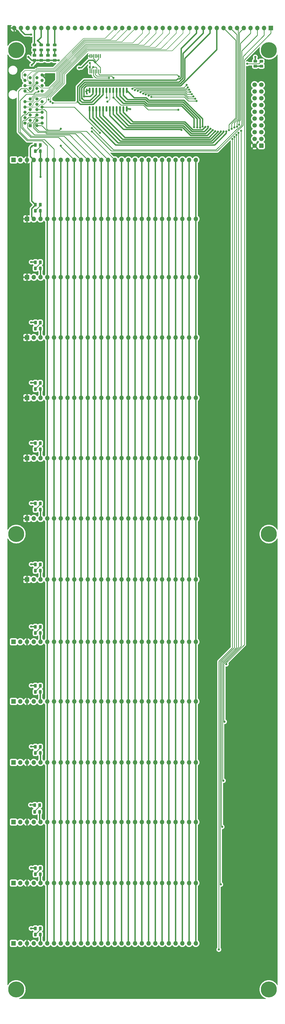
<source format=gbr>
%TF.GenerationSoftware,KiCad,Pcbnew,(6.0.0-0)*%
%TF.CreationDate,2022-06-01T15:30:01-04:00*%
%TF.ProjectId,cpu-input-output-control,6370752d-696e-4707-9574-2d6f75747075,rev?*%
%TF.SameCoordinates,Original*%
%TF.FileFunction,Copper,L1,Top*%
%TF.FilePolarity,Positive*%
%FSLAX46Y46*%
G04 Gerber Fmt 4.6, Leading zero omitted, Abs format (unit mm)*
G04 Created by KiCad (PCBNEW (6.0.0-0)) date 2022-06-01 15:30:01*
%MOMM*%
%LPD*%
G01*
G04 APERTURE LIST*
G04 Aperture macros list*
%AMRoundRect*
0 Rectangle with rounded corners*
0 $1 Rounding radius*
0 $2 $3 $4 $5 $6 $7 $8 $9 X,Y pos of 4 corners*
0 Add a 4 corners polygon primitive as box body*
4,1,4,$2,$3,$4,$5,$6,$7,$8,$9,$2,$3,0*
0 Add four circle primitives for the rounded corners*
1,1,$1+$1,$2,$3*
1,1,$1+$1,$4,$5*
1,1,$1+$1,$6,$7*
1,1,$1+$1,$8,$9*
0 Add four rect primitives between the rounded corners*
20,1,$1+$1,$2,$3,$4,$5,0*
20,1,$1+$1,$4,$5,$6,$7,0*
20,1,$1+$1,$6,$7,$8,$9,0*
20,1,$1+$1,$8,$9,$2,$3,0*%
G04 Aperture macros list end*
%TA.AperFunction,SMDPad,CuDef*%
%ADD10RoundRect,0.250000X0.450000X-0.262500X0.450000X0.262500X-0.450000X0.262500X-0.450000X-0.262500X0*%
%TD*%
%TA.AperFunction,SMDPad,CuDef*%
%ADD11RoundRect,0.250000X0.262500X0.450000X-0.262500X0.450000X-0.262500X-0.450000X0.262500X-0.450000X0*%
%TD*%
%TA.AperFunction,SMDPad,CuDef*%
%ADD12RoundRect,0.243750X0.456250X-0.243750X0.456250X0.243750X-0.456250X0.243750X-0.456250X-0.243750X0*%
%TD*%
%TA.AperFunction,ComponentPad*%
%ADD13R,1.700000X1.700000*%
%TD*%
%TA.AperFunction,ComponentPad*%
%ADD14O,1.700000X1.700000*%
%TD*%
%TA.AperFunction,ComponentPad*%
%ADD15C,0.800000*%
%TD*%
%TA.AperFunction,ComponentPad*%
%ADD16C,6.000000*%
%TD*%
%TA.AperFunction,SMDPad,CuDef*%
%ADD17RoundRect,0.243750X-0.243750X-0.456250X0.243750X-0.456250X0.243750X0.456250X-0.243750X0.456250X0*%
%TD*%
%TA.AperFunction,SMDPad,CuDef*%
%ADD18RoundRect,0.250000X-0.450000X0.262500X-0.450000X-0.262500X0.450000X-0.262500X0.450000X0.262500X0*%
%TD*%
%TA.AperFunction,ComponentPad*%
%ADD19C,1.208000*%
%TD*%
%TA.AperFunction,ComponentPad*%
%ADD20R,1.208000X1.208000*%
%TD*%
%TA.AperFunction,ComponentPad*%
%ADD21RoundRect,0.250000X0.600000X0.600000X-0.600000X0.600000X-0.600000X-0.600000X0.600000X-0.600000X0*%
%TD*%
%TA.AperFunction,ComponentPad*%
%ADD22C,1.700000*%
%TD*%
%TA.AperFunction,SMDPad,CuDef*%
%ADD23RoundRect,0.100000X0.100000X-0.637500X0.100000X0.637500X-0.100000X0.637500X-0.100000X-0.637500X0*%
%TD*%
%TA.AperFunction,SMDPad,CuDef*%
%ADD24RoundRect,0.150000X0.150000X-0.837500X0.150000X0.837500X-0.150000X0.837500X-0.150000X-0.837500X0*%
%TD*%
%TA.AperFunction,ViaPad*%
%ADD25C,0.800000*%
%TD*%
%TA.AperFunction,Conductor*%
%ADD26C,0.500000*%
%TD*%
%TA.AperFunction,Conductor*%
%ADD27C,0.200000*%
%TD*%
%TA.AperFunction,Conductor*%
%ADD28C,0.250000*%
%TD*%
G04 APERTURE END LIST*
D10*
%TO.P,R19,1*%
%TO.N,Net-(D19-Pad1)*%
X141986000Y-104798500D03*
%TO.P,R19,2*%
%TO.N,GND*%
X141986000Y-102973500D03*
%TD*%
D11*
%TO.P,R18,1*%
%TO.N,Net-(D18-Pad1)*%
X61110500Y-156718000D03*
%TO.P,R18,2*%
%TO.N,GND*%
X59285500Y-156718000D03*
%TD*%
%TO.P,R17,1*%
%TO.N,Net-(D17-Pad1)*%
X61110500Y-178308000D03*
%TO.P,R17,2*%
%TO.N,GND*%
X59285500Y-178308000D03*
%TD*%
%TO.P,R16,1*%
%TO.N,Net-(D16-Pad1)*%
X61125500Y-200914000D03*
%TO.P,R16,2*%
%TO.N,GND*%
X59300500Y-200914000D03*
%TD*%
%TO.P,R15,1*%
%TO.N,Net-(D15-Pad1)*%
X61110500Y-223520000D03*
%TO.P,R15,2*%
%TO.N,GND*%
X59285500Y-223520000D03*
%TD*%
%TO.P,R14,1*%
%TO.N,Net-(D14-Pad1)*%
X61110500Y-246126000D03*
%TO.P,R14,2*%
%TO.N,GND*%
X59285500Y-246126000D03*
%TD*%
%TO.P,R13,1*%
%TO.N,Net-(D13-Pad1)*%
X61110500Y-268732000D03*
%TO.P,R13,2*%
%TO.N,GND*%
X59285500Y-268732000D03*
%TD*%
%TO.P,R12,1*%
%TO.N,Net-(D12-Pad1)*%
X61110500Y-291592000D03*
%TO.P,R12,2*%
%TO.N,GND*%
X59285500Y-291592000D03*
%TD*%
%TO.P,R11,1*%
%TO.N,Net-(D11-Pad1)*%
X61110500Y-314960000D03*
%TO.P,R11,2*%
%TO.N,GND*%
X59285500Y-314960000D03*
%TD*%
%TO.P,R10,1*%
%TO.N,Net-(D10-Pad1)*%
X61110500Y-134366000D03*
%TO.P,R10,2*%
%TO.N,GND*%
X59285500Y-134366000D03*
%TD*%
%TO.P,R9,1*%
%TO.N,Net-(D9-Pad1)*%
X61110500Y-337058000D03*
%TO.P,R9,2*%
%TO.N,GND*%
X59285500Y-337058000D03*
%TD*%
%TO.P,R8,1*%
%TO.N,Net-(D8-Pad1)*%
X61110500Y-359918000D03*
%TO.P,R8,2*%
%TO.N,GND*%
X59285500Y-359918000D03*
%TD*%
%TO.P,R7,2*%
%TO.N,GND*%
X59031500Y-381762000D03*
%TO.P,R7,1*%
%TO.N,Net-(D7-Pad1)*%
X60856500Y-381762000D03*
%TD*%
%TO.P,R6,1*%
%TO.N,Net-(D6-Pad1)*%
X61110500Y-405384000D03*
%TO.P,R6,2*%
%TO.N,GND*%
X59285500Y-405384000D03*
%TD*%
%TO.P,R5,1*%
%TO.N,Net-(D5-Pad1)*%
X61110500Y-427990000D03*
%TO.P,R5,2*%
%TO.N,GND*%
X59285500Y-427990000D03*
%TD*%
D12*
%TO.P,D19,2,A*%
%TO.N,~{PORT15_EN}*%
X144272000Y-102948500D03*
%TO.P,D19,1,K*%
%TO.N,Net-(D19-Pad1)*%
X144272000Y-104823500D03*
%TD*%
D13*
%TO.P,J3,1,Pin_1*%
%TO.N,~{IRQ7}*%
X147828000Y-90506000D03*
D14*
%TO.P,J3,2,Pin_2*%
%TO.N,~{IRQ6}*%
X145288000Y-90506000D03*
%TO.P,J3,3,Pin_3*%
%TO.N,~{IRQ5}*%
X142748000Y-90506000D03*
%TO.P,J3,4,Pin_4*%
%TO.N,~{IRQ4}*%
X140208000Y-90506000D03*
%TO.P,J3,5,Pin_5*%
%TO.N,~{IRQ3}*%
X137668000Y-90506000D03*
%TO.P,J3,6,Pin_6*%
%TO.N,~{IRQ2}*%
X135128000Y-90506000D03*
%TO.P,J3,7,Pin_7*%
%TO.N,~{IRQ1}*%
X132588000Y-90506000D03*
%TO.P,J3,8,Pin_8*%
%TO.N,~{IRQ0}*%
X130048000Y-90506000D03*
%TO.P,J3,9,Pin_9*%
%TO.N,A0*%
X127508000Y-90506000D03*
%TO.P,J3,10,Pin_10*%
%TO.N,A1*%
X124968000Y-90506000D03*
%TO.P,J3,11,Pin_11*%
%TO.N,A2*%
X122428000Y-90506000D03*
%TO.P,J3,12,Pin_12*%
%TO.N,A3*%
X119888000Y-90506000D03*
%TO.P,J3,13,Pin_13*%
%TO.N,A4*%
X117348000Y-90506000D03*
%TO.P,J3,14,Pin_14*%
%TO.N,A5*%
X114808000Y-90506000D03*
%TO.P,J3,15,Pin_15*%
%TO.N,A6*%
X112268000Y-90506000D03*
%TO.P,J3,16,Pin_16*%
%TO.N,A7*%
X109728000Y-90506000D03*
%TO.P,J3,17,Pin_17*%
%TO.N,A8*%
X107188000Y-90506000D03*
%TO.P,J3,18,Pin_18*%
%TO.N,A9*%
X104648000Y-90506000D03*
%TO.P,J3,19,Pin_19*%
%TO.N,A10*%
X102108000Y-90506000D03*
%TO.P,J3,20,Pin_20*%
%TO.N,A11*%
X99568000Y-90506000D03*
%TO.P,J3,21,Pin_21*%
%TO.N,A12*%
X97028000Y-90506000D03*
%TO.P,J3,22,Pin_22*%
%TO.N,A13*%
X94488000Y-90506000D03*
%TO.P,J3,23,Pin_23*%
%TO.N,A14*%
X91948000Y-90506000D03*
%TO.P,J3,24,Pin_24*%
%TO.N,A15*%
X89408000Y-90506000D03*
%TO.P,J3,25,Pin_25*%
%TO.N,BUS0*%
X86868000Y-90506000D03*
%TO.P,J3,26,Pin_26*%
%TO.N,BUS1*%
X84328000Y-90506000D03*
%TO.P,J3,27,Pin_27*%
%TO.N,BUS2*%
X81788000Y-90506000D03*
%TO.P,J3,28,Pin_28*%
%TO.N,BUS3*%
X79248000Y-90506000D03*
%TO.P,J3,29,Pin_29*%
%TO.N,BUS4*%
X76708000Y-90506000D03*
%TO.P,J3,30,Pin_30*%
%TO.N,BUS5*%
X74168000Y-90506000D03*
%TO.P,J3,31,Pin_31*%
%TO.N,BUS6*%
X71628000Y-90506000D03*
%TO.P,J3,32,Pin_32*%
%TO.N,BUS7*%
X69088000Y-90506000D03*
%TO.P,J3,33,Pin_33*%
%TO.N,~{READ}*%
X66548000Y-90506000D03*
%TO.P,J3,34,Pin_34*%
%TO.N,~{WRITE}*%
X64008000Y-90506000D03*
%TO.P,J3,35,Pin_35*%
%TO.N,~{IO_REQUEST}*%
X61468000Y-90506000D03*
%TO.P,J3,36,Pin_36*%
%TO.N,~{MEM_REQUEST}*%
X58928000Y-90506000D03*
%TO.P,J3,37,Pin_37*%
%TO.N,CLOCK*%
X56388000Y-90506000D03*
%TO.P,J3,38,Pin_38*%
%TO.N,GND*%
X53848000Y-90506000D03*
%TO.P,J3,39,Pin_39*%
%TO.N,VCC*%
X51308000Y-90506000D03*
%TD*%
D15*
%TO.P,REF\u002A\u002A,1*%
%TO.N,N/C*%
X145475010Y-281752990D03*
X149316000Y-280162000D03*
X147066000Y-282412000D03*
X147066000Y-277912000D03*
X148656990Y-278571010D03*
X148656990Y-281752990D03*
X145475010Y-278571010D03*
D16*
X147066000Y-280162000D03*
D15*
X144816000Y-280162000D03*
%TD*%
%TO.P,REF\u002A\u002A,1*%
%TO.N,N/C*%
X50479010Y-281752990D03*
X54320000Y-280162000D03*
X52070000Y-282412000D03*
X52070000Y-277912000D03*
X53660990Y-278571010D03*
X53660990Y-281752990D03*
X50479010Y-278571010D03*
D16*
X52070000Y-280162000D03*
D15*
X49820000Y-280162000D03*
%TD*%
%TO.P,REF\u002A\u002A,1*%
%TO.N,N/C*%
X145475010Y-452440990D03*
X149316000Y-450850000D03*
X147066000Y-453100000D03*
X147066000Y-448600000D03*
X148656990Y-449259010D03*
X148656990Y-452440990D03*
X145475010Y-449259010D03*
D16*
X147066000Y-450850000D03*
D15*
X144816000Y-450850000D03*
%TD*%
%TO.P,REF\u002A\u002A,1*%
%TO.N,N/C*%
X50479010Y-452440990D03*
X54320000Y-450850000D03*
X52070000Y-453100000D03*
X52070000Y-448600000D03*
X53660990Y-449259010D03*
X53660990Y-452440990D03*
X50479010Y-449259010D03*
D16*
X52070000Y-450850000D03*
D15*
X49820000Y-450850000D03*
%TD*%
%TO.P,REF\u002A\u002A,1*%
%TO.N,N/C*%
X50479010Y-100396990D03*
X54320000Y-98806000D03*
X52070000Y-101056000D03*
X52070000Y-96556000D03*
X53660990Y-97215010D03*
X53660990Y-100396990D03*
X50479010Y-97215010D03*
D16*
X52070000Y-98806000D03*
D15*
X49820000Y-98806000D03*
%TD*%
D16*
%TO.P,REF\u002A\u002A,1*%
%TO.N,N/C*%
X147066000Y-98806000D03*
D15*
X149316000Y-98806000D03*
X148656990Y-100396990D03*
X147066000Y-101056000D03*
X145475010Y-100396990D03*
X144816000Y-98806000D03*
X145475010Y-97215010D03*
X147066000Y-96556000D03*
X148656990Y-97215010D03*
%TD*%
D13*
%TO.P,J18,1,Pin_1*%
%TO.N,~{IRQ0}*%
X51054000Y-433578000D03*
D14*
%TO.P,J18,2,Pin_2*%
%TO.N,unconnected-(J18-Pad2)*%
X53594000Y-433578000D03*
%TO.P,J18,3,Pin_3*%
%TO.N,VCC*%
X56134000Y-433578000D03*
%TO.P,J18,4,Pin_4*%
%TO.N,GND*%
X58674000Y-433578000D03*
%TO.P,J18,5,Pin_5*%
%TO.N,~{PORT0_EN}*%
X61214000Y-433578000D03*
%TO.P,J18,6,Pin_6*%
%TO.N,~{READ}*%
X63754000Y-433578000D03*
%TO.P,J18,7,Pin_7*%
%TO.N,~{WRITE}*%
X66294000Y-433578000D03*
%TO.P,J18,8,Pin_8*%
%TO.N,CLOCK*%
X68834000Y-433578000D03*
%TO.P,J18,9,Pin_9*%
%TO.N,BUS7*%
X71374000Y-433578000D03*
%TO.P,J18,10,Pin_10*%
%TO.N,BUS6*%
X73914000Y-433578000D03*
%TO.P,J18,11,Pin_11*%
%TO.N,BUS5*%
X76454000Y-433578000D03*
%TO.P,J18,12,Pin_12*%
%TO.N,BUS4*%
X78994000Y-433578000D03*
%TO.P,J18,13,Pin_13*%
%TO.N,BUS3*%
X81534000Y-433578000D03*
%TO.P,J18,14,Pin_14*%
%TO.N,BUS2*%
X84074000Y-433578000D03*
%TO.P,J18,15,Pin_15*%
%TO.N,BUS1*%
X86614000Y-433578000D03*
%TO.P,J18,16,Pin_16*%
%TO.N,BUS0*%
X89154000Y-433578000D03*
%TO.P,J18,17,Pin_17*%
%TO.N,A15*%
X91694000Y-433578000D03*
%TO.P,J18,18,Pin_18*%
%TO.N,A14*%
X94234000Y-433578000D03*
%TO.P,J18,19,Pin_19*%
%TO.N,A13*%
X96774000Y-433578000D03*
%TO.P,J18,20,Pin_20*%
%TO.N,A12*%
X99314000Y-433578000D03*
%TO.P,J18,21,Pin_21*%
%TO.N,A11*%
X101854000Y-433578000D03*
%TO.P,J18,22,Pin_22*%
%TO.N,A10*%
X104394000Y-433578000D03*
%TO.P,J18,23,Pin_23*%
%TO.N,A9*%
X106934000Y-433578000D03*
%TO.P,J18,24,Pin_24*%
%TO.N,A8*%
X109474000Y-433578000D03*
%TO.P,J18,25,Pin_25*%
%TO.N,A7*%
X112014000Y-433578000D03*
%TO.P,J18,26,Pin_26*%
%TO.N,A6*%
X114554000Y-433578000D03*
%TO.P,J18,27,Pin_27*%
%TO.N,A5*%
X117094000Y-433578000D03*
%TO.P,J18,28,Pin_28*%
%TO.N,A4*%
X119634000Y-433578000D03*
%TD*%
D13*
%TO.P,J16,1,Pin_1*%
%TO.N,~{IRQ1}*%
X51054000Y-410972000D03*
D14*
%TO.P,J16,2,Pin_2*%
%TO.N,unconnected-(J16-Pad2)*%
X53594000Y-410972000D03*
%TO.P,J16,3,Pin_3*%
%TO.N,VCC*%
X56134000Y-410972000D03*
%TO.P,J16,4,Pin_4*%
%TO.N,GND*%
X58674000Y-410972000D03*
%TO.P,J16,5,Pin_5*%
%TO.N,~{PORT1_EN}*%
X61214000Y-410972000D03*
%TO.P,J16,6,Pin_6*%
%TO.N,~{READ}*%
X63754000Y-410972000D03*
%TO.P,J16,7,Pin_7*%
%TO.N,~{WRITE}*%
X66294000Y-410972000D03*
%TO.P,J16,8,Pin_8*%
%TO.N,CLOCK*%
X68834000Y-410972000D03*
%TO.P,J16,9,Pin_9*%
%TO.N,BUS7*%
X71374000Y-410972000D03*
%TO.P,J16,10,Pin_10*%
%TO.N,BUS6*%
X73914000Y-410972000D03*
%TO.P,J16,11,Pin_11*%
%TO.N,BUS5*%
X76454000Y-410972000D03*
%TO.P,J16,12,Pin_12*%
%TO.N,BUS4*%
X78994000Y-410972000D03*
%TO.P,J16,13,Pin_13*%
%TO.N,BUS3*%
X81534000Y-410972000D03*
%TO.P,J16,14,Pin_14*%
%TO.N,BUS2*%
X84074000Y-410972000D03*
%TO.P,J16,15,Pin_15*%
%TO.N,BUS1*%
X86614000Y-410972000D03*
%TO.P,J16,16,Pin_16*%
%TO.N,BUS0*%
X89154000Y-410972000D03*
%TO.P,J16,17,Pin_17*%
%TO.N,A15*%
X91694000Y-410972000D03*
%TO.P,J16,18,Pin_18*%
%TO.N,A14*%
X94234000Y-410972000D03*
%TO.P,J16,19,Pin_19*%
%TO.N,A13*%
X96774000Y-410972000D03*
%TO.P,J16,20,Pin_20*%
%TO.N,A12*%
X99314000Y-410972000D03*
%TO.P,J16,21,Pin_21*%
%TO.N,A11*%
X101854000Y-410972000D03*
%TO.P,J16,22,Pin_22*%
%TO.N,A10*%
X104394000Y-410972000D03*
%TO.P,J16,23,Pin_23*%
%TO.N,A9*%
X106934000Y-410972000D03*
%TO.P,J16,24,Pin_24*%
%TO.N,A8*%
X109474000Y-410972000D03*
%TO.P,J16,25,Pin_25*%
%TO.N,A7*%
X112014000Y-410972000D03*
%TO.P,J16,26,Pin_26*%
%TO.N,A6*%
X114554000Y-410972000D03*
%TO.P,J16,27,Pin_27*%
%TO.N,A5*%
X117094000Y-410972000D03*
%TO.P,J16,28,Pin_28*%
%TO.N,A4*%
X119634000Y-410972000D03*
%TD*%
D13*
%TO.P,J14,1,Pin_1*%
%TO.N,~{IRQ2}*%
X51054000Y-388112000D03*
D14*
%TO.P,J14,2,Pin_2*%
%TO.N,unconnected-(J14-Pad2)*%
X53594000Y-388112000D03*
%TO.P,J14,3,Pin_3*%
%TO.N,VCC*%
X56134000Y-388112000D03*
%TO.P,J14,4,Pin_4*%
%TO.N,GND*%
X58674000Y-388112000D03*
%TO.P,J14,5,Pin_5*%
%TO.N,~{PORT2_EN}*%
X61214000Y-388112000D03*
%TO.P,J14,6,Pin_6*%
%TO.N,~{READ}*%
X63754000Y-388112000D03*
%TO.P,J14,7,Pin_7*%
%TO.N,~{WRITE}*%
X66294000Y-388112000D03*
%TO.P,J14,8,Pin_8*%
%TO.N,CLOCK*%
X68834000Y-388112000D03*
%TO.P,J14,9,Pin_9*%
%TO.N,BUS7*%
X71374000Y-388112000D03*
%TO.P,J14,10,Pin_10*%
%TO.N,BUS6*%
X73914000Y-388112000D03*
%TO.P,J14,11,Pin_11*%
%TO.N,BUS5*%
X76454000Y-388112000D03*
%TO.P,J14,12,Pin_12*%
%TO.N,BUS4*%
X78994000Y-388112000D03*
%TO.P,J14,13,Pin_13*%
%TO.N,BUS3*%
X81534000Y-388112000D03*
%TO.P,J14,14,Pin_14*%
%TO.N,BUS2*%
X84074000Y-388112000D03*
%TO.P,J14,15,Pin_15*%
%TO.N,BUS1*%
X86614000Y-388112000D03*
%TO.P,J14,16,Pin_16*%
%TO.N,BUS0*%
X89154000Y-388112000D03*
%TO.P,J14,17,Pin_17*%
%TO.N,A15*%
X91694000Y-388112000D03*
%TO.P,J14,18,Pin_18*%
%TO.N,A14*%
X94234000Y-388112000D03*
%TO.P,J14,19,Pin_19*%
%TO.N,A13*%
X96774000Y-388112000D03*
%TO.P,J14,20,Pin_20*%
%TO.N,A12*%
X99314000Y-388112000D03*
%TO.P,J14,21,Pin_21*%
%TO.N,A11*%
X101854000Y-388112000D03*
%TO.P,J14,22,Pin_22*%
%TO.N,A10*%
X104394000Y-388112000D03*
%TO.P,J14,23,Pin_23*%
%TO.N,A9*%
X106934000Y-388112000D03*
%TO.P,J14,24,Pin_24*%
%TO.N,A8*%
X109474000Y-388112000D03*
%TO.P,J14,25,Pin_25*%
%TO.N,A7*%
X112014000Y-388112000D03*
%TO.P,J14,26,Pin_26*%
%TO.N,A6*%
X114554000Y-388112000D03*
%TO.P,J14,27,Pin_27*%
%TO.N,A5*%
X117094000Y-388112000D03*
%TO.P,J14,28,Pin_28*%
%TO.N,A4*%
X119634000Y-388112000D03*
%TD*%
D13*
%TO.P,J11,1,Pin_1*%
%TO.N,~{IRQ3}*%
X51054000Y-365760000D03*
D14*
%TO.P,J11,2,Pin_2*%
%TO.N,unconnected-(J11-Pad2)*%
X53594000Y-365760000D03*
%TO.P,J11,3,Pin_3*%
%TO.N,VCC*%
X56134000Y-365760000D03*
%TO.P,J11,4,Pin_4*%
%TO.N,GND*%
X58674000Y-365760000D03*
%TO.P,J11,5,Pin_5*%
%TO.N,~{PORT3_EN}*%
X61214000Y-365760000D03*
%TO.P,J11,6,Pin_6*%
%TO.N,~{READ}*%
X63754000Y-365760000D03*
%TO.P,J11,7,Pin_7*%
%TO.N,~{WRITE}*%
X66294000Y-365760000D03*
%TO.P,J11,8,Pin_8*%
%TO.N,CLOCK*%
X68834000Y-365760000D03*
%TO.P,J11,9,Pin_9*%
%TO.N,BUS7*%
X71374000Y-365760000D03*
%TO.P,J11,10,Pin_10*%
%TO.N,BUS6*%
X73914000Y-365760000D03*
%TO.P,J11,11,Pin_11*%
%TO.N,BUS5*%
X76454000Y-365760000D03*
%TO.P,J11,12,Pin_12*%
%TO.N,BUS4*%
X78994000Y-365760000D03*
%TO.P,J11,13,Pin_13*%
%TO.N,BUS3*%
X81534000Y-365760000D03*
%TO.P,J11,14,Pin_14*%
%TO.N,BUS2*%
X84074000Y-365760000D03*
%TO.P,J11,15,Pin_15*%
%TO.N,BUS1*%
X86614000Y-365760000D03*
%TO.P,J11,16,Pin_16*%
%TO.N,BUS0*%
X89154000Y-365760000D03*
%TO.P,J11,17,Pin_17*%
%TO.N,A15*%
X91694000Y-365760000D03*
%TO.P,J11,18,Pin_18*%
%TO.N,A14*%
X94234000Y-365760000D03*
%TO.P,J11,19,Pin_19*%
%TO.N,A13*%
X96774000Y-365760000D03*
%TO.P,J11,20,Pin_20*%
%TO.N,A12*%
X99314000Y-365760000D03*
%TO.P,J11,21,Pin_21*%
%TO.N,A11*%
X101854000Y-365760000D03*
%TO.P,J11,22,Pin_22*%
%TO.N,A10*%
X104394000Y-365760000D03*
%TO.P,J11,23,Pin_23*%
%TO.N,A9*%
X106934000Y-365760000D03*
%TO.P,J11,24,Pin_24*%
%TO.N,A8*%
X109474000Y-365760000D03*
%TO.P,J11,25,Pin_25*%
%TO.N,A7*%
X112014000Y-365760000D03*
%TO.P,J11,26,Pin_26*%
%TO.N,A6*%
X114554000Y-365760000D03*
%TO.P,J11,27,Pin_27*%
%TO.N,A5*%
X117094000Y-365760000D03*
%TO.P,J11,28,Pin_28*%
%TO.N,A4*%
X119634000Y-365760000D03*
%TD*%
D13*
%TO.P,J8,1,Pin_1*%
%TO.N,~{IRQ4}*%
X51054000Y-342900000D03*
D14*
%TO.P,J8,2,Pin_2*%
%TO.N,unconnected-(J8-Pad2)*%
X53594000Y-342900000D03*
%TO.P,J8,3,Pin_3*%
%TO.N,VCC*%
X56134000Y-342900000D03*
%TO.P,J8,4,Pin_4*%
%TO.N,GND*%
X58674000Y-342900000D03*
%TO.P,J8,5,Pin_5*%
%TO.N,~{PORT4_EN}*%
X61214000Y-342900000D03*
%TO.P,J8,6,Pin_6*%
%TO.N,~{READ}*%
X63754000Y-342900000D03*
%TO.P,J8,7,Pin_7*%
%TO.N,~{WRITE}*%
X66294000Y-342900000D03*
%TO.P,J8,8,Pin_8*%
%TO.N,CLOCK*%
X68834000Y-342900000D03*
%TO.P,J8,9,Pin_9*%
%TO.N,BUS7*%
X71374000Y-342900000D03*
%TO.P,J8,10,Pin_10*%
%TO.N,BUS6*%
X73914000Y-342900000D03*
%TO.P,J8,11,Pin_11*%
%TO.N,BUS5*%
X76454000Y-342900000D03*
%TO.P,J8,12,Pin_12*%
%TO.N,BUS4*%
X78994000Y-342900000D03*
%TO.P,J8,13,Pin_13*%
%TO.N,BUS3*%
X81534000Y-342900000D03*
%TO.P,J8,14,Pin_14*%
%TO.N,BUS2*%
X84074000Y-342900000D03*
%TO.P,J8,15,Pin_15*%
%TO.N,BUS1*%
X86614000Y-342900000D03*
%TO.P,J8,16,Pin_16*%
%TO.N,BUS0*%
X89154000Y-342900000D03*
%TO.P,J8,17,Pin_17*%
%TO.N,A15*%
X91694000Y-342900000D03*
%TO.P,J8,18,Pin_18*%
%TO.N,A14*%
X94234000Y-342900000D03*
%TO.P,J8,19,Pin_19*%
%TO.N,A13*%
X96774000Y-342900000D03*
%TO.P,J8,20,Pin_20*%
%TO.N,A12*%
X99314000Y-342900000D03*
%TO.P,J8,21,Pin_21*%
%TO.N,A11*%
X101854000Y-342900000D03*
%TO.P,J8,22,Pin_22*%
%TO.N,A10*%
X104394000Y-342900000D03*
%TO.P,J8,23,Pin_23*%
%TO.N,A9*%
X106934000Y-342900000D03*
%TO.P,J8,24,Pin_24*%
%TO.N,A8*%
X109474000Y-342900000D03*
%TO.P,J8,25,Pin_25*%
%TO.N,A7*%
X112014000Y-342900000D03*
%TO.P,J8,26,Pin_26*%
%TO.N,A6*%
X114554000Y-342900000D03*
%TO.P,J8,27,Pin_27*%
%TO.N,A5*%
X117094000Y-342900000D03*
%TO.P,J8,28,Pin_28*%
%TO.N,A4*%
X119634000Y-342900000D03*
%TD*%
D13*
%TO.P,J6,1,Pin_1*%
%TO.N,~{IRQ5}*%
X51069000Y-139929000D03*
D14*
%TO.P,J6,2,Pin_2*%
%TO.N,~{IRQ6}*%
X53609000Y-139929000D03*
%TO.P,J6,3,Pin_3*%
%TO.N,VCC*%
X56149000Y-139929000D03*
%TO.P,J6,4,Pin_4*%
%TO.N,GND*%
X58689000Y-139929000D03*
%TO.P,J6,5,Pin_5*%
%TO.N,~{PORT6_EN}*%
X61229000Y-139929000D03*
%TO.P,J6,6,Pin_6*%
%TO.N,~{READ}*%
X63769000Y-139929000D03*
%TO.P,J6,7,Pin_7*%
%TO.N,~{WRITE}*%
X66309000Y-139929000D03*
%TO.P,J6,8,Pin_8*%
%TO.N,CLOCK*%
X68849000Y-139929000D03*
%TO.P,J6,9,Pin_9*%
%TO.N,BUS7*%
X71389000Y-139929000D03*
%TO.P,J6,10,Pin_10*%
%TO.N,BUS6*%
X73929000Y-139929000D03*
%TO.P,J6,11,Pin_11*%
%TO.N,BUS5*%
X76469000Y-139929000D03*
%TO.P,J6,12,Pin_12*%
%TO.N,BUS4*%
X79009000Y-139929000D03*
%TO.P,J6,13,Pin_13*%
%TO.N,BUS3*%
X81549000Y-139929000D03*
%TO.P,J6,14,Pin_14*%
%TO.N,BUS2*%
X84089000Y-139929000D03*
%TO.P,J6,15,Pin_15*%
%TO.N,BUS1*%
X86629000Y-139929000D03*
%TO.P,J6,16,Pin_16*%
%TO.N,BUS0*%
X89169000Y-139929000D03*
%TO.P,J6,17,Pin_17*%
%TO.N,A15*%
X91709000Y-139929000D03*
%TO.P,J6,18,Pin_18*%
%TO.N,A14*%
X94249000Y-139929000D03*
%TO.P,J6,19,Pin_19*%
%TO.N,A13*%
X96789000Y-139929000D03*
%TO.P,J6,20,Pin_20*%
%TO.N,A12*%
X99329000Y-139929000D03*
%TO.P,J6,21,Pin_21*%
%TO.N,A11*%
X101869000Y-139929000D03*
%TO.P,J6,22,Pin_22*%
%TO.N,A10*%
X104409000Y-139929000D03*
%TO.P,J6,23,Pin_23*%
%TO.N,A9*%
X106949000Y-139929000D03*
%TO.P,J6,24,Pin_24*%
%TO.N,A8*%
X109489000Y-139929000D03*
%TO.P,J6,25,Pin_25*%
%TO.N,A7*%
X112029000Y-139929000D03*
%TO.P,J6,26,Pin_26*%
%TO.N,A6*%
X114569000Y-139929000D03*
%TO.P,J6,27,Pin_27*%
%TO.N,A5*%
X117109000Y-139929000D03*
%TO.P,J6,28,Pin_28*%
%TO.N,A4*%
X119649000Y-139929000D03*
%TD*%
D13*
%TO.P,J2,1,Pin_1*%
%TO.N,~{IRQ7}*%
X51054000Y-320548000D03*
D14*
%TO.P,J2,2,Pin_2*%
%TO.N,unconnected-(J2-Pad2)*%
X53594000Y-320548000D03*
%TO.P,J2,3,Pin_3*%
%TO.N,VCC*%
X56134000Y-320548000D03*
%TO.P,J2,4,Pin_4*%
%TO.N,GND*%
X58674000Y-320548000D03*
%TO.P,J2,5,Pin_5*%
%TO.N,~{PORT7_EN}*%
X61214000Y-320548000D03*
%TO.P,J2,6,Pin_6*%
%TO.N,~{READ}*%
X63754000Y-320548000D03*
%TO.P,J2,7,Pin_7*%
%TO.N,~{WRITE}*%
X66294000Y-320548000D03*
%TO.P,J2,8,Pin_8*%
%TO.N,CLOCK*%
X68834000Y-320548000D03*
%TO.P,J2,9,Pin_9*%
%TO.N,BUS7*%
X71374000Y-320548000D03*
%TO.P,J2,10,Pin_10*%
%TO.N,BUS6*%
X73914000Y-320548000D03*
%TO.P,J2,11,Pin_11*%
%TO.N,BUS5*%
X76454000Y-320548000D03*
%TO.P,J2,12,Pin_12*%
%TO.N,BUS4*%
X78994000Y-320548000D03*
%TO.P,J2,13,Pin_13*%
%TO.N,BUS3*%
X81534000Y-320548000D03*
%TO.P,J2,14,Pin_14*%
%TO.N,BUS2*%
X84074000Y-320548000D03*
%TO.P,J2,15,Pin_15*%
%TO.N,BUS1*%
X86614000Y-320548000D03*
%TO.P,J2,16,Pin_16*%
%TO.N,BUS0*%
X89154000Y-320548000D03*
%TO.P,J2,17,Pin_17*%
%TO.N,A15*%
X91694000Y-320548000D03*
%TO.P,J2,18,Pin_18*%
%TO.N,A14*%
X94234000Y-320548000D03*
%TO.P,J2,19,Pin_19*%
%TO.N,A13*%
X96774000Y-320548000D03*
%TO.P,J2,20,Pin_20*%
%TO.N,A12*%
X99314000Y-320548000D03*
%TO.P,J2,21,Pin_21*%
%TO.N,A11*%
X101854000Y-320548000D03*
%TO.P,J2,22,Pin_22*%
%TO.N,A10*%
X104394000Y-320548000D03*
%TO.P,J2,23,Pin_23*%
%TO.N,A9*%
X106934000Y-320548000D03*
%TO.P,J2,24,Pin_24*%
%TO.N,A8*%
X109474000Y-320548000D03*
%TO.P,J2,25,Pin_25*%
%TO.N,A7*%
X112014000Y-320548000D03*
%TO.P,J2,26,Pin_26*%
%TO.N,A6*%
X114554000Y-320548000D03*
%TO.P,J2,27,Pin_27*%
%TO.N,A5*%
X117094000Y-320548000D03*
%TO.P,J2,28,Pin_28*%
%TO.N,A4*%
X119634000Y-320548000D03*
%TD*%
D13*
%TO.P,J17,1,Pin_1*%
%TO.N,VCC*%
X56159000Y-297180000D03*
D14*
%TO.P,J17,2,Pin_2*%
%TO.N,GND*%
X58699000Y-297180000D03*
%TO.P,J17,3,Pin_3*%
%TO.N,~{PORT8_EN}*%
X61239000Y-297180000D03*
%TO.P,J17,4,Pin_4*%
%TO.N,~{READ}*%
X63779000Y-297180000D03*
%TO.P,J17,5,Pin_5*%
%TO.N,~{WRITE}*%
X66319000Y-297180000D03*
%TO.P,J17,6,Pin_6*%
%TO.N,CLOCK*%
X68859000Y-297180000D03*
%TO.P,J17,7,Pin_7*%
%TO.N,BUS7*%
X71399000Y-297180000D03*
%TO.P,J17,8,Pin_8*%
%TO.N,BUS6*%
X73939000Y-297180000D03*
%TO.P,J17,9,Pin_9*%
%TO.N,BUS5*%
X76479000Y-297180000D03*
%TO.P,J17,10,Pin_10*%
%TO.N,BUS4*%
X79019000Y-297180000D03*
%TO.P,J17,11,Pin_11*%
%TO.N,BUS3*%
X81559000Y-297180000D03*
%TO.P,J17,12,Pin_12*%
%TO.N,BUS2*%
X84099000Y-297180000D03*
%TO.P,J17,13,Pin_13*%
%TO.N,BUS1*%
X86639000Y-297180000D03*
%TO.P,J17,14,Pin_14*%
%TO.N,BUS0*%
X89179000Y-297180000D03*
%TO.P,J17,15,Pin_15*%
%TO.N,A15*%
X91719000Y-297180000D03*
%TO.P,J17,16,Pin_16*%
%TO.N,A14*%
X94259000Y-297180000D03*
%TO.P,J17,17,Pin_17*%
%TO.N,A13*%
X96799000Y-297180000D03*
%TO.P,J17,18,Pin_18*%
%TO.N,A12*%
X99339000Y-297180000D03*
%TO.P,J17,19,Pin_19*%
%TO.N,A11*%
X101879000Y-297180000D03*
%TO.P,J17,20,Pin_20*%
%TO.N,A10*%
X104419000Y-297180000D03*
%TO.P,J17,21,Pin_21*%
%TO.N,A9*%
X106959000Y-297180000D03*
%TO.P,J17,22,Pin_22*%
%TO.N,A8*%
X109499000Y-297180000D03*
%TO.P,J17,23,Pin_23*%
%TO.N,A7*%
X112039000Y-297180000D03*
%TO.P,J17,24,Pin_24*%
%TO.N,A6*%
X114579000Y-297180000D03*
%TO.P,J17,25,Pin_25*%
%TO.N,A5*%
X117119000Y-297180000D03*
%TO.P,J17,26,Pin_26*%
%TO.N,A4*%
X119659000Y-297180000D03*
%TD*%
%TO.P,J15,26,Pin_26*%
%TO.N,A4*%
X119659000Y-274320000D03*
%TO.P,J15,25,Pin_25*%
%TO.N,A5*%
X117119000Y-274320000D03*
%TO.P,J15,24,Pin_24*%
%TO.N,A6*%
X114579000Y-274320000D03*
%TO.P,J15,23,Pin_23*%
%TO.N,A7*%
X112039000Y-274320000D03*
%TO.P,J15,22,Pin_22*%
%TO.N,A8*%
X109499000Y-274320000D03*
%TO.P,J15,21,Pin_21*%
%TO.N,A9*%
X106959000Y-274320000D03*
%TO.P,J15,20,Pin_20*%
%TO.N,A10*%
X104419000Y-274320000D03*
%TO.P,J15,19,Pin_19*%
%TO.N,A11*%
X101879000Y-274320000D03*
%TO.P,J15,18,Pin_18*%
%TO.N,A12*%
X99339000Y-274320000D03*
%TO.P,J15,17,Pin_17*%
%TO.N,A13*%
X96799000Y-274320000D03*
%TO.P,J15,16,Pin_16*%
%TO.N,A14*%
X94259000Y-274320000D03*
%TO.P,J15,15,Pin_15*%
%TO.N,A15*%
X91719000Y-274320000D03*
%TO.P,J15,14,Pin_14*%
%TO.N,BUS0*%
X89179000Y-274320000D03*
%TO.P,J15,13,Pin_13*%
%TO.N,BUS1*%
X86639000Y-274320000D03*
%TO.P,J15,12,Pin_12*%
%TO.N,BUS2*%
X84099000Y-274320000D03*
%TO.P,J15,11,Pin_11*%
%TO.N,BUS3*%
X81559000Y-274320000D03*
%TO.P,J15,10,Pin_10*%
%TO.N,BUS4*%
X79019000Y-274320000D03*
%TO.P,J15,9,Pin_9*%
%TO.N,BUS5*%
X76479000Y-274320000D03*
%TO.P,J15,8,Pin_8*%
%TO.N,BUS6*%
X73939000Y-274320000D03*
%TO.P,J15,7,Pin_7*%
%TO.N,BUS7*%
X71399000Y-274320000D03*
%TO.P,J15,6,Pin_6*%
%TO.N,CLOCK*%
X68859000Y-274320000D03*
%TO.P,J15,5,Pin_5*%
%TO.N,~{WRITE}*%
X66319000Y-274320000D03*
%TO.P,J15,4,Pin_4*%
%TO.N,~{READ}*%
X63779000Y-274320000D03*
%TO.P,J15,3,Pin_3*%
%TO.N,~{PORT9_EN}*%
X61239000Y-274320000D03*
%TO.P,J15,2,Pin_2*%
%TO.N,GND*%
X58699000Y-274320000D03*
D13*
%TO.P,J15,1,Pin_1*%
%TO.N,VCC*%
X56159000Y-274320000D03*
%TD*%
%TO.P,J13,1,Pin_1*%
%TO.N,VCC*%
X56159000Y-251714000D03*
D14*
%TO.P,J13,2,Pin_2*%
%TO.N,GND*%
X58699000Y-251714000D03*
%TO.P,J13,3,Pin_3*%
%TO.N,~{PORT10_EN}*%
X61239000Y-251714000D03*
%TO.P,J13,4,Pin_4*%
%TO.N,~{READ}*%
X63779000Y-251714000D03*
%TO.P,J13,5,Pin_5*%
%TO.N,~{WRITE}*%
X66319000Y-251714000D03*
%TO.P,J13,6,Pin_6*%
%TO.N,CLOCK*%
X68859000Y-251714000D03*
%TO.P,J13,7,Pin_7*%
%TO.N,BUS7*%
X71399000Y-251714000D03*
%TO.P,J13,8,Pin_8*%
%TO.N,BUS6*%
X73939000Y-251714000D03*
%TO.P,J13,9,Pin_9*%
%TO.N,BUS5*%
X76479000Y-251714000D03*
%TO.P,J13,10,Pin_10*%
%TO.N,BUS4*%
X79019000Y-251714000D03*
%TO.P,J13,11,Pin_11*%
%TO.N,BUS3*%
X81559000Y-251714000D03*
%TO.P,J13,12,Pin_12*%
%TO.N,BUS2*%
X84099000Y-251714000D03*
%TO.P,J13,13,Pin_13*%
%TO.N,BUS1*%
X86639000Y-251714000D03*
%TO.P,J13,14,Pin_14*%
%TO.N,BUS0*%
X89179000Y-251714000D03*
%TO.P,J13,15,Pin_15*%
%TO.N,A15*%
X91719000Y-251714000D03*
%TO.P,J13,16,Pin_16*%
%TO.N,A14*%
X94259000Y-251714000D03*
%TO.P,J13,17,Pin_17*%
%TO.N,A13*%
X96799000Y-251714000D03*
%TO.P,J13,18,Pin_18*%
%TO.N,A12*%
X99339000Y-251714000D03*
%TO.P,J13,19,Pin_19*%
%TO.N,A11*%
X101879000Y-251714000D03*
%TO.P,J13,20,Pin_20*%
%TO.N,A10*%
X104419000Y-251714000D03*
%TO.P,J13,21,Pin_21*%
%TO.N,A9*%
X106959000Y-251714000D03*
%TO.P,J13,22,Pin_22*%
%TO.N,A8*%
X109499000Y-251714000D03*
%TO.P,J13,23,Pin_23*%
%TO.N,A7*%
X112039000Y-251714000D03*
%TO.P,J13,24,Pin_24*%
%TO.N,A6*%
X114579000Y-251714000D03*
%TO.P,J13,25,Pin_25*%
%TO.N,A5*%
X117119000Y-251714000D03*
%TO.P,J13,26,Pin_26*%
%TO.N,A4*%
X119659000Y-251714000D03*
%TD*%
D13*
%TO.P,J10,1,Pin_1*%
%TO.N,VCC*%
X56159000Y-229108000D03*
D14*
%TO.P,J10,2,Pin_2*%
%TO.N,GND*%
X58699000Y-229108000D03*
%TO.P,J10,3,Pin_3*%
%TO.N,~{PORT11_EN}*%
X61239000Y-229108000D03*
%TO.P,J10,4,Pin_4*%
%TO.N,~{READ}*%
X63779000Y-229108000D03*
%TO.P,J10,5,Pin_5*%
%TO.N,~{WRITE}*%
X66319000Y-229108000D03*
%TO.P,J10,6,Pin_6*%
%TO.N,CLOCK*%
X68859000Y-229108000D03*
%TO.P,J10,7,Pin_7*%
%TO.N,BUS7*%
X71399000Y-229108000D03*
%TO.P,J10,8,Pin_8*%
%TO.N,BUS6*%
X73939000Y-229108000D03*
%TO.P,J10,9,Pin_9*%
%TO.N,BUS5*%
X76479000Y-229108000D03*
%TO.P,J10,10,Pin_10*%
%TO.N,BUS4*%
X79019000Y-229108000D03*
%TO.P,J10,11,Pin_11*%
%TO.N,BUS3*%
X81559000Y-229108000D03*
%TO.P,J10,12,Pin_12*%
%TO.N,BUS2*%
X84099000Y-229108000D03*
%TO.P,J10,13,Pin_13*%
%TO.N,BUS1*%
X86639000Y-229108000D03*
%TO.P,J10,14,Pin_14*%
%TO.N,BUS0*%
X89179000Y-229108000D03*
%TO.P,J10,15,Pin_15*%
%TO.N,A15*%
X91719000Y-229108000D03*
%TO.P,J10,16,Pin_16*%
%TO.N,A14*%
X94259000Y-229108000D03*
%TO.P,J10,17,Pin_17*%
%TO.N,A13*%
X96799000Y-229108000D03*
%TO.P,J10,18,Pin_18*%
%TO.N,A12*%
X99339000Y-229108000D03*
%TO.P,J10,19,Pin_19*%
%TO.N,A11*%
X101879000Y-229108000D03*
%TO.P,J10,20,Pin_20*%
%TO.N,A10*%
X104419000Y-229108000D03*
%TO.P,J10,21,Pin_21*%
%TO.N,A9*%
X106959000Y-229108000D03*
%TO.P,J10,22,Pin_22*%
%TO.N,A8*%
X109499000Y-229108000D03*
%TO.P,J10,23,Pin_23*%
%TO.N,A7*%
X112039000Y-229108000D03*
%TO.P,J10,24,Pin_24*%
%TO.N,A6*%
X114579000Y-229108000D03*
%TO.P,J10,25,Pin_25*%
%TO.N,A5*%
X117119000Y-229108000D03*
%TO.P,J10,26,Pin_26*%
%TO.N,A4*%
X119659000Y-229108000D03*
%TD*%
D13*
%TO.P,J7,1,Pin_1*%
%TO.N,VCC*%
X56159000Y-206502000D03*
D14*
%TO.P,J7,2,Pin_2*%
%TO.N,GND*%
X58699000Y-206502000D03*
%TO.P,J7,3,Pin_3*%
%TO.N,~{PORT12_EN}*%
X61239000Y-206502000D03*
%TO.P,J7,4,Pin_4*%
%TO.N,~{READ}*%
X63779000Y-206502000D03*
%TO.P,J7,5,Pin_5*%
%TO.N,~{WRITE}*%
X66319000Y-206502000D03*
%TO.P,J7,6,Pin_6*%
%TO.N,CLOCK*%
X68859000Y-206502000D03*
%TO.P,J7,7,Pin_7*%
%TO.N,BUS7*%
X71399000Y-206502000D03*
%TO.P,J7,8,Pin_8*%
%TO.N,BUS6*%
X73939000Y-206502000D03*
%TO.P,J7,9,Pin_9*%
%TO.N,BUS5*%
X76479000Y-206502000D03*
%TO.P,J7,10,Pin_10*%
%TO.N,BUS4*%
X79019000Y-206502000D03*
%TO.P,J7,11,Pin_11*%
%TO.N,BUS3*%
X81559000Y-206502000D03*
%TO.P,J7,12,Pin_12*%
%TO.N,BUS2*%
X84099000Y-206502000D03*
%TO.P,J7,13,Pin_13*%
%TO.N,BUS1*%
X86639000Y-206502000D03*
%TO.P,J7,14,Pin_14*%
%TO.N,BUS0*%
X89179000Y-206502000D03*
%TO.P,J7,15,Pin_15*%
%TO.N,A15*%
X91719000Y-206502000D03*
%TO.P,J7,16,Pin_16*%
%TO.N,A14*%
X94259000Y-206502000D03*
%TO.P,J7,17,Pin_17*%
%TO.N,A13*%
X96799000Y-206502000D03*
%TO.P,J7,18,Pin_18*%
%TO.N,A12*%
X99339000Y-206502000D03*
%TO.P,J7,19,Pin_19*%
%TO.N,A11*%
X101879000Y-206502000D03*
%TO.P,J7,20,Pin_20*%
%TO.N,A10*%
X104419000Y-206502000D03*
%TO.P,J7,21,Pin_21*%
%TO.N,A9*%
X106959000Y-206502000D03*
%TO.P,J7,22,Pin_22*%
%TO.N,A8*%
X109499000Y-206502000D03*
%TO.P,J7,23,Pin_23*%
%TO.N,A7*%
X112039000Y-206502000D03*
%TO.P,J7,24,Pin_24*%
%TO.N,A6*%
X114579000Y-206502000D03*
%TO.P,J7,25,Pin_25*%
%TO.N,A5*%
X117119000Y-206502000D03*
%TO.P,J7,26,Pin_26*%
%TO.N,A4*%
X119659000Y-206502000D03*
%TD*%
D13*
%TO.P,J5,1,Pin_1*%
%TO.N,VCC*%
X56159000Y-183871000D03*
D14*
%TO.P,J5,2,Pin_2*%
%TO.N,GND*%
X58699000Y-183871000D03*
%TO.P,J5,3,Pin_3*%
%TO.N,~{PORT13_EN}*%
X61239000Y-183871000D03*
%TO.P,J5,4,Pin_4*%
%TO.N,~{READ}*%
X63779000Y-183871000D03*
%TO.P,J5,5,Pin_5*%
%TO.N,~{WRITE}*%
X66319000Y-183871000D03*
%TO.P,J5,6,Pin_6*%
%TO.N,CLOCK*%
X68859000Y-183871000D03*
%TO.P,J5,7,Pin_7*%
%TO.N,BUS7*%
X71399000Y-183871000D03*
%TO.P,J5,8,Pin_8*%
%TO.N,BUS6*%
X73939000Y-183871000D03*
%TO.P,J5,9,Pin_9*%
%TO.N,BUS5*%
X76479000Y-183871000D03*
%TO.P,J5,10,Pin_10*%
%TO.N,BUS4*%
X79019000Y-183871000D03*
%TO.P,J5,11,Pin_11*%
%TO.N,BUS3*%
X81559000Y-183871000D03*
%TO.P,J5,12,Pin_12*%
%TO.N,BUS2*%
X84099000Y-183871000D03*
%TO.P,J5,13,Pin_13*%
%TO.N,BUS1*%
X86639000Y-183871000D03*
%TO.P,J5,14,Pin_14*%
%TO.N,BUS0*%
X89179000Y-183871000D03*
%TO.P,J5,15,Pin_15*%
%TO.N,A15*%
X91719000Y-183871000D03*
%TO.P,J5,16,Pin_16*%
%TO.N,A14*%
X94259000Y-183871000D03*
%TO.P,J5,17,Pin_17*%
%TO.N,A13*%
X96799000Y-183871000D03*
%TO.P,J5,18,Pin_18*%
%TO.N,A12*%
X99339000Y-183871000D03*
%TO.P,J5,19,Pin_19*%
%TO.N,A11*%
X101879000Y-183871000D03*
%TO.P,J5,20,Pin_20*%
%TO.N,A10*%
X104419000Y-183871000D03*
%TO.P,J5,21,Pin_21*%
%TO.N,A9*%
X106959000Y-183871000D03*
%TO.P,J5,22,Pin_22*%
%TO.N,A8*%
X109499000Y-183871000D03*
%TO.P,J5,23,Pin_23*%
%TO.N,A7*%
X112039000Y-183871000D03*
%TO.P,J5,24,Pin_24*%
%TO.N,A6*%
X114579000Y-183871000D03*
%TO.P,J5,25,Pin_25*%
%TO.N,A5*%
X117119000Y-183871000D03*
%TO.P,J5,26,Pin_26*%
%TO.N,A4*%
X119659000Y-183871000D03*
%TD*%
D13*
%TO.P,J1,1,Pin_1*%
%TO.N,VCC*%
X56159000Y-162052000D03*
D14*
%TO.P,J1,2,Pin_2*%
%TO.N,GND*%
X58699000Y-162052000D03*
%TO.P,J1,3,Pin_3*%
%TO.N,~{PORT14_EN}*%
X61239000Y-162052000D03*
%TO.P,J1,4,Pin_4*%
%TO.N,~{READ}*%
X63779000Y-162052000D03*
%TO.P,J1,5,Pin_5*%
%TO.N,~{WRITE}*%
X66319000Y-162052000D03*
%TO.P,J1,6,Pin_6*%
%TO.N,CLOCK*%
X68859000Y-162052000D03*
%TO.P,J1,7,Pin_7*%
%TO.N,BUS7*%
X71399000Y-162052000D03*
%TO.P,J1,8,Pin_8*%
%TO.N,BUS6*%
X73939000Y-162052000D03*
%TO.P,J1,9,Pin_9*%
%TO.N,BUS5*%
X76479000Y-162052000D03*
%TO.P,J1,10,Pin_10*%
%TO.N,BUS4*%
X79019000Y-162052000D03*
%TO.P,J1,11,Pin_11*%
%TO.N,BUS3*%
X81559000Y-162052000D03*
%TO.P,J1,12,Pin_12*%
%TO.N,BUS2*%
X84099000Y-162052000D03*
%TO.P,J1,13,Pin_13*%
%TO.N,BUS1*%
X86639000Y-162052000D03*
%TO.P,J1,14,Pin_14*%
%TO.N,BUS0*%
X89179000Y-162052000D03*
%TO.P,J1,15,Pin_15*%
%TO.N,A15*%
X91719000Y-162052000D03*
%TO.P,J1,16,Pin_16*%
%TO.N,A14*%
X94259000Y-162052000D03*
%TO.P,J1,17,Pin_17*%
%TO.N,A13*%
X96799000Y-162052000D03*
%TO.P,J1,18,Pin_18*%
%TO.N,A12*%
X99339000Y-162052000D03*
%TO.P,J1,19,Pin_19*%
%TO.N,A11*%
X101879000Y-162052000D03*
%TO.P,J1,20,Pin_20*%
%TO.N,A10*%
X104419000Y-162052000D03*
%TO.P,J1,21,Pin_21*%
%TO.N,A9*%
X106959000Y-162052000D03*
%TO.P,J1,22,Pin_22*%
%TO.N,A8*%
X109499000Y-162052000D03*
%TO.P,J1,23,Pin_23*%
%TO.N,A7*%
X112039000Y-162052000D03*
%TO.P,J1,24,Pin_24*%
%TO.N,A6*%
X114579000Y-162052000D03*
%TO.P,J1,25,Pin_25*%
%TO.N,A5*%
X117119000Y-162052000D03*
%TO.P,J1,26,Pin_26*%
%TO.N,A4*%
X119659000Y-162052000D03*
%TD*%
D17*
%TO.P,D18,1,K*%
%TO.N,Net-(D18-Pad1)*%
X59245500Y-159004000D03*
%TO.P,D18,2,A*%
%TO.N,~{PORT14_EN}*%
X61120500Y-159004000D03*
%TD*%
%TO.P,D17,1,K*%
%TO.N,Net-(D17-Pad1)*%
X59245500Y-180594000D03*
%TO.P,D17,2,A*%
%TO.N,~{PORT13_EN}*%
X61120500Y-180594000D03*
%TD*%
%TO.P,D16,1,K*%
%TO.N,Net-(D16-Pad1)*%
X59260500Y-203200000D03*
%TO.P,D16,2,A*%
%TO.N,~{PORT12_EN}*%
X61135500Y-203200000D03*
%TD*%
%TO.P,D15,1,K*%
%TO.N,Net-(D15-Pad1)*%
X59245500Y-225806000D03*
%TO.P,D15,2,A*%
%TO.N,~{PORT11_EN}*%
X61120500Y-225806000D03*
%TD*%
%TO.P,D14,1,K*%
%TO.N,Net-(D14-Pad1)*%
X59245500Y-248412000D03*
%TO.P,D14,2,A*%
%TO.N,~{PORT10_EN}*%
X61120500Y-248412000D03*
%TD*%
%TO.P,D13,1,K*%
%TO.N,Net-(D13-Pad1)*%
X59245500Y-271018000D03*
%TO.P,D13,2,A*%
%TO.N,~{PORT9_EN}*%
X61120500Y-271018000D03*
%TD*%
%TO.P,D12,1,K*%
%TO.N,Net-(D12-Pad1)*%
X59245500Y-293878000D03*
%TO.P,D12,2,A*%
%TO.N,~{PORT8_EN}*%
X61120500Y-293878000D03*
%TD*%
%TO.P,D11,1,K*%
%TO.N,Net-(D11-Pad1)*%
X59245500Y-317246000D03*
%TO.P,D11,2,A*%
%TO.N,~{PORT7_EN}*%
X61120500Y-317246000D03*
%TD*%
%TO.P,D10,1,K*%
%TO.N,Net-(D10-Pad1)*%
X59245500Y-136652000D03*
%TO.P,D10,2,A*%
%TO.N,~{PORT6_EN}*%
X61120500Y-136652000D03*
%TD*%
%TO.P,D9,1,K*%
%TO.N,Net-(D9-Pad1)*%
X59245500Y-339344000D03*
%TO.P,D9,2,A*%
%TO.N,~{PORT4_EN}*%
X61120500Y-339344000D03*
%TD*%
%TO.P,D8,1,K*%
%TO.N,Net-(D8-Pad1)*%
X59245500Y-362204000D03*
%TO.P,D8,2,A*%
%TO.N,~{PORT3_EN}*%
X61120500Y-362204000D03*
%TD*%
%TO.P,D7,1,K*%
%TO.N,Net-(D7-Pad1)*%
X58991500Y-384302000D03*
%TO.P,D7,2,A*%
%TO.N,~{PORT2_EN}*%
X60866500Y-384302000D03*
%TD*%
%TO.P,D6,1,K*%
%TO.N,Net-(D6-Pad1)*%
X59245500Y-407670000D03*
%TO.P,D6,2,A*%
%TO.N,~{PORT1_EN}*%
X61120500Y-407670000D03*
%TD*%
%TO.P,D5,1,K*%
%TO.N,Net-(D5-Pad1)*%
X59245500Y-430276000D03*
%TO.P,D5,2,A*%
%TO.N,~{PORT0_EN}*%
X61120500Y-430276000D03*
%TD*%
D18*
%TO.P,R4,1*%
%TO.N,Net-(D4-Pad1)*%
X66548000Y-100766000D03*
%TO.P,R4,2*%
%TO.N,GND*%
X66548000Y-102591000D03*
%TD*%
%TO.P,R3,1*%
%TO.N,Net-(D3-Pad1)*%
X64008000Y-100766000D03*
%TO.P,R3,2*%
%TO.N,GND*%
X64008000Y-102591000D03*
%TD*%
%TO.P,R2,1*%
%TO.N,Net-(D2-Pad1)*%
X61468000Y-100766000D03*
%TO.P,R2,2*%
%TO.N,GND*%
X61468000Y-102591000D03*
%TD*%
%TO.P,R1,2*%
%TO.N,GND*%
X58928000Y-102591000D03*
%TO.P,R1,1*%
%TO.N,Net-(D1-Pad1)*%
X58928000Y-100766000D03*
%TD*%
D12*
%TO.P,D4,1,K*%
%TO.N,Net-(D4-Pad1)*%
X66548000Y-98727500D03*
%TO.P,D4,2,A*%
%TO.N,~{READ}*%
X66548000Y-96852500D03*
%TD*%
%TO.P,D3,1,K*%
%TO.N,Net-(D3-Pad1)*%
X64008000Y-98727500D03*
%TO.P,D3,2,A*%
%TO.N,~{WRITE}*%
X64008000Y-96852500D03*
%TD*%
%TO.P,D2,1,K*%
%TO.N,Net-(D2-Pad1)*%
X61468000Y-98727500D03*
%TO.P,D2,2,A*%
%TO.N,~{IO_REQUEST}*%
X61468000Y-96852500D03*
%TD*%
%TO.P,D1,2,A*%
%TO.N,~{MEM_REQUEST}*%
X58928000Y-96852500D03*
%TO.P,D1,1,K*%
%TO.N,Net-(D1-Pad1)*%
X58928000Y-98727500D03*
%TD*%
D19*
%TO.P,J9,B18,B18*%
%TO.N,VCC*%
X61836000Y-108102000D03*
%TO.P,J9,B17,B17*%
%TO.N,GND*%
X59836000Y-109102000D03*
%TO.P,J9,B16,B16*%
%TO.N,~{MEM_REQUEST}*%
X61836000Y-110102000D03*
%TO.P,J9,B15,B15*%
%TO.N,~{READ}*%
X59836000Y-111102000D03*
%TO.P,J9,B14,B14*%
%TO.N,~{WRITE}*%
X61836000Y-112102000D03*
%TO.P,J9,B13,B13*%
%TO.N,unconnected-(J9-PadB13)*%
X59836000Y-113102000D03*
%TO.P,J9,B12,B12*%
%TO.N,unconnected-(J9-PadB12)*%
X61836000Y-114102000D03*
%TO.P,J9,B11,B11*%
%TO.N,unconnected-(J9-PadB11)*%
X59836000Y-117102000D03*
%TO.P,J9,B10,B10*%
%TO.N,unconnected-(J9-PadB10)*%
X61836000Y-118102000D03*
%TO.P,J9,B09,B9*%
%TO.N,unconnected-(J9-PadB09)*%
X59836000Y-119102000D03*
%TO.P,J9,B08,B8*%
%TO.N,BUS7*%
X61836000Y-120102000D03*
%TO.P,J9,B07,B7*%
%TO.N,BUS6*%
X59836000Y-121102000D03*
%TO.P,J9,B06,B6*%
%TO.N,BUS5*%
X61836000Y-122102000D03*
%TO.P,J9,B05,B5*%
%TO.N,BUS4*%
X59836000Y-123102000D03*
%TO.P,J9,B04,B4*%
%TO.N,BUS3*%
X61836000Y-124102000D03*
%TO.P,J9,B03,B3*%
%TO.N,BUS2*%
X59836000Y-125102000D03*
%TO.P,J9,B02,B2*%
%TO.N,BUS1*%
X61836000Y-126102000D03*
%TO.P,J9,B01,B1*%
%TO.N,BUS0*%
X59836000Y-127102000D03*
%TO.P,J9,A18,A18*%
%TO.N,unconnected-(J9-PadA18)*%
X55336000Y-108102000D03*
%TO.P,J9,A17,A17*%
%TO.N,unconnected-(J9-PadA17)*%
X57336000Y-109102000D03*
%TO.P,J9,A16,A16*%
%TO.N,A15*%
X55336000Y-110102000D03*
%TO.P,J9,A15,A15*%
%TO.N,A14*%
X57336000Y-111102000D03*
%TO.P,J9,A14,A14*%
%TO.N,A13*%
X55336000Y-112102000D03*
%TO.P,J9,A13,A13*%
%TO.N,A12*%
X57336000Y-113102000D03*
%TO.P,J9,A12,A12*%
%TO.N,A11*%
X55336000Y-114102000D03*
%TO.P,J9,A11,A11*%
%TO.N,A10*%
X57336000Y-117102000D03*
%TO.P,J9,A10,A10*%
%TO.N,A9*%
X55336000Y-118102000D03*
%TO.P,J9,A09,A9*%
%TO.N,A8*%
X57336000Y-119102000D03*
%TO.P,J9,A08,A8*%
%TO.N,A7*%
X55336000Y-120102000D03*
%TO.P,J9,A07,A7*%
%TO.N,A6*%
X57336000Y-121102000D03*
%TO.P,J9,A06,A6*%
%TO.N,A5*%
X55336000Y-122102000D03*
%TO.P,J9,A05,A5*%
%TO.N,A4*%
X57336000Y-123102000D03*
%TO.P,J9,A04,A4*%
%TO.N,A3*%
X55336000Y-124102000D03*
%TO.P,J9,A03,A3*%
%TO.N,A2*%
X57336000Y-125102000D03*
%TO.P,J9,A02,A2*%
%TO.N,A1*%
X55336000Y-126102000D03*
D20*
%TO.P,J9,A01,A1*%
%TO.N,A0*%
X57336000Y-127102000D03*
%TD*%
D21*
%TO.P,J12,1,Pin_1*%
%TO.N,GND*%
X144262500Y-134620000D03*
D22*
%TO.P,J12,3,Pin_3*%
%TO.N,BUS0*%
X144262500Y-132080000D03*
%TO.P,J12,5,Pin_5*%
%TO.N,BUS1*%
X144262500Y-129540000D03*
%TO.P,J12,7,Pin_7*%
%TO.N,BUS2*%
X144262500Y-127000000D03*
%TO.P,J12,9,Pin_9*%
%TO.N,BUS3*%
X144262500Y-124460000D03*
%TO.P,J12,11,Pin_11*%
%TO.N,BUS4*%
X144262500Y-121920000D03*
%TO.P,J12,13,Pin_13*%
%TO.N,BUS5*%
X144262500Y-119380000D03*
%TO.P,J12,15,Pin_15*%
%TO.N,BUS6*%
X144262500Y-116840000D03*
%TO.P,J12,17,Pin_17*%
%TO.N,BUS7*%
X144262500Y-114300000D03*
%TO.P,J12,19,Pin_19*%
%TO.N,A4*%
X144262500Y-111760000D03*
%TO.P,J12,2,Pin_2*%
%TO.N,VCC*%
X141722500Y-134620000D03*
%TO.P,J12,4,Pin_4*%
%TO.N,unconnected-(J12-Pad4)*%
X141722500Y-132080000D03*
%TO.P,J12,6,Pin_6*%
%TO.N,unconnected-(J12-Pad6)*%
X141722500Y-129540000D03*
%TO.P,J12,8,Pin_8*%
%TO.N,unconnected-(J12-Pad8)*%
X141722500Y-127000000D03*
%TO.P,J12,10,Pin_10*%
%TO.N,unconnected-(J12-Pad10)*%
X141722500Y-124460000D03*
%TO.P,J12,12,Pin_12*%
%TO.N,unconnected-(J12-Pad12)*%
X141722500Y-121920000D03*
%TO.P,J12,14,Pin_14*%
%TO.N,unconnected-(J12-Pad14)*%
X141722500Y-119380000D03*
%TO.P,J12,16,Pin_16*%
%TO.N,unconnected-(J12-Pad16)*%
X141722500Y-116840000D03*
%TO.P,J12,18,Pin_18*%
%TO.N,unconnected-(J12-Pad18)*%
X141722500Y-114300000D03*
%TO.P,J12,20,Pin_20*%
%TO.N,Net-(J12-Pad20)*%
X141722500Y-111760000D03*
%TD*%
D23*
%TO.P,U1,1*%
%TO.N,~{READ}*%
X79808000Y-106718500D03*
%TO.P,U1,2*%
%TO.N,~{WRITE}*%
X80458000Y-106718500D03*
%TO.P,U1,3*%
%TO.N,Net-(U1-Pad3)*%
X81108000Y-106718500D03*
%TO.P,U1,4*%
%TO.N,~{PORT15_EN}*%
X81758000Y-106718500D03*
%TO.P,U1,5*%
%TO.N,~{WRITE}*%
X82408000Y-106718500D03*
%TO.P,U1,6*%
%TO.N,Net-(J12-Pad20)*%
X83058000Y-106718500D03*
%TO.P,U1,7,GND*%
%TO.N,GND*%
X83708000Y-106718500D03*
%TO.P,U1,8*%
%TO.N,unconnected-(U1-Pad8)*%
X83708000Y-100993500D03*
%TO.P,U1,9*%
%TO.N,GND*%
X83058000Y-100993500D03*
%TO.P,U1,10*%
X82408000Y-100993500D03*
%TO.P,U1,11*%
%TO.N,unconnected-(U1-Pad11)*%
X81758000Y-100993500D03*
%TO.P,U1,12*%
%TO.N,GND*%
X81108000Y-100993500D03*
%TO.P,U1,13*%
X80458000Y-100993500D03*
%TO.P,U1,14,VCC*%
%TO.N,VCC*%
X79808000Y-100993500D03*
%TD*%
D24*
%TO.P,U2,24,VCC*%
%TO.N,VCC*%
X79629000Y-113885500D03*
%TO.P,U2,23,A0*%
%TO.N,A0*%
X80899000Y-113885500D03*
%TO.P,U2,22,A1*%
%TO.N,A1*%
X82169000Y-113885500D03*
%TO.P,U2,21,A2*%
%TO.N,A2*%
X83439000Y-113885500D03*
%TO.P,U2,20,A3*%
%TO.N,A3*%
X84709000Y-113885500D03*
%TO.P,U2,19,E1*%
%TO.N,Net-(U1-Pad3)*%
X85979000Y-113885500D03*
%TO.P,U2,18,E0*%
%TO.N,~{IO_REQUEST}*%
X87249000Y-113885500D03*
%TO.P,U2,17,S15*%
%TO.N,~{PORT15_EN}*%
X88519000Y-113885500D03*
%TO.P,U2,16,S14*%
%TO.N,~{PORT14_EN}*%
X89789000Y-113885500D03*
%TO.P,U2,15,S13*%
%TO.N,~{PORT13_EN}*%
X91059000Y-113885500D03*
%TO.P,U2,14,S12*%
%TO.N,~{PORT12_EN}*%
X92329000Y-113885500D03*
%TO.P,U2,13,S11*%
%TO.N,~{PORT11_EN}*%
X93599000Y-113885500D03*
%TO.P,U2,12,GND*%
%TO.N,GND*%
X93599000Y-120810500D03*
%TO.P,U2,11,S10*%
%TO.N,~{PORT10_EN}*%
X92329000Y-120810500D03*
%TO.P,U2,10,S9*%
%TO.N,~{PORT9_EN}*%
X91059000Y-120810500D03*
%TO.P,U2,9,S8*%
%TO.N,~{PORT8_EN}*%
X89789000Y-120810500D03*
%TO.P,U2,8,S7*%
%TO.N,~{PORT7_EN}*%
X88519000Y-120810500D03*
%TO.P,U2,7,S6*%
%TO.N,~{PORT6_EN}*%
X87249000Y-120810500D03*
%TO.P,U2,6,S5*%
%TO.N,unconnected-(U2-Pad6)*%
X85979000Y-120810500D03*
%TO.P,U2,5,S4*%
%TO.N,~{PORT4_EN}*%
X84709000Y-120810500D03*
%TO.P,U2,4,S3*%
%TO.N,~{PORT3_EN}*%
X83439000Y-120810500D03*
%TO.P,U2,3,S2*%
%TO.N,~{PORT2_EN}*%
X82169000Y-120810500D03*
%TO.P,U2,2,S1*%
%TO.N,~{PORT1_EN}*%
X80899000Y-120810500D03*
%TO.P,U2,1,S0*%
%TO.N,~{PORT0_EN}*%
X79629000Y-120810500D03*
%TD*%
D25*
%TO.N,GND*%
X57912000Y-104394000D03*
X57912000Y-134874000D03*
X57658000Y-92964000D03*
X56642000Y-101346000D03*
%TO.N,BUS0*%
X102870000Y-116332000D03*
X119888000Y-117856000D03*
%TO.N,BUS1*%
X119333576Y-117024364D03*
X101854000Y-115824000D03*
%TO.N,BUS2*%
X100779552Y-115374448D03*
X118704070Y-116172559D03*
%TO.N,BUS3*%
X118110000Y-115316000D03*
X99822000Y-115062000D03*
%TO.N,BUS4*%
X117549840Y-114488216D03*
X98806000Y-114554000D03*
%TO.N,BUS5*%
X117043534Y-113626438D03*
X97790000Y-114046000D03*
%TO.N,BUS6*%
X116579613Y-112741123D03*
X96704364Y-113745576D03*
%TO.N,BUS7*%
X116176109Y-111826689D03*
X95758000Y-113284000D03*
%TO.N,~{PORT15_EN}*%
X138938000Y-103886000D03*
X113030000Y-121158000D03*
%TO.N,GND*%
X141986000Y-101346000D03*
X75692000Y-105410000D03*
X60173000Y-102591000D03*
%TO.N,VCC*%
X72644000Y-114300000D03*
%TO.N,~{WRITE}*%
X60452000Y-114300000D03*
%TO.N,VCC*%
X60706000Y-104140000D03*
X66294000Y-109474000D03*
X78407000Y-114300000D03*
%TO.N,BUS7*%
X83566000Y-129794000D03*
%TO.N,BUS6*%
X68834000Y-128270000D03*
X68834000Y-134620000D03*
%TO.N,~{PORT6_EN}*%
X61214000Y-146304000D03*
%TO.N,~{IRQ0}*%
X133350000Y-132080000D03*
X128270000Y-435864000D03*
X132080000Y-128778000D03*
%TO.N,~{IRQ1}*%
X134112000Y-131318000D03*
X133096000Y-128270000D03*
X128994500Y-411480000D03*
%TO.N,~{IRQ2}*%
X134874000Y-130556000D03*
X134112000Y-127762000D03*
X129502500Y-389890000D03*
%TO.N,~{IRQ3}*%
X129952011Y-372569629D03*
X135636000Y-129794000D03*
X135128000Y-127508000D03*
%TO.N,~{IRQ4}*%
X136652000Y-129032000D03*
X135890000Y-126746000D03*
X130401522Y-350486451D03*
%TO.N,~{IRQ5}*%
X80518000Y-128016000D03*
%TO.N,~{IRQ6}*%
X80518000Y-129286000D03*
%TO.N,~{IRQ7}*%
X131069003Y-328935003D03*
%TO.N,~{IO_REQUEST}*%
X60198000Y-95250000D03*
X86360000Y-118110000D03*
%TO.N,A0*%
X77557500Y-116164850D03*
%TO.N,A1*%
X76795500Y-116880837D03*
%TO.N,A2*%
X76033500Y-117557499D03*
%TO.N,A3*%
X75184000Y-118117702D03*
X65786000Y-118618000D03*
%TO.N,A4*%
X64954364Y-118063576D03*
%TO.N,A5*%
X64259356Y-117345267D03*
%TO.N,~{READ}*%
X79756000Y-105156000D03*
%TO.N,Net-(J12-Pad20)*%
X113250565Y-108712000D03*
%TO.N,Net-(U1-Pad3)*%
X86979197Y-109229521D03*
X86106000Y-116586000D03*
%TO.N,~{PORT15_EN}*%
X88646000Y-109220000D03*
X88646000Y-116586000D03*
%TO.N,GND*%
X81788000Y-103378000D03*
%TO.N,~{WRITE}*%
X80996000Y-105126000D03*
%TO.N,~{READ}*%
X79756000Y-103632000D03*
%TO.N,GND*%
X68072000Y-102616000D03*
X94908500Y-120904000D03*
%TO.N,~{PORT0_EN}*%
X131064000Y-129286000D03*
%TO.N,~{PORT1_EN}*%
X130048000Y-129286000D03*
%TO.N,~{PORT2_EN}*%
X129032000Y-129286000D03*
%TO.N,~{PORT3_EN}*%
X127911875Y-129335308D03*
%TO.N,~{PORT4_EN}*%
X126920683Y-129206683D03*
%TO.N,~{PORT7_EN}*%
X125987094Y-128780059D03*
%TO.N,~{PORT8_EN}*%
X125155008Y-128226309D03*
%TO.N,~{PORT9_EN}*%
X124206000Y-127508000D03*
%TO.N,~{PORT10_EN}*%
X123207166Y-127544527D03*
%TO.N,~{PORT11_EN}*%
X122134843Y-127415475D03*
%TO.N,~{PORT12_EN}*%
X121227607Y-127834913D03*
%TO.N,~{PORT13_EN}*%
X120142000Y-127762000D03*
%TO.N,~{PORT14_EN}*%
X118944631Y-127689369D03*
%TO.N,~{PORT6_EN}*%
X114247425Y-128678033D03*
%TO.N,GND*%
X57678000Y-178224500D03*
X57678000Y-200830500D03*
X57678000Y-223436500D03*
X57678000Y-246042500D03*
X57678000Y-268648500D03*
X57678000Y-291508500D03*
X57678000Y-314876500D03*
X57678000Y-336974500D03*
X57678000Y-359834500D03*
X57424000Y-381678500D03*
X57678000Y-405300500D03*
X57658000Y-427990000D03*
%TD*%
D26*
%TO.N,GND*%
X58928000Y-102591000D02*
X58928000Y-103378000D01*
X58928000Y-103378000D02*
X57912000Y-104394000D01*
%TO.N,VCC*%
X55792499Y-94990499D02*
X51308000Y-90506000D01*
X59602499Y-105243501D02*
X56983501Y-105243501D01*
X55792499Y-104052499D02*
X55792499Y-94990499D01*
X56983501Y-105243501D02*
X55792499Y-104052499D01*
X60706000Y-104140000D02*
X59602499Y-105243501D01*
%TO.N,GND*%
X57887000Y-102591000D02*
X56642000Y-101346000D01*
X58928000Y-102591000D02*
X57887000Y-102591000D01*
D27*
%TO.N,A14*%
X77523553Y-94859460D02*
X87594540Y-94859460D01*
X66319503Y-106063510D02*
X77523553Y-94859460D01*
%TO.N,A15*%
X55372000Y-106426000D02*
X59197126Y-106426000D01*
%TO.N,A14*%
X60124609Y-106063510D02*
X66319503Y-106063510D01*
X56388000Y-108461496D02*
X58023985Y-106825511D01*
%TO.N,A15*%
X59197126Y-106426000D02*
X59959126Y-105664000D01*
%TO.N,A14*%
X87594540Y-94859460D02*
X91948000Y-90506000D01*
X57336000Y-111102000D02*
X56388000Y-110154000D01*
X59362610Y-106825510D02*
X60124609Y-106063510D01*
%TO.N,A15*%
X59959126Y-105664000D02*
X66133398Y-105664000D01*
X54356000Y-109122000D02*
X54356000Y-107442000D01*
%TO.N,A14*%
X56388000Y-110154000D02*
X56388000Y-108461496D01*
X58023985Y-106825511D02*
X59362610Y-106825510D01*
%TO.N,A15*%
X55336000Y-110102000D02*
X54356000Y-109122000D01*
X54356000Y-107442000D02*
X55372000Y-106426000D01*
X66133398Y-105664000D02*
X77369721Y-94427677D01*
X77369721Y-94427677D02*
X85486323Y-94427677D01*
X85486323Y-94427677D02*
X89408000Y-90506000D01*
%TO.N,A12*%
X57336000Y-113102000D02*
X57336000Y-113001650D01*
X91836735Y-95697265D02*
X97028000Y-90506000D01*
X58819511Y-108498597D02*
X60455578Y-106862530D01*
X57336000Y-113001650D02*
X58819511Y-111518138D01*
%TO.N,A13*%
X57670657Y-112102000D02*
X58420000Y-111352656D01*
X60290093Y-106463020D02*
X66506024Y-106463020D01*
X58420000Y-108333113D02*
X60290093Y-106463020D01*
X66506024Y-106463020D02*
X77688731Y-95280313D01*
X58420000Y-111352656D02*
X58420000Y-108333113D01*
X77688731Y-95280313D02*
X89713687Y-95280313D01*
%TO.N,A12*%
X77836776Y-95697265D02*
X91836735Y-95697265D01*
%TO.N,A13*%
X89713687Y-95280313D02*
X94488000Y-90506000D01*
%TO.N,A12*%
X58819511Y-111518138D02*
X58819511Y-108498597D01*
%TO.N,A13*%
X55336000Y-112102000D02*
X57670657Y-112102000D01*
%TO.N,A12*%
X66671511Y-106862530D02*
X77836776Y-95697265D01*
X60455578Y-106862530D02*
X66671511Y-106862530D01*
D26*
%TO.N,GND*%
X59305500Y-134536500D02*
X58249500Y-134536500D01*
X58249500Y-134536500D02*
X57404000Y-135382000D01*
X57404000Y-135382000D02*
X57404000Y-138644000D01*
X57404000Y-138644000D02*
X58689000Y-139929000D01*
%TO.N,~{IO_REQUEST}*%
X61468000Y-93980000D02*
X60198000Y-95250000D01*
X61468000Y-96852500D02*
X61468000Y-96520000D01*
X61468000Y-90506000D02*
X61468000Y-93980000D01*
X61468000Y-96520000D02*
X60198000Y-95250000D01*
%TO.N,GND*%
X53848000Y-90506000D02*
X53848000Y-91440000D01*
X53848000Y-91440000D02*
X55372000Y-92964000D01*
X55372000Y-92964000D02*
X57658000Y-92964000D01*
X58689000Y-139929000D02*
X57912000Y-140706000D01*
X57912000Y-140706000D02*
X57912000Y-155344500D01*
X57912000Y-155344500D02*
X59285500Y-156718000D01*
X59285500Y-156718000D02*
X59285500Y-156868500D01*
X59285500Y-156868500D02*
X57912000Y-158242000D01*
X57912000Y-158242000D02*
X57912000Y-161265000D01*
X57912000Y-161265000D02*
X58699000Y-162052000D01*
%TO.N,~{MEM_REQUEST}*%
X58928000Y-96852500D02*
X58928000Y-90506000D01*
%TO.N,~{WRITE}*%
X64008000Y-96852500D02*
X64008000Y-90506000D01*
%TO.N,~{READ}*%
X66548000Y-96852500D02*
X66548000Y-90506000D01*
D27*
%TO.N,A11*%
X55336000Y-114102000D02*
X55958511Y-114724511D01*
X55958511Y-114724511D02*
X57857396Y-114724511D01*
X59461752Y-112198489D02*
X60636493Y-112198489D01*
X58844511Y-113737395D02*
X58844511Y-112815730D01*
X60636493Y-112198489D02*
X61468002Y-113029998D01*
X58844511Y-112815730D02*
X59461752Y-112198489D01*
X61468002Y-113029998D02*
X64428042Y-113029998D01*
X64428042Y-113029998D02*
X67310000Y-110148035D01*
X57857396Y-114724511D02*
X58844511Y-113737395D01*
X95907839Y-96116161D02*
X99568000Y-92456000D01*
X67310000Y-110148035D02*
X67310000Y-106789037D01*
X67310000Y-106789037D02*
X77982876Y-96116161D01*
X77982876Y-96116161D02*
X95907839Y-96116161D01*
X99568000Y-92456000D02*
X99568000Y-90506000D01*
%TO.N,A10*%
X57336000Y-117102000D02*
X57428255Y-117102000D01*
X59276754Y-115253501D02*
X62769527Y-115253501D01*
X102108000Y-92456000D02*
X102108000Y-90506000D01*
X62769527Y-115253501D02*
X67709511Y-110313517D01*
X57428255Y-117102000D02*
X59276754Y-115253501D01*
X67709511Y-110313517D02*
X67709512Y-106954520D01*
X67709512Y-106954520D02*
X78109586Y-96554447D01*
X78109586Y-96554447D02*
X98009552Y-96554448D01*
X98009552Y-96554448D02*
X102108000Y-92456000D01*
%TO.N,A9*%
X55336000Y-118102000D02*
X57771005Y-118102000D01*
X59442236Y-115653011D02*
X62935013Y-115653011D01*
X58274489Y-117598516D02*
X58274490Y-116820757D01*
X57771005Y-118102000D02*
X58274489Y-117598516D01*
X62935013Y-115653011D02*
X68109022Y-110479002D01*
X68109022Y-107120004D02*
X78275068Y-96953958D01*
X58274490Y-116820757D02*
X59442236Y-115653011D01*
X68109022Y-110479002D02*
X68109022Y-107120004D01*
X78275068Y-96953958D02*
X100150042Y-96953958D01*
X100150042Y-96953958D02*
X104648000Y-92456000D01*
X104648000Y-92456000D02*
X104648000Y-90506000D01*
%TO.N,A8*%
X57336000Y-119102000D02*
X58674000Y-117763998D01*
X59607718Y-116052523D02*
X63100494Y-116052523D01*
X58674000Y-117763998D02*
X58674000Y-116986241D01*
X63100494Y-116052523D02*
X68508533Y-110644484D01*
X107188000Y-92456000D02*
X107188000Y-90506000D01*
X58674000Y-116986241D02*
X59607718Y-116052523D01*
X68508533Y-110644484D02*
X68508534Y-107285488D01*
X68508534Y-107285488D02*
X78440555Y-97353468D01*
X78440555Y-97353468D02*
X102290531Y-97353469D01*
X102290531Y-97353469D02*
X107188000Y-92456000D01*
%TO.N,A7*%
X55336000Y-120102000D02*
X57771006Y-120102000D01*
X60198000Y-118110000D02*
X61722000Y-116586000D01*
X58420000Y-119453006D02*
X58420000Y-118872000D01*
X104431021Y-97752979D02*
X109728000Y-92456000D01*
X109728000Y-92456000D02*
X109728000Y-90506000D01*
X61722000Y-116586000D02*
X63132012Y-116586000D01*
X58420000Y-118872000D02*
X59182000Y-118110000D01*
X78606037Y-97752979D02*
X104431021Y-97752979D01*
X57771006Y-120102000D02*
X58420000Y-119453006D01*
X59182000Y-118110000D02*
X60198000Y-118110000D01*
X63132012Y-116586000D02*
X68908044Y-110809968D01*
X68908044Y-110809968D02*
X68908044Y-107450972D01*
X68908044Y-107450972D02*
X78606037Y-97752979D01*
%TO.N,A6*%
X60198000Y-120142000D02*
X61214000Y-119126000D01*
X61214000Y-119126000D02*
X62484000Y-119126000D01*
X106463022Y-98260978D02*
X112268000Y-92456000D01*
X58296000Y-120142000D02*
X60198000Y-120142000D01*
X63500000Y-118110000D02*
X63500000Y-116783006D01*
X63500000Y-116783006D02*
X69307555Y-110975451D01*
X69307555Y-110975451D02*
X69307556Y-107616457D01*
X57336000Y-121102000D02*
X58296000Y-120142000D01*
X69307556Y-107616457D02*
X78663036Y-98260978D01*
X62484000Y-119126000D02*
X63500000Y-118110000D01*
X112268000Y-92456000D02*
X112268000Y-90506000D01*
X78663036Y-98260978D02*
X106463022Y-98260978D01*
%TO.N,A5*%
X114808000Y-90506000D02*
X114808000Y-92456000D01*
X114808000Y-92456000D02*
X108603511Y-98660489D01*
X108603511Y-98660489D02*
X78828518Y-98660489D01*
X78828518Y-98660489D02*
X69707066Y-107781941D01*
X69707066Y-107781941D02*
X69707066Y-111140934D01*
X69707066Y-111140934D02*
X64259356Y-116588644D01*
X64259356Y-116588644D02*
X64259356Y-117345267D01*
%TO.N,A4*%
X117348000Y-90506000D02*
X117348000Y-92456000D01*
X117348000Y-92456000D02*
X110744000Y-99060000D01*
X78994000Y-99060000D02*
X70212489Y-107841511D01*
X110744000Y-99060000D02*
X78994000Y-99060000D01*
X70212489Y-107841511D02*
X70212489Y-111200518D01*
X70212489Y-111200518D02*
X65024000Y-116389007D01*
X65024000Y-116389007D02*
X65024000Y-117993940D01*
X65024000Y-117993940D02*
X64954364Y-118063576D01*
D26*
%TO.N,A3*%
X119888000Y-90506000D02*
X119888000Y-92456000D01*
X119888000Y-92456000D02*
X114100066Y-98243934D01*
X114100066Y-109063876D02*
X113602441Y-109561501D01*
X112356356Y-110079021D02*
X77626979Y-110079021D01*
X113602441Y-109561501D02*
X112873876Y-109561501D01*
X114100066Y-98243934D02*
X114100066Y-109063876D01*
X112873876Y-109561501D02*
X112356356Y-110079021D01*
X75184000Y-112522000D02*
X75184000Y-118117702D01*
X77626979Y-110079021D02*
X75184000Y-112522000D01*
%TO.N,A2*%
X122428000Y-90506000D02*
X122428000Y-92456000D01*
X77916727Y-110778531D02*
X75946000Y-112749258D01*
X122428000Y-92456000D02*
X114799577Y-100084423D01*
X75946000Y-112749258D02*
X75946000Y-117469999D01*
X114799577Y-100084423D02*
X114799576Y-109353624D01*
X113892187Y-110261012D02*
X113888145Y-110261011D01*
X114799576Y-109353624D02*
X113892187Y-110261012D01*
X113370625Y-110778531D02*
X77916727Y-110778531D01*
X113888145Y-110261011D02*
X113370625Y-110778531D01*
X75946000Y-117469999D02*
X76033500Y-117557499D01*
%TO.N,A1*%
X124968000Y-90506000D02*
X124968000Y-92456000D01*
X114181935Y-110960522D02*
X114181833Y-110960522D01*
X115499015Y-109643443D02*
X115499015Y-109643543D01*
X114389099Y-110753358D02*
X114181935Y-110960522D01*
X76708000Y-112976516D02*
X76708000Y-116793337D01*
X115499086Y-101924914D02*
X115499086Y-109643372D01*
X115499086Y-109643372D02*
X115499015Y-109643443D01*
X124968000Y-92456000D02*
X115499086Y-101924914D01*
X114177820Y-110960594D02*
X113660371Y-111478042D01*
X115499015Y-109643543D02*
X115295798Y-109846660D01*
X115295798Y-109846660D02*
X114591626Y-110550831D01*
X114181760Y-110960595D02*
X114177820Y-110960594D01*
X114591626Y-110550831D02*
X114591626Y-110550931D01*
X114591626Y-110550931D02*
X114389099Y-110753358D01*
X114181833Y-110960522D02*
X114181760Y-110960595D01*
X113660371Y-111478042D02*
X78206473Y-111478043D01*
X78206473Y-111478043D02*
X76708000Y-112976516D01*
X76708000Y-116793337D02*
X76795500Y-116880837D01*
%TO.N,A0*%
X114881372Y-111250442D02*
X114881273Y-111250442D01*
X123771900Y-102355773D02*
X123756613Y-102432208D01*
X123573165Y-102554507D02*
X123007492Y-103120178D01*
X115291137Y-110840677D02*
X115291065Y-110840749D01*
X127508000Y-98619673D02*
X123771900Y-102355773D01*
X114471508Y-111660105D02*
X114471403Y-111660105D01*
X123756613Y-102432208D02*
X123573165Y-102554507D01*
X116198454Y-109933463D02*
X115991387Y-110140428D01*
X127508000Y-90506000D02*
X127508000Y-98619673D01*
X116198597Y-109929075D02*
X116198596Y-109933120D01*
X123007492Y-103120178D02*
X116198597Y-109929075D01*
X116198526Y-109933190D02*
X116198526Y-109933289D01*
X114467492Y-111660179D02*
X113950117Y-112177553D01*
X116198454Y-109933361D02*
X116198454Y-109933463D01*
X116198596Y-109933120D02*
X116198526Y-109933190D01*
X116198526Y-109933289D02*
X116198454Y-109933361D01*
X114471580Y-111660033D02*
X114471508Y-111660105D01*
X115788661Y-110343054D02*
X115291137Y-110840577D01*
X115291137Y-110840577D02*
X115291137Y-110840677D01*
X115788761Y-110343054D02*
X115788661Y-110343054D01*
X77557500Y-113116274D02*
X77557500Y-116164850D01*
X115291065Y-110840749D02*
X115291065Y-110840851D01*
X114471681Y-111660033D02*
X114471580Y-111660033D01*
X115291065Y-110840851D02*
X115084231Y-111047583D01*
X115084231Y-111047583D02*
X114881372Y-111250442D01*
X115991387Y-110140428D02*
X115788761Y-110343054D01*
X114881273Y-111250442D02*
X114471681Y-111660033D01*
X114471403Y-111660105D02*
X114471328Y-111660180D01*
X114471328Y-111660180D02*
X114467492Y-111660179D01*
X113950117Y-112177553D02*
X78496221Y-112177553D01*
X78496221Y-112177553D02*
X77557500Y-113116274D01*
D28*
%TO.N,~{IRQ0}*%
X130048000Y-90506000D02*
X134620000Y-95078000D01*
X134620000Y-95078000D02*
X134620000Y-124206000D01*
X134620000Y-124206000D02*
X132080000Y-126746000D01*
X132080000Y-126746000D02*
X132080000Y-128778000D01*
%TO.N,~{IRQ1}*%
X132588000Y-90506000D02*
X135069510Y-92987510D01*
X135069510Y-92987510D02*
X135069510Y-124392194D01*
X135069510Y-124392194D02*
X133096000Y-126365704D01*
X133096000Y-126365704D02*
X133096000Y-128270000D01*
%TO.N,~{IRQ2}*%
X135128000Y-90506000D02*
X135519021Y-90897021D01*
X135519021Y-90897021D02*
X135519020Y-124578388D01*
X135519020Y-124578388D02*
X134112000Y-125985408D01*
X134112000Y-125985408D02*
X134112000Y-127762000D01*
%TO.N,~{IRQ3}*%
X137668000Y-90506000D02*
X135968531Y-92205469D01*
X135968531Y-92205469D02*
X135968531Y-124764581D01*
X135968531Y-124764581D02*
X135128000Y-125605112D01*
X135128000Y-125605112D02*
X135128000Y-127508000D01*
%TO.N,~{IRQ4}*%
X140208000Y-90506000D02*
X140208000Y-92456000D01*
X136418043Y-96245957D02*
X136418041Y-124950775D01*
X140208000Y-92456000D02*
X136418043Y-96245957D01*
X136418041Y-124950775D02*
X135890000Y-125478816D01*
X135890000Y-125478816D02*
X135890000Y-126746000D01*
%TO.N,~{IRQ5}*%
X142748000Y-90506000D02*
X142748000Y-93218000D01*
X142748000Y-93218000D02*
X136926044Y-99039956D01*
X136926044Y-126734556D02*
X135428099Y-128232501D01*
X136926044Y-99039956D02*
X136926044Y-126734556D01*
X135428099Y-128232501D02*
X135174099Y-128232501D01*
X135174099Y-128232501D02*
X127262600Y-136144000D01*
X127262600Y-136144000D02*
X88646000Y-136144000D01*
X88646000Y-136144000D02*
X80518000Y-128016000D01*
%TO.N,~{IRQ6}*%
X127702794Y-136593510D02*
X137375555Y-126920749D01*
X87825510Y-136593510D02*
X127702794Y-136593510D01*
X80518000Y-129286000D02*
X87825510Y-136593510D01*
X137375555Y-126920749D02*
X137375555Y-101130445D01*
X137375555Y-101130445D02*
X145288000Y-93218000D01*
X145288000Y-93218000D02*
X145288000Y-90506000D01*
%TO.N,~{IRQ7}*%
X147828000Y-92456000D02*
X147828000Y-90506000D01*
D26*
%TO.N,~{PORT0_EN}*%
X126705627Y-134332562D02*
X131064000Y-129974189D01*
X79629000Y-120810500D02*
X79629000Y-124460000D01*
X89501562Y-134332562D02*
X126705627Y-134332562D01*
X131064000Y-129974189D02*
X131064000Y-129286000D01*
X79629000Y-124460000D02*
X89501562Y-134332562D01*
%TO.N,~{PORT1_EN}*%
X125954948Y-133633052D02*
X130048000Y-129540000D01*
X90453052Y-133633052D02*
X125954948Y-133633052D01*
X80899000Y-124079000D02*
X90453052Y-133633052D01*
X80899000Y-120810500D02*
X80899000Y-124079000D01*
X130048000Y-129540000D02*
X130048000Y-129286000D01*
D28*
%TO.N,BUS1*%
X102108000Y-115570000D02*
X115316000Y-115570000D01*
X101854000Y-115824000D02*
X102108000Y-115570000D01*
X116770364Y-117024364D02*
X119333576Y-117024364D01*
%TO.N,BUS0*%
X102870000Y-116332000D02*
X115316000Y-116332000D01*
%TO.N,BUS1*%
X115316000Y-115570000D02*
X116770364Y-117024364D01*
%TO.N,BUS0*%
X119850501Y-117818501D02*
X119888000Y-117856000D01*
X116802501Y-117818501D02*
X119850501Y-117818501D01*
X115316000Y-116332000D02*
X116802501Y-117818501D01*
%TO.N,BUS6*%
X96704364Y-113745576D02*
X97185983Y-113263957D01*
%TO.N,BUS5*%
X98122532Y-113713468D02*
X116956504Y-113713468D01*
%TO.N,BUS6*%
X116056779Y-113263957D02*
X116579613Y-112741123D01*
X97185983Y-113263957D02*
X116056779Y-113263957D01*
%TO.N,BUS7*%
X95758000Y-113284000D02*
X96227554Y-112814446D01*
%TO.N,BUS3*%
X99822000Y-115062000D02*
X100271510Y-114612490D01*
%TO.N,BUS5*%
X116956504Y-113713468D02*
X117043534Y-113626438D01*
X97790000Y-114046000D02*
X98122532Y-113713468D01*
%TO.N,BUS4*%
X116141327Y-114488216D02*
X117549840Y-114488216D01*
X115816090Y-114162979D02*
X116141327Y-114488216D01*
X98806000Y-114554000D02*
X99197021Y-114162979D01*
X99197021Y-114162979D02*
X115816090Y-114162979D01*
%TO.N,BUS3*%
X116333408Y-115316000D02*
X118110000Y-115316000D01*
%TO.N,BUS7*%
X115188352Y-112814446D02*
X116176109Y-111826689D01*
%TO.N,BUS3*%
X115629898Y-114612490D02*
X116333408Y-115316000D01*
X100271510Y-114612490D02*
X115629898Y-114612490D01*
%TO.N,BUS7*%
X96227554Y-112814446D02*
X115188352Y-112814446D01*
%TO.N,BUS2*%
X116745257Y-116363553D02*
X118513076Y-116363553D01*
X101054501Y-115099499D02*
X115481203Y-115099499D01*
X100779552Y-115374448D02*
X101054501Y-115099499D01*
X118513076Y-116363553D02*
X118704070Y-116172559D01*
X115481203Y-115099499D02*
X116745257Y-116363553D01*
%TO.N,~{PORT15_EN}*%
X91406547Y-119346547D02*
X99897295Y-119346547D01*
X99897295Y-119346547D02*
X101708748Y-121158000D01*
X88646000Y-116586000D02*
X91406547Y-119346547D01*
X101708748Y-121158000D02*
X113030000Y-121158000D01*
D26*
%TO.N,~{PORT11_EN}*%
X96387001Y-116673501D02*
X101004499Y-116673501D01*
%TO.N,~{PORT14_EN}*%
X92356036Y-118772036D02*
X100135264Y-118772036D01*
%TO.N,~{PORT11_EN}*%
X101932998Y-117602000D02*
X115171292Y-117602000D01*
%TO.N,~{PORT14_EN}*%
X118944631Y-124343212D02*
X118944631Y-127689369D01*
X89789000Y-116205000D02*
X92356036Y-118772036D01*
%TO.N,~{PORT13_EN}*%
X102512493Y-119001021D02*
X114591698Y-119001022D01*
X120142000Y-124551324D02*
X120142000Y-127762000D01*
%TO.N,~{PORT14_EN}*%
X101063761Y-119700533D02*
X102222747Y-119700532D01*
%TO.N,~{PORT13_EN}*%
X91059000Y-113885500D02*
X91059000Y-115951000D01*
%TO.N,~{PORT12_EN}*%
X100714752Y-117373012D02*
X101643252Y-118301511D01*
X121227607Y-124647672D02*
X121227607Y-127834913D01*
X114881446Y-118301511D02*
X121227607Y-124647672D01*
%TO.N,~{PORT13_EN}*%
X91059000Y-115951000D02*
X93180524Y-118072524D01*
%TO.N,~{PORT14_EN}*%
X100135264Y-118772036D02*
X101063761Y-119700533D01*
%TO.N,~{PORT12_EN}*%
X102222746Y-118301510D02*
X114881446Y-118301511D01*
%TO.N,~{PORT11_EN}*%
X93599000Y-113885500D02*
X96387001Y-116673501D01*
%TO.N,~{PORT12_EN}*%
X92329000Y-115697000D02*
X94005012Y-117373012D01*
%TO.N,~{PORT14_EN}*%
X89789000Y-113885500D02*
X89789000Y-116205000D01*
%TO.N,~{PORT12_EN}*%
X92329000Y-113885500D02*
X92329000Y-115697000D01*
X101643252Y-118301511D02*
X102222746Y-118301510D01*
X94005012Y-117373012D02*
X100714752Y-117373012D01*
%TO.N,~{PORT11_EN}*%
X122134843Y-124565551D02*
X122134843Y-127415475D01*
%TO.N,~{PORT14_EN}*%
X114301952Y-119700533D02*
X118944631Y-124343212D01*
%TO.N,~{PORT13_EN}*%
X93180524Y-118072524D02*
X100425008Y-118072524D01*
X114591698Y-119001022D02*
X120142000Y-124551324D01*
X100425008Y-118072524D02*
X101353507Y-119001022D01*
%TO.N,~{PORT14_EN}*%
X102222747Y-119700532D02*
X114301952Y-119700533D01*
%TO.N,~{PORT13_EN}*%
X101353507Y-119001022D02*
X102512493Y-119001021D01*
%TO.N,~{PORT11_EN}*%
X101004499Y-116673501D02*
X101932998Y-117602000D01*
X115171292Y-117602000D02*
X122134843Y-124565551D01*
D28*
%TO.N,Net-(J12-Pad20)*%
X112594074Y-108055509D02*
X113250565Y-108712000D01*
X83058000Y-107696000D02*
X83417509Y-108055509D01*
X83058000Y-106718500D02*
X83058000Y-107696000D01*
X83417509Y-108055509D02*
X112594074Y-108055509D01*
D26*
%TO.N,GND*%
X94815000Y-120810500D02*
X94908500Y-120904000D01*
X93599000Y-120810500D02*
X94815000Y-120810500D01*
D28*
%TO.N,~{PORT15_EN}*%
X81758000Y-106718500D02*
X81758000Y-107856148D01*
X81758000Y-107856148D02*
X82406872Y-108505020D01*
X82406872Y-108505020D02*
X87931020Y-108505020D01*
X87931020Y-108505020D02*
X88646000Y-109220000D01*
%TO.N,Net-(U1-Pad3)*%
X82053470Y-109220000D02*
X86969676Y-109220000D01*
X86969676Y-109220000D02*
X86979197Y-109229521D01*
X81108000Y-106718500D02*
X81108000Y-108274530D01*
X81108000Y-108274530D02*
X82053470Y-109220000D01*
%TO.N,~{PORT15_EN}*%
X144272000Y-102948500D02*
X143334500Y-103886000D01*
X143334500Y-103886000D02*
X138938000Y-103886000D01*
D26*
%TO.N,GND*%
X141986000Y-102973500D02*
X141986000Y-101346000D01*
%TO.N,Net-(D19-Pad1)*%
X141986000Y-104798500D02*
X144247000Y-104798500D01*
X144247000Y-104798500D02*
X144272000Y-104823500D01*
%TO.N,GND*%
X75692000Y-105410000D02*
X76581000Y-105410000D01*
X76581000Y-105410000D02*
X79375000Y-102616000D01*
X79375000Y-102616000D02*
X81026000Y-102616000D01*
X81026000Y-102616000D02*
X81788000Y-103378000D01*
D28*
X81108000Y-100993500D02*
X81108000Y-101936000D01*
X81108000Y-101936000D02*
X81788000Y-102616000D01*
X81788000Y-102616000D02*
X81788000Y-103378000D01*
X83058000Y-102108000D02*
X81788000Y-103378000D01*
X83708000Y-105298000D02*
X81788000Y-103378000D01*
X83708000Y-106718500D02*
X83708000Y-105298000D01*
X83058000Y-100993500D02*
X83058000Y-102108000D01*
%TO.N,VCC*%
X72644000Y-106934000D02*
X72644000Y-114300000D01*
X79808000Y-100993500D02*
X78584500Y-100993500D01*
X78584500Y-100993500D02*
X72644000Y-106934000D01*
%TO.N,~{READ}*%
X61917511Y-132783511D02*
X56201806Y-132783510D01*
X63769000Y-134635000D02*
X61917511Y-132783511D01*
X56201806Y-132783510D02*
X52890489Y-129472193D01*
X52890489Y-114241511D02*
X53958511Y-113173489D01*
X52890489Y-129472193D02*
X52890489Y-114241511D01*
X53958511Y-113173489D02*
X56023489Y-113173489D01*
X56023489Y-113173489D02*
X57150000Y-114300000D01*
X57150000Y-114300000D02*
X57681557Y-114300000D01*
X57681557Y-114300000D02*
X58420000Y-113561557D01*
X63769000Y-139929000D02*
X63769000Y-134635000D01*
X58420000Y-113561557D02*
X58420000Y-112518000D01*
X58420000Y-112518000D02*
X59836000Y-111102000D01*
%TO.N,BUS4*%
X70105551Y-131025551D02*
X79009000Y-139929000D01*
%TO.N,~{WRITE}*%
X59436000Y-114554000D02*
X60198000Y-114554000D01*
%TO.N,BUS4*%
X54407490Y-125424510D02*
X54407490Y-127685786D01*
%TO.N,~{WRITE}*%
X62738000Y-132334000D02*
X60452000Y-132334000D01*
X54356000Y-116840000D02*
X55880000Y-115316000D01*
%TO.N,BUS4*%
X58907489Y-124030511D02*
X56720603Y-124030511D01*
%TO.N,~{WRITE}*%
X56388000Y-132334000D02*
X55372000Y-131318000D01*
X60198000Y-114554000D02*
X60452000Y-114300000D01*
X60452000Y-132334000D02*
X56388000Y-132334000D01*
%TO.N,BUS5*%
X68015062Y-131475062D02*
X76469000Y-139929000D01*
%TO.N,~{WRITE}*%
X66309000Y-135905000D02*
X63754000Y-133350000D01*
%TO.N,BUS4*%
X56720603Y-124030511D02*
X55720603Y-125030511D01*
%TO.N,BUS5*%
X54769489Y-123030511D02*
X53957979Y-123842021D01*
%TO.N,BUS4*%
X57747255Y-131025551D02*
X70105551Y-131025551D01*
X59836000Y-123102000D02*
X58907489Y-124030511D01*
X54407490Y-127685786D02*
X57747255Y-131025551D01*
X55720603Y-125030511D02*
X54801489Y-125030511D01*
%TO.N,~{WRITE}*%
X55372000Y-131318000D02*
X53508468Y-129454468D01*
X59375906Y-114554000D02*
X59436000Y-114554000D01*
X66309000Y-139929000D02*
X66309000Y-135905000D01*
%TO.N,BUS5*%
X57561062Y-131475062D02*
X68015062Y-131475062D01*
X53957979Y-123842021D02*
X53957979Y-127871979D01*
%TO.N,BUS4*%
X54801489Y-125030511D02*
X54407490Y-125424510D01*
%TO.N,BUS5*%
X55785489Y-123030511D02*
X54769489Y-123030511D01*
%TO.N,~{WRITE}*%
X63754000Y-133350000D02*
X62738000Y-132334000D01*
X53508468Y-129454468D02*
X53508468Y-117687532D01*
X58613906Y-115316000D02*
X59375906Y-114554000D01*
%TO.N,BUS5*%
X56714000Y-122102000D02*
X55785489Y-123030511D01*
%TO.N,~{WRITE}*%
X53508468Y-117687532D02*
X54356000Y-116840000D01*
%TO.N,BUS5*%
X53957979Y-127871979D02*
X57561062Y-131475062D01*
%TO.N,~{WRITE}*%
X55880000Y-115316000D02*
X58166000Y-115316000D01*
%TO.N,BUS5*%
X61836000Y-122102000D02*
X56714000Y-122102000D01*
%TO.N,~{WRITE}*%
X58166000Y-115316000D02*
X58613906Y-115316000D01*
D26*
%TO.N,GND*%
X68047000Y-102591000D02*
X68072000Y-102616000D01*
X66548000Y-102591000D02*
X68047000Y-102591000D01*
%TO.N,VCC*%
X66294000Y-109474000D02*
X64922000Y-108102000D01*
X64922000Y-108102000D02*
X61836000Y-108102000D01*
D28*
%TO.N,~{WRITE}*%
X80996000Y-105126000D02*
X80458000Y-105664000D01*
X80458000Y-105664000D02*
X80458000Y-106718500D01*
%TO.N,~{READ}*%
X79808000Y-103684000D02*
X79756000Y-103632000D01*
X79808000Y-106718500D02*
X79808000Y-103684000D01*
D27*
X79756000Y-106666500D02*
X79756000Y-105156000D01*
X79808000Y-106718500D02*
X79756000Y-106666500D01*
D26*
%TO.N,VCC*%
X79629000Y-113885500D02*
X78821500Y-113885500D01*
X78821500Y-113885500D02*
X78407000Y-114300000D01*
%TO.N,A2*%
X80492989Y-118389011D02*
X76865012Y-118389011D01*
X83439000Y-115443000D02*
X80492989Y-118389011D01*
X76865012Y-118389011D02*
X76033500Y-117557499D01*
X83439000Y-113885500D02*
X83439000Y-115443000D01*
%TO.N,A3*%
X84709000Y-115443000D02*
X81063479Y-119088521D01*
X81063479Y-119088521D02*
X76154819Y-119088521D01*
D27*
X65786000Y-118618000D02*
X74683702Y-118618000D01*
D26*
X76154819Y-119088521D02*
X75184000Y-118117702D01*
X84709000Y-113885500D02*
X84709000Y-115443000D01*
D27*
X74683702Y-118618000D02*
X75184000Y-118117702D01*
D26*
%TO.N,A1*%
X77604164Y-117689501D02*
X76795500Y-116880837D01*
X79922499Y-117689501D02*
X77604164Y-117689501D01*
X82169000Y-113885500D02*
X82169000Y-115443000D01*
X82169000Y-115443000D02*
X79922499Y-117689501D01*
%TO.N,A0*%
X80899000Y-113885500D02*
X80899000Y-115215742D01*
X79949892Y-116164850D02*
X77557500Y-116164850D01*
X80899000Y-115215742D02*
X79949892Y-116164850D01*
D28*
%TO.N,BUS7*%
X73874000Y-120102000D02*
X83566000Y-129794000D01*
X61836000Y-120102000D02*
X73874000Y-120102000D01*
%TO.N,BUS6*%
X64008000Y-128778000D02*
X68326000Y-128778000D01*
%TO.N,BUS0*%
X63821806Y-129227510D02*
X78467510Y-129227510D01*
%TO.N,BUS6*%
X63500000Y-128270000D02*
X64008000Y-128778000D01*
%TO.N,BUS3*%
X56264511Y-127887533D02*
X58953018Y-130576040D01*
X72196040Y-130576040D02*
X81549000Y-139929000D01*
%TO.N,BUS1*%
X63635613Y-129677021D02*
X76377021Y-129677021D01*
%TO.N,BUS6*%
X63500000Y-125730000D02*
X63500000Y-128270000D01*
%TO.N,BUS3*%
X58674000Y-124950886D02*
X58674000Y-125476000D01*
%TO.N,BUS2*%
X63449420Y-130126532D02*
X74286532Y-130126532D01*
%TO.N,BUS3*%
X59522886Y-124102000D02*
X58674000Y-124950886D01*
%TO.N,BUS1*%
X59522886Y-126102000D02*
X58907490Y-126717396D01*
X63127613Y-129169021D02*
X63635613Y-129677021D01*
%TO.N,BUS2*%
X74286532Y-130126532D02*
X84089000Y-139929000D01*
X58457979Y-127799979D02*
X60276532Y-129618532D01*
X62941420Y-129618532D02*
X63449420Y-130126532D01*
%TO.N,BUS3*%
X56264511Y-126297046D02*
X56264511Y-127887533D01*
%TO.N,BUS6*%
X62682000Y-121102000D02*
X63246000Y-121666000D01*
%TO.N,BUS0*%
X78467510Y-129227510D02*
X89169000Y-139929000D01*
%TO.N,BUS1*%
X60589907Y-129169021D02*
X63127613Y-129169021D01*
X61836000Y-126102000D02*
X59522886Y-126102000D01*
%TO.N,BUS3*%
X61836000Y-124102000D02*
X59522886Y-124102000D01*
X58119489Y-126030511D02*
X56531046Y-126030511D01*
%TO.N,BUS0*%
X61696296Y-127102000D02*
X63821806Y-129227510D01*
%TO.N,BUS3*%
X58953018Y-130576040D02*
X72196040Y-130576040D01*
%TO.N,BUS1*%
X76377021Y-129677021D02*
X86629000Y-139929000D01*
X58907489Y-127486603D02*
X60589907Y-129169021D01*
%TO.N,BUS6*%
X63246000Y-121666000D02*
X63500000Y-121920000D01*
%TO.N,BUS0*%
X59836000Y-127102000D02*
X61696296Y-127102000D01*
%TO.N,BUS3*%
X56531046Y-126030511D02*
X56264511Y-126297046D01*
%TO.N,BUS6*%
X68326000Y-128778000D02*
X68834000Y-128270000D01*
X63500000Y-121920000D02*
X63500000Y-125730000D01*
%TO.N,BUS3*%
X58674000Y-125476000D02*
X58119489Y-126030511D01*
%TO.N,BUS6*%
X59836000Y-121102000D02*
X62682000Y-121102000D01*
%TO.N,BUS2*%
X59836000Y-125102000D02*
X58457979Y-126480021D01*
%TO.N,BUS1*%
X58907490Y-126717396D02*
X58907489Y-127486603D01*
%TO.N,BUS2*%
X58457979Y-126480021D02*
X58457979Y-127799979D01*
%TO.N,BUS6*%
X68834000Y-134620000D02*
X68834000Y-134834000D01*
%TO.N,BUS2*%
X60276532Y-129618532D02*
X62941420Y-129618532D01*
%TO.N,BUS6*%
X68834000Y-134834000D02*
X73929000Y-139929000D01*
D26*
%TO.N,~{PORT6_EN}*%
X61214000Y-146304000D02*
X61229000Y-146289000D01*
X61229000Y-146289000D02*
X61229000Y-139929000D01*
D28*
%TO.N,~{IRQ1}*%
X134112000Y-322707704D02*
X128778000Y-328041704D01*
X128778000Y-411263500D02*
X128994500Y-411480000D01*
X134112000Y-131318000D02*
X134112000Y-322707704D01*
%TO.N,~{IRQ0}*%
X128270000Y-327914000D02*
X128270000Y-329692000D01*
X130302000Y-325882000D02*
X128270000Y-327914000D01*
X133350000Y-136398000D02*
X133350000Y-322834000D01*
X128270000Y-329692000D02*
X128270000Y-435864000D01*
%TO.N,~{IRQ1}*%
X128778000Y-328041704D02*
X128778000Y-411263500D01*
%TO.N,~{IRQ0}*%
X133350000Y-132080000D02*
X133350000Y-136398000D01*
X133350000Y-322834000D02*
X130302000Y-325882000D01*
%TO.N,~{IRQ2}*%
X134874000Y-322704888D02*
X129227511Y-328351377D01*
%TO.N,~{IRQ4}*%
X130126533Y-350211462D02*
X130401522Y-350486451D01*
%TO.N,~{IRQ3}*%
X129677022Y-328537570D02*
X129677022Y-372294640D01*
%TO.N,~{IRQ2}*%
X129227511Y-328351377D02*
X129227511Y-389615011D01*
%TO.N,~{IRQ4}*%
X136652000Y-129032000D02*
X136652000Y-322198296D01*
%TO.N,~{IRQ3}*%
X135636000Y-129794000D02*
X135636000Y-322578592D01*
X135636000Y-322578592D02*
X129677022Y-328537570D01*
%TO.N,~{IRQ2}*%
X134874000Y-130556000D02*
X134874000Y-322704888D01*
X129227511Y-389615011D02*
X129502500Y-389890000D01*
%TO.N,~{IRQ4}*%
X136652000Y-322198296D02*
X130126533Y-328723763D01*
X130126533Y-328723763D02*
X130126533Y-350211462D01*
%TO.N,~{IRQ3}*%
X129677022Y-372294640D02*
X129952011Y-372569629D01*
%TO.N,~{IRQ7}*%
X137883550Y-102400450D02*
X137883550Y-321602450D01*
X147828000Y-92456000D02*
X137883550Y-102400450D01*
X137883550Y-321602450D02*
X131069003Y-328416997D01*
X131069003Y-328416997D02*
X131069003Y-328935003D01*
D26*
%TO.N,~{PORT10_EN}*%
X122067279Y-128684414D02*
X123207166Y-127544527D01*
X96012000Y-125730000D02*
X115570000Y-125730000D01*
%TO.N,~{PORT8_EN}*%
X114990506Y-127129022D02*
X117996985Y-130135501D01*
%TO.N,~{PORT10_EN}*%
X115570000Y-125730000D02*
X118524414Y-128684414D01*
X92329000Y-120810500D02*
X92329000Y-122047000D01*
X92329000Y-122047000D02*
X96012000Y-125730000D01*
%TO.N,~{PORT9_EN}*%
X91059000Y-122301000D02*
X95187511Y-126429511D01*
%TO.N,~{PORT10_EN}*%
X118524414Y-128684414D02*
X122067279Y-128684414D01*
%TO.N,~{PORT9_EN}*%
X122823398Y-129383924D02*
X124206000Y-128001322D01*
X91059000Y-120810500D02*
X91059000Y-122301000D01*
X95187511Y-126429511D02*
X115280253Y-126429511D01*
X124206000Y-128001322D02*
X124206000Y-127508000D01*
%TO.N,~{PORT8_EN}*%
X117996985Y-130135501D02*
X123245816Y-130135501D01*
X94300533Y-127129022D02*
X114990506Y-127129022D01*
X89789000Y-120810500D02*
X89789000Y-122617489D01*
X89789000Y-122617489D02*
X94300533Y-127129022D01*
%TO.N,~{PORT9_EN}*%
X118234666Y-129383924D02*
X122823398Y-129383924D01*
%TO.N,~{PORT8_EN}*%
X123245816Y-130135501D02*
X125155008Y-128226309D01*
%TO.N,~{PORT7_EN}*%
X88519000Y-122809000D02*
X93538533Y-127828533D01*
X88519000Y-120810500D02*
X88519000Y-122809000D01*
X93538533Y-127828533D02*
X114700759Y-127828533D01*
%TO.N,~{PORT9_EN}*%
X115280253Y-126429511D02*
X118234666Y-129383924D01*
%TO.N,~{PORT7_EN}*%
X114700759Y-127828533D02*
X117707239Y-130835012D01*
X123932141Y-130835012D02*
X125987094Y-128780059D01*
X117707239Y-130835012D02*
X123932141Y-130835012D01*
%TO.N,~{PORT2_EN}*%
X91277541Y-132933541D02*
X125515019Y-132933541D01*
%TO.N,~{PORT3_EN}*%
X125094711Y-132234031D02*
X127911875Y-129416867D01*
%TO.N,~{PORT2_EN}*%
X82169000Y-123825000D02*
X91277541Y-132933541D01*
%TO.N,~{PORT3_EN}*%
X83439000Y-120810500D02*
X83439000Y-123571000D01*
X83439000Y-123571000D02*
X92102030Y-132234030D01*
X127911875Y-129416867D02*
X127911875Y-129335308D01*
%TO.N,~{PORT4_EN}*%
X124592845Y-131534521D02*
X126920683Y-129206683D01*
X92926521Y-131534521D02*
X124592845Y-131534521D01*
%TO.N,~{PORT2_EN}*%
X125515019Y-132933541D02*
X129032000Y-129416560D01*
%TO.N,~{PORT4_EN}*%
X84709000Y-123317000D02*
X92926521Y-131534521D01*
%TO.N,~{PORT2_EN}*%
X82169000Y-120810500D02*
X82169000Y-123825000D01*
%TO.N,~{PORT4_EN}*%
X84709000Y-120810500D02*
X84709000Y-123317000D01*
%TO.N,~{PORT3_EN}*%
X92102030Y-132234030D02*
X125094711Y-132234031D01*
%TO.N,~{PORT2_EN}*%
X129032000Y-129416560D02*
X129032000Y-129286000D01*
D27*
%TO.N,~{IO_REQUEST}*%
X87249000Y-113885500D02*
X87249000Y-117221000D01*
X87249000Y-117221000D02*
X86360000Y-118110000D01*
D28*
%TO.N,Net-(U1-Pad3)*%
X86106000Y-116586000D02*
X85979000Y-116459000D01*
X85979000Y-116459000D02*
X85979000Y-113885500D01*
%TO.N,~{PORT15_EN}*%
X88646000Y-116586000D02*
X88519000Y-116459000D01*
X88519000Y-116459000D02*
X88519000Y-113885500D01*
%TO.N,GND*%
X80458000Y-100993500D02*
X81108000Y-100993500D01*
X82408000Y-100993500D02*
X83058000Y-100993500D01*
%TO.N,~{WRITE}*%
X82408000Y-106718500D02*
X82408000Y-105522000D01*
X82012000Y-105126000D02*
X80996000Y-105126000D01*
X82408000Y-105522000D02*
X82012000Y-105126000D01*
D26*
%TO.N,GND*%
X58928000Y-102591000D02*
X66548000Y-102591000D01*
%TO.N,Net-(D4-Pad1)*%
X66548000Y-98727500D02*
X66548000Y-100766000D01*
%TO.N,Net-(D3-Pad1)*%
X64008000Y-100766000D02*
X64008000Y-98727500D01*
%TO.N,Net-(D2-Pad1)*%
X61468000Y-98727500D02*
X61468000Y-100766000D01*
%TO.N,Net-(D1-Pad1)*%
X58928000Y-100766000D02*
X58928000Y-98727500D01*
%TO.N,~{PORT6_EN}*%
X114097436Y-128528044D02*
X114247425Y-128678033D01*
X92460044Y-128528044D02*
X114097436Y-128528044D01*
X87249000Y-120810500D02*
X87249000Y-123317000D01*
X87249000Y-123317000D02*
X92460044Y-128528044D01*
X61229000Y-139929000D02*
X61229000Y-136760500D01*
X61229000Y-136760500D02*
X61120500Y-136652000D01*
%TO.N,~{PORT14_EN}*%
X61239000Y-162052000D02*
X61239000Y-159122500D01*
X61239000Y-159122500D02*
X61120500Y-159004000D01*
%TO.N,~{PORT13_EN}*%
X61239000Y-183871000D02*
X61239000Y-180712500D01*
X61239000Y-180712500D02*
X61120500Y-180594000D01*
%TO.N,~{PORT12_EN}*%
X61239000Y-206502000D02*
X61239000Y-203303500D01*
X61239000Y-203303500D02*
X61135500Y-203200000D01*
%TO.N,~{PORT11_EN}*%
X61239000Y-229108000D02*
X61239000Y-225924500D01*
X61239000Y-225924500D02*
X61120500Y-225806000D01*
%TO.N,~{PORT10_EN}*%
X61239000Y-251714000D02*
X61239000Y-248530500D01*
X61239000Y-248530500D02*
X61120500Y-248412000D01*
%TO.N,~{PORT9_EN}*%
X61239000Y-274320000D02*
X61239000Y-271136500D01*
X61239000Y-271136500D02*
X61120500Y-271018000D01*
%TO.N,~{PORT8_EN}*%
X61239000Y-297180000D02*
X61239000Y-293996500D01*
X61239000Y-293996500D02*
X61120500Y-293878000D01*
%TO.N,~{PORT7_EN}*%
X61120500Y-317246000D02*
X61120500Y-320454500D01*
X61120500Y-320454500D02*
X61214000Y-320548000D01*
%TO.N,~{PORT4_EN}*%
X61120500Y-339344000D02*
X61120500Y-342806500D01*
X61120500Y-342806500D02*
X61214000Y-342900000D01*
%TO.N,~{PORT3_EN}*%
X61214000Y-365760000D02*
X61214000Y-362297500D01*
X61214000Y-362297500D02*
X61120500Y-362204000D01*
%TO.N,~{PORT2_EN}*%
X60866500Y-384302000D02*
X60866500Y-387764500D01*
X60866500Y-387764500D02*
X61214000Y-388112000D01*
%TO.N,~{PORT1_EN}*%
X61120500Y-407670000D02*
X61120500Y-410878500D01*
X61120500Y-410878500D02*
X61214000Y-410972000D01*
%TO.N,~{PORT0_EN}*%
X61214000Y-433578000D02*
X61214000Y-430369500D01*
X61214000Y-430369500D02*
X61120500Y-430276000D01*
D28*
%TO.N,Net-(D10-Pad1)*%
X61130500Y-134536500D02*
X61130500Y-134957500D01*
X61130500Y-134957500D02*
X59265500Y-136822500D01*
%TO.N,Net-(D18-Pad1)*%
X61130500Y-156634500D02*
X61130500Y-157055500D01*
X61130500Y-157055500D02*
X59265500Y-158920500D01*
D26*
%TO.N,GND*%
X59305500Y-178224500D02*
X57678000Y-178224500D01*
D28*
%TO.N,Net-(D17-Pad1)*%
X61130500Y-178224500D02*
X61130500Y-178645500D01*
X61130500Y-178645500D02*
X59265500Y-180510500D01*
D26*
%TO.N,GND*%
X59305500Y-200830500D02*
X57678000Y-200830500D01*
D28*
%TO.N,Net-(D16-Pad1)*%
X61130500Y-200830500D02*
X61130500Y-201251500D01*
X61130500Y-201251500D02*
X59265500Y-203116500D01*
D26*
%TO.N,GND*%
X59305500Y-223436500D02*
X57678000Y-223436500D01*
D28*
%TO.N,Net-(D15-Pad1)*%
X61130500Y-223436500D02*
X61130500Y-223857500D01*
X61130500Y-223857500D02*
X59265500Y-225722500D01*
D26*
%TO.N,GND*%
X59305500Y-246042500D02*
X57678000Y-246042500D01*
D28*
%TO.N,Net-(D14-Pad1)*%
X61130500Y-246042500D02*
X61130500Y-246463500D01*
X61130500Y-246463500D02*
X59265500Y-248328500D01*
D26*
%TO.N,GND*%
X59305500Y-268648500D02*
X57678000Y-268648500D01*
D28*
%TO.N,Net-(D13-Pad1)*%
X61130500Y-268648500D02*
X61130500Y-269069500D01*
X61130500Y-269069500D02*
X59265500Y-270934500D01*
D26*
%TO.N,GND*%
X59305500Y-291508500D02*
X57678000Y-291508500D01*
D28*
%TO.N,Net-(D12-Pad1)*%
X61130500Y-291508500D02*
X61130500Y-291929500D01*
X61130500Y-291929500D02*
X59265500Y-293794500D01*
D26*
%TO.N,GND*%
X59305500Y-314876500D02*
X57678000Y-314876500D01*
D28*
%TO.N,Net-(D11-Pad1)*%
X61130500Y-314876500D02*
X61130500Y-315297500D01*
X61130500Y-315297500D02*
X59265500Y-317162500D01*
D26*
%TO.N,GND*%
X59305500Y-336974500D02*
X57678000Y-336974500D01*
D28*
%TO.N,Net-(D9-Pad1)*%
X61130500Y-336974500D02*
X61130500Y-337395500D01*
X61130500Y-337395500D02*
X59265500Y-339260500D01*
D26*
%TO.N,GND*%
X59305500Y-359834500D02*
X57678000Y-359834500D01*
D28*
%TO.N,Net-(D8-Pad1)*%
X61130500Y-359834500D02*
X61130500Y-360255500D01*
X61130500Y-360255500D02*
X59265500Y-362120500D01*
D26*
%TO.N,GND*%
X59051500Y-381678500D02*
X57424000Y-381678500D01*
D28*
%TO.N,Net-(D7-Pad1)*%
X60876500Y-381678500D02*
X60876500Y-382099500D01*
X60876500Y-382099500D02*
X59011500Y-383964500D01*
D26*
%TO.N,GND*%
X59305500Y-405300500D02*
X57678000Y-405300500D01*
D28*
%TO.N,Net-(D6-Pad1)*%
X61130500Y-405300500D02*
X61130500Y-405721500D01*
X61130500Y-405721500D02*
X59265500Y-407586500D01*
%TO.N,Net-(D5-Pad1)*%
X61110500Y-427990000D02*
X61110500Y-428411000D01*
X61110500Y-428411000D02*
X59245500Y-430276000D01*
D26*
%TO.N,GND*%
X59285500Y-427990000D02*
X57658000Y-427990000D01*
%TO.N,~{WRITE}*%
X66294000Y-433588000D02*
X66294000Y-139954000D01*
%TO.N,~{READ}*%
X63754000Y-433588000D02*
X63754000Y-139954000D01*
%TO.N,CLOCK*%
X68834000Y-433578000D02*
X68834000Y-139944000D01*
%TO.N,BUS7*%
X71374000Y-433588000D02*
X71374000Y-139954000D01*
%TO.N,BUS5*%
X76454000Y-433588000D02*
X76454000Y-139954000D01*
%TO.N,BUS6*%
X73914000Y-433588000D02*
X73914000Y-139954000D01*
%TO.N,BUS4*%
X78994000Y-433578000D02*
X78994000Y-139944000D01*
%TO.N,BUS3*%
X81534000Y-433588000D02*
X81534000Y-139954000D01*
%TO.N,BUS1*%
X86614000Y-433588000D02*
X86614000Y-139954000D01*
%TO.N,BUS2*%
X84074000Y-433588000D02*
X84074000Y-139954000D01*
%TO.N,BUS0*%
X89154000Y-433578000D02*
X89154000Y-139944000D01*
%TO.N,A15*%
X91694000Y-433588000D02*
X91694000Y-139954000D01*
%TO.N,A13*%
X96774000Y-433588000D02*
X96774000Y-139954000D01*
%TO.N,A14*%
X94234000Y-433588000D02*
X94234000Y-139954000D01*
%TO.N,A12*%
X99314000Y-433578000D02*
X99314000Y-139944000D01*
%TO.N,A11*%
X101854000Y-433588000D02*
X101854000Y-139954000D01*
%TO.N,A9*%
X106934000Y-433588000D02*
X106934000Y-139954000D01*
%TO.N,A10*%
X104394000Y-433588000D02*
X104394000Y-139954000D01*
%TO.N,A8*%
X109474000Y-433578000D02*
X109474000Y-139944000D01*
%TO.N,A7*%
X112014000Y-433588000D02*
X112014000Y-139954000D01*
%TO.N,A6*%
X114554000Y-433588000D02*
X114554000Y-139954000D01*
%TO.N,A5*%
X117094000Y-433588000D02*
X117094000Y-139954000D01*
%TO.N,A4*%
X119634000Y-433578000D02*
X119634000Y-139944000D01*
X119634000Y-139944000D02*
X119649000Y-139929000D01*
%TD*%
%TA.AperFunction,Conductor*%
%TO.N,VCC*%
G36*
X50252233Y-89428002D02*
G01*
X50298726Y-89481658D01*
X50308830Y-89551932D01*
X50275206Y-89621051D01*
X50252590Y-89644717D01*
X50246104Y-89652727D01*
X50126098Y-89828649D01*
X50121000Y-89837623D01*
X50031338Y-90030783D01*
X50027775Y-90040470D01*
X49972389Y-90240183D01*
X49973912Y-90248607D01*
X49986292Y-90252000D01*
X51436000Y-90252000D01*
X51504121Y-90272002D01*
X51550614Y-90325658D01*
X51562000Y-90378000D01*
X51562000Y-91824517D01*
X51566064Y-91838359D01*
X51579478Y-91840393D01*
X51586184Y-91839534D01*
X51596262Y-91837392D01*
X51800255Y-91776191D01*
X51809842Y-91772433D01*
X52001095Y-91678739D01*
X52009945Y-91673464D01*
X52183328Y-91549792D01*
X52191200Y-91543139D01*
X52342052Y-91392812D01*
X52348730Y-91384965D01*
X52476022Y-91207819D01*
X52477279Y-91208722D01*
X52524373Y-91165362D01*
X52594311Y-91153145D01*
X52659751Y-91180678D01*
X52687579Y-91212511D01*
X52747987Y-91311088D01*
X52894250Y-91479938D01*
X53066126Y-91622632D01*
X53078545Y-91629889D01*
X53127269Y-91681527D01*
X53134842Y-91699845D01*
X53145496Y-91732731D01*
X53153649Y-91757899D01*
X53157445Y-91764154D01*
X53159951Y-91769628D01*
X53162670Y-91775058D01*
X53165167Y-91781937D01*
X53169180Y-91788057D01*
X53169180Y-91788058D01*
X53205186Y-91842976D01*
X53207523Y-91846680D01*
X53245405Y-91909107D01*
X53249121Y-91913315D01*
X53249122Y-91913316D01*
X53252803Y-91917484D01*
X53252776Y-91917508D01*
X53255429Y-91920500D01*
X53258132Y-91923733D01*
X53262144Y-91929852D01*
X53267456Y-91934884D01*
X53318383Y-91983128D01*
X53320825Y-91985506D01*
X54788230Y-93452911D01*
X54800616Y-93467323D01*
X54809149Y-93478918D01*
X54809154Y-93478923D01*
X54813492Y-93484818D01*
X54819070Y-93489557D01*
X54819073Y-93489560D01*
X54853768Y-93519035D01*
X54861284Y-93525965D01*
X54866979Y-93531660D01*
X54869861Y-93533940D01*
X54889251Y-93549281D01*
X54892655Y-93552072D01*
X54900863Y-93559045D01*
X54948285Y-93599333D01*
X54954801Y-93602661D01*
X54959838Y-93606020D01*
X54964977Y-93609194D01*
X54970716Y-93613734D01*
X54977349Y-93616834D01*
X55036837Y-93644636D01*
X55040791Y-93646569D01*
X55105808Y-93679769D01*
X55112924Y-93681510D01*
X55118554Y-93683604D01*
X55124321Y-93685523D01*
X55130950Y-93688621D01*
X55138110Y-93690110D01*
X55138112Y-93690111D01*
X55156401Y-93693915D01*
X55198752Y-93702724D01*
X55202396Y-93703482D01*
X55206680Y-93704452D01*
X55277610Y-93721808D01*
X55283212Y-93722156D01*
X55283215Y-93722156D01*
X55288764Y-93722500D01*
X55288762Y-93722536D01*
X55292752Y-93722775D01*
X55296950Y-93723150D01*
X55304115Y-93724640D01*
X55381520Y-93722546D01*
X55384928Y-93722500D01*
X57115413Y-93722500D01*
X57189472Y-93746563D01*
X57195902Y-93751235D01*
X57195909Y-93751239D01*
X57201248Y-93755118D01*
X57207276Y-93757802D01*
X57207278Y-93757803D01*
X57345132Y-93819179D01*
X57375712Y-93832794D01*
X57469113Y-93852647D01*
X57556056Y-93871128D01*
X57556061Y-93871128D01*
X57562513Y-93872500D01*
X57753487Y-93872500D01*
X57759939Y-93871128D01*
X57759944Y-93871128D01*
X57846887Y-93852647D01*
X57940288Y-93832794D01*
X57946315Y-93830111D01*
X57946323Y-93830108D01*
X57992252Y-93809659D01*
X58062619Y-93800225D01*
X58126916Y-93830332D01*
X58164729Y-93890421D01*
X58169500Y-93924766D01*
X58169500Y-95840922D01*
X58149498Y-95909043D01*
X58109803Y-95948066D01*
X58081220Y-95965754D01*
X58001311Y-96015203D01*
X57877383Y-96139347D01*
X57785339Y-96288671D01*
X57730115Y-96455165D01*
X57719500Y-96558769D01*
X57719501Y-97146230D01*
X57730384Y-97251129D01*
X57732563Y-97257660D01*
X57732564Y-97257665D01*
X57773409Y-97380091D01*
X57785898Y-97417526D01*
X57878203Y-97566689D01*
X58002347Y-97690617D01*
X58005270Y-97692419D01*
X58045408Y-97749029D01*
X58048642Y-97819952D01*
X58013018Y-97881364D01*
X58006622Y-97886916D01*
X58001311Y-97890203D01*
X57877383Y-98014347D01*
X57785339Y-98163671D01*
X57783034Y-98170619D01*
X57783034Y-98170620D01*
X57733015Y-98321423D01*
X57730115Y-98330165D01*
X57719500Y-98433769D01*
X57719501Y-99021230D01*
X57730384Y-99126129D01*
X57732563Y-99132660D01*
X57732564Y-99132665D01*
X57758180Y-99209445D01*
X57785898Y-99292526D01*
X57878203Y-99441689D01*
X58002347Y-99565617D01*
X58008579Y-99569458D01*
X58008581Y-99569460D01*
X58104103Y-99628340D01*
X58151597Y-99681111D01*
X58163021Y-99751183D01*
X58134747Y-99816307D01*
X58104291Y-99842744D01*
X58030382Y-99888481D01*
X58003652Y-99905022D01*
X57878695Y-100030197D01*
X57874855Y-100036427D01*
X57874854Y-100036428D01*
X57866149Y-100050551D01*
X57785885Y-100180762D01*
X57777537Y-100205930D01*
X57742347Y-100312027D01*
X57730203Y-100348639D01*
X57719500Y-100453100D01*
X57719500Y-100929084D01*
X57699498Y-100997205D01*
X57645842Y-101043698D01*
X57575568Y-101053802D01*
X57510988Y-101024308D01*
X57478477Y-100980446D01*
X57476527Y-100974444D01*
X57444805Y-100919499D01*
X57384341Y-100814774D01*
X57381040Y-100809056D01*
X57367034Y-100793500D01*
X57257675Y-100672045D01*
X57257674Y-100672044D01*
X57253253Y-100667134D01*
X57131153Y-100578423D01*
X57104094Y-100558763D01*
X57104093Y-100558762D01*
X57098752Y-100554882D01*
X57092724Y-100552198D01*
X57092722Y-100552197D01*
X56930319Y-100479891D01*
X56930318Y-100479891D01*
X56924288Y-100477206D01*
X56826014Y-100456317D01*
X56743944Y-100438872D01*
X56743939Y-100438872D01*
X56737487Y-100437500D01*
X56546513Y-100437500D01*
X56540061Y-100438872D01*
X56540056Y-100438872D01*
X56457986Y-100456317D01*
X56359712Y-100477206D01*
X56353682Y-100479891D01*
X56353681Y-100479891D01*
X56191278Y-100552197D01*
X56191276Y-100552198D01*
X56185248Y-100554882D01*
X56179907Y-100558762D01*
X56179906Y-100558763D01*
X56152847Y-100578423D01*
X56030747Y-100667134D01*
X56026326Y-100672044D01*
X56026325Y-100672045D01*
X55916967Y-100793500D01*
X55902960Y-100809056D01*
X55807473Y-100974444D01*
X55748458Y-101156072D01*
X55747768Y-101162633D01*
X55747768Y-101162635D01*
X55745721Y-101182113D01*
X55728496Y-101346000D01*
X55729186Y-101352565D01*
X55744327Y-101496620D01*
X55748458Y-101535928D01*
X55807473Y-101717556D01*
X55810776Y-101723278D01*
X55810777Y-101723279D01*
X55836294Y-101767475D01*
X55902960Y-101882944D01*
X55907378Y-101887851D01*
X55907379Y-101887852D01*
X56022795Y-102016034D01*
X56030747Y-102024866D01*
X56092888Y-102070014D01*
X56157374Y-102116866D01*
X56185248Y-102137118D01*
X56191276Y-102139802D01*
X56191278Y-102139803D01*
X56353681Y-102212109D01*
X56359712Y-102214794D01*
X56366167Y-102216166D01*
X56366176Y-102216169D01*
X56422772Y-102228199D01*
X56485669Y-102262350D01*
X57303230Y-103079911D01*
X57315616Y-103094323D01*
X57324149Y-103105918D01*
X57324154Y-103105923D01*
X57328492Y-103111818D01*
X57334070Y-103116557D01*
X57334073Y-103116560D01*
X57368768Y-103146035D01*
X57376284Y-103152965D01*
X57381979Y-103158660D01*
X57384861Y-103160940D01*
X57404251Y-103176281D01*
X57407655Y-103179072D01*
X57457703Y-103221591D01*
X57463285Y-103226333D01*
X57469801Y-103229661D01*
X57474850Y-103233028D01*
X57479979Y-103236195D01*
X57485716Y-103240734D01*
X57551875Y-103271655D01*
X57555776Y-103273562D01*
X57618478Y-103305580D01*
X57670050Y-103354373D01*
X57687056Y-103423303D01*
X57664095Y-103490485D01*
X57612424Y-103532903D01*
X57461281Y-103600195D01*
X57461274Y-103600199D01*
X57455248Y-103602882D01*
X57449907Y-103606762D01*
X57449906Y-103606763D01*
X57442698Y-103612000D01*
X57300747Y-103715134D01*
X57296326Y-103720044D01*
X57296325Y-103720045D01*
X57198937Y-103828206D01*
X57172960Y-103857056D01*
X57077473Y-104022444D01*
X57018458Y-104204072D01*
X57017768Y-104210633D01*
X57017768Y-104210635D01*
X57007538Y-104307966D01*
X56998496Y-104394000D01*
X56999186Y-104400565D01*
X57016455Y-104564866D01*
X57018458Y-104583928D01*
X57077473Y-104765556D01*
X57172960Y-104930944D01*
X57177378Y-104935851D01*
X57177379Y-104935852D01*
X57296325Y-105067955D01*
X57300747Y-105072866D01*
X57381904Y-105131830D01*
X57446361Y-105178661D01*
X57455248Y-105185118D01*
X57461276Y-105187802D01*
X57461278Y-105187803D01*
X57619268Y-105258144D01*
X57629712Y-105262794D01*
X57723112Y-105282647D01*
X57810056Y-105301128D01*
X57810061Y-105301128D01*
X57816513Y-105302500D01*
X58007487Y-105302500D01*
X58013939Y-105301128D01*
X58013944Y-105301128D01*
X58100887Y-105282647D01*
X58194288Y-105262794D01*
X58204732Y-105258144D01*
X58362722Y-105187803D01*
X58362724Y-105187802D01*
X58368752Y-105185118D01*
X58377640Y-105178661D01*
X58442096Y-105131830D01*
X58523253Y-105072866D01*
X58527675Y-105067955D01*
X58646621Y-104935852D01*
X58646622Y-104935851D01*
X58651040Y-104930944D01*
X58746527Y-104765556D01*
X58801387Y-104596714D01*
X58832125Y-104546556D01*
X59416911Y-103961770D01*
X59431323Y-103949384D01*
X59442918Y-103940851D01*
X59442923Y-103940846D01*
X59448818Y-103936508D01*
X59453557Y-103930930D01*
X59453560Y-103930927D01*
X59483035Y-103896232D01*
X59489965Y-103888716D01*
X59495660Y-103883021D01*
X59500518Y-103876880D01*
X59513281Y-103860749D01*
X59516072Y-103857345D01*
X59558591Y-103807297D01*
X59558592Y-103807295D01*
X59563333Y-103801715D01*
X59566661Y-103795199D01*
X59570028Y-103790150D01*
X59573195Y-103785021D01*
X59577734Y-103779284D01*
X59608655Y-103713125D01*
X59610561Y-103709225D01*
X59622595Y-103685658D01*
X59643769Y-103644192D01*
X59645508Y-103637084D01*
X59647607Y-103631441D01*
X59649524Y-103625678D01*
X59652622Y-103619050D01*
X59654112Y-103611888D01*
X59655294Y-103608334D01*
X59695777Y-103550010D01*
X59708548Y-103540965D01*
X59809737Y-103478347D01*
X59878189Y-103459509D01*
X59902237Y-103462244D01*
X60071056Y-103498128D01*
X60071061Y-103498128D01*
X60077513Y-103499500D01*
X60268487Y-103499500D01*
X60274939Y-103498128D01*
X60274944Y-103498128D01*
X60420940Y-103467095D01*
X60455288Y-103459794D01*
X60461324Y-103457107D01*
X60465053Y-103455895D01*
X60536021Y-103453867D01*
X60570107Y-103468468D01*
X60688090Y-103541194D01*
X60695262Y-103545615D01*
X60708513Y-103550010D01*
X60856611Y-103599132D01*
X60856613Y-103599132D01*
X60863139Y-103601297D01*
X60869975Y-103601997D01*
X60869978Y-103601998D01*
X60913031Y-103606409D01*
X60967600Y-103612000D01*
X61968400Y-103612000D01*
X61971646Y-103611663D01*
X61971650Y-103611663D01*
X62067308Y-103601738D01*
X62067312Y-103601737D01*
X62074166Y-103601026D01*
X62080702Y-103598845D01*
X62080704Y-103598845D01*
X62227079Y-103550010D01*
X62241946Y-103545050D01*
X62392348Y-103451978D01*
X62457731Y-103386482D01*
X62520013Y-103352403D01*
X62546903Y-103349500D01*
X62929085Y-103349500D01*
X62997206Y-103369502D01*
X63018103Y-103386327D01*
X63084697Y-103452805D01*
X63090927Y-103456645D01*
X63090928Y-103456646D01*
X63228090Y-103541194D01*
X63235262Y-103545615D01*
X63248513Y-103550010D01*
X63396611Y-103599132D01*
X63396613Y-103599132D01*
X63403139Y-103601297D01*
X63409975Y-103601997D01*
X63409978Y-103601998D01*
X63453031Y-103606409D01*
X63507600Y-103612000D01*
X64508400Y-103612000D01*
X64511646Y-103611663D01*
X64511650Y-103611663D01*
X64607308Y-103601738D01*
X64607312Y-103601737D01*
X64614166Y-103601026D01*
X64620702Y-103598845D01*
X64620704Y-103598845D01*
X64767079Y-103550010D01*
X64781946Y-103545050D01*
X64932348Y-103451978D01*
X64997731Y-103386482D01*
X65060013Y-103352403D01*
X65086903Y-103349500D01*
X65469085Y-103349500D01*
X65537206Y-103369502D01*
X65558103Y-103386327D01*
X65624697Y-103452805D01*
X65630927Y-103456645D01*
X65630928Y-103456646D01*
X65768090Y-103541194D01*
X65775262Y-103545615D01*
X65788513Y-103550010D01*
X65936611Y-103599132D01*
X65936613Y-103599132D01*
X65943139Y-103601297D01*
X65949975Y-103601997D01*
X65949978Y-103601998D01*
X65993031Y-103606409D01*
X66047600Y-103612000D01*
X67020659Y-103612000D01*
X67088780Y-103632002D01*
X67135273Y-103685658D01*
X67145377Y-103755932D01*
X67115883Y-103820512D01*
X67109754Y-103827095D01*
X65918254Y-105018595D01*
X65855942Y-105052621D01*
X65829159Y-105055500D01*
X60007262Y-105055500D01*
X59990819Y-105054422D01*
X59959126Y-105050250D01*
X59950937Y-105051328D01*
X59919252Y-105055499D01*
X59919243Y-105055500D01*
X59919241Y-105055500D01*
X59919235Y-105055501D01*
X59919233Y-105055501D01*
X59819669Y-105068609D01*
X59808462Y-105070084D01*
X59808460Y-105070085D01*
X59800275Y-105071162D01*
X59652250Y-105132476D01*
X59606431Y-105167634D01*
X59557063Y-105205515D01*
X59557047Y-105205529D01*
X59531692Y-105224984D01*
X59531689Y-105224987D01*
X59525139Y-105230013D01*
X59520109Y-105236568D01*
X59505674Y-105255379D01*
X59494807Y-105267770D01*
X58981982Y-105780595D01*
X58919670Y-105814621D01*
X58892887Y-105817500D01*
X55420136Y-105817500D01*
X55403693Y-105816422D01*
X55372000Y-105812250D01*
X55363811Y-105813328D01*
X55332126Y-105817499D01*
X55332117Y-105817500D01*
X55332115Y-105817500D01*
X55332109Y-105817501D01*
X55332107Y-105817501D01*
X55232543Y-105830609D01*
X55221336Y-105832084D01*
X55221334Y-105832085D01*
X55213149Y-105833162D01*
X55065124Y-105894476D01*
X55058573Y-105899503D01*
X55058571Y-105899504D01*
X54996747Y-105946944D01*
X54969928Y-105967523D01*
X54969925Y-105967526D01*
X54938013Y-105992013D01*
X54932983Y-105998568D01*
X54918548Y-106017379D01*
X54907681Y-106029770D01*
X53959766Y-106977685D01*
X53947375Y-106988552D01*
X53922013Y-107008013D01*
X53897526Y-107039925D01*
X53897523Y-107039928D01*
X53824476Y-107135124D01*
X53763162Y-107283149D01*
X53761402Y-107296517D01*
X53747500Y-107402115D01*
X53747500Y-107402120D01*
X53742250Y-107442000D01*
X53744859Y-107461814D01*
X53746422Y-107473690D01*
X53747500Y-107490136D01*
X53747500Y-109073864D01*
X53746422Y-109090307D01*
X53742250Y-109122000D01*
X53747500Y-109161880D01*
X53747500Y-109161885D01*
X53756845Y-109232864D01*
X53763162Y-109280851D01*
X53824476Y-109428876D01*
X53829503Y-109435427D01*
X53829504Y-109435429D01*
X53897520Y-109524069D01*
X53897526Y-109524075D01*
X53922013Y-109555987D01*
X53928568Y-109561017D01*
X53947379Y-109575452D01*
X53959770Y-109586319D01*
X54199935Y-109826484D01*
X54233961Y-109888796D01*
X54235967Y-109930388D01*
X54219117Y-110072753D01*
X54219495Y-110078519D01*
X54230357Y-110244242D01*
X54232489Y-110276779D01*
X54233911Y-110282378D01*
X54263842Y-110400228D01*
X54282819Y-110474951D01*
X54368419Y-110660633D01*
X54486424Y-110827606D01*
X54632882Y-110970279D01*
X54637678Y-110973484D01*
X54637681Y-110973486D01*
X54670562Y-110995456D01*
X54716090Y-111049933D01*
X54724938Y-111120376D01*
X54694296Y-111184420D01*
X54679208Y-111198022D01*
X54679288Y-111198113D01*
X54525564Y-111332925D01*
X54521992Y-111337456D01*
X54429223Y-111455133D01*
X54398982Y-111493493D01*
X54396294Y-111498602D01*
X54306470Y-111669329D01*
X54306468Y-111669334D01*
X54303781Y-111674441D01*
X54287556Y-111726695D01*
X54256507Y-111826689D01*
X54243149Y-111869707D01*
X54219117Y-112072753D01*
X54232489Y-112276779D01*
X54233912Y-112282381D01*
X54259459Y-112382974D01*
X54256841Y-112453922D01*
X54216280Y-112512192D01*
X54150656Y-112539283D01*
X54137336Y-112539989D01*
X54037278Y-112539989D01*
X54026095Y-112539462D01*
X54018602Y-112537787D01*
X54010676Y-112538036D01*
X54010675Y-112538036D01*
X53950525Y-112539927D01*
X53946566Y-112539989D01*
X53918655Y-112539989D01*
X53914721Y-112540486D01*
X53914720Y-112540486D01*
X53914655Y-112540494D01*
X53902818Y-112541427D01*
X53871001Y-112542427D01*
X53866540Y-112542567D01*
X53858621Y-112542816D01*
X53840965Y-112547945D01*
X53839169Y-112548467D01*
X53819817Y-112552475D01*
X53812746Y-112553369D01*
X53799714Y-112555015D01*
X53792345Y-112557932D01*
X53792343Y-112557933D01*
X53758608Y-112571289D01*
X53747380Y-112575134D01*
X53704918Y-112587471D01*
X53698096Y-112591505D01*
X53698090Y-112591508D01*
X53687479Y-112597783D01*
X53669729Y-112606479D01*
X53658267Y-112611017D01*
X53658262Y-112611020D01*
X53650894Y-112613937D01*
X53644479Y-112618598D01*
X53615136Y-112639916D01*
X53605218Y-112646432D01*
X53586530Y-112657484D01*
X53567148Y-112668947D01*
X53552824Y-112683271D01*
X53537792Y-112696110D01*
X53521404Y-112708017D01*
X53497229Y-112737240D01*
X53493223Y-112742082D01*
X53485233Y-112750862D01*
X52498236Y-113737859D01*
X52489950Y-113745399D01*
X52483471Y-113749511D01*
X52478046Y-113755288D01*
X52436846Y-113799162D01*
X52434091Y-113802004D01*
X52414354Y-113821741D01*
X52411874Y-113824938D01*
X52404171Y-113833958D01*
X52373903Y-113866190D01*
X52370084Y-113873136D01*
X52370082Y-113873139D01*
X52364141Y-113883945D01*
X52353290Y-113900464D01*
X52340875Y-113916470D01*
X52337730Y-113923739D01*
X52337727Y-113923743D01*
X52323315Y-113957048D01*
X52318098Y-113967698D01*
X52296794Y-114006451D01*
X52294823Y-114014126D01*
X52294823Y-114014127D01*
X52291756Y-114026073D01*
X52285352Y-114044777D01*
X52277308Y-114063366D01*
X52276069Y-114071189D01*
X52276066Y-114071199D01*
X52270390Y-114107035D01*
X52267984Y-114118655D01*
X52261127Y-114145365D01*
X52256989Y-114161481D01*
X52256989Y-114181735D01*
X52255438Y-114201441D01*
X52254594Y-114206771D01*
X52224184Y-114270926D01*
X52163918Y-114308455D01*
X52092928Y-114307443D01*
X52040817Y-114275927D01*
X51942652Y-114177247D01*
X51942647Y-114177242D01*
X51939271Y-114173849D01*
X51733242Y-114021674D01*
X51704308Y-114006451D01*
X51510802Y-113904642D01*
X51510795Y-113904639D01*
X51506566Y-113902414D01*
X51502050Y-113900855D01*
X51502044Y-113900852D01*
X51333299Y-113842584D01*
X51264459Y-113818813D01*
X51154330Y-113798700D01*
X51016464Y-113773521D01*
X51016458Y-113773520D01*
X51012492Y-113772796D01*
X50967996Y-113770464D01*
X50932191Y-113768587D01*
X50932175Y-113768587D01*
X50930523Y-113768500D01*
X50770876Y-113768500D01*
X50768497Y-113768681D01*
X50768496Y-113768681D01*
X50585370Y-113782611D01*
X50585365Y-113782612D01*
X50580603Y-113782974D01*
X50575949Y-113784053D01*
X50575947Y-113784053D01*
X50416787Y-113820944D01*
X50331083Y-113840809D01*
X50093183Y-113935722D01*
X50057005Y-113956990D01*
X49899287Y-114049707D01*
X49872376Y-114065527D01*
X49673745Y-114227239D01*
X49642677Y-114261562D01*
X49505070Y-114413588D01*
X49505067Y-114413592D01*
X49501860Y-114417135D01*
X49499228Y-114421120D01*
X49499225Y-114421123D01*
X49363313Y-114626853D01*
X49360676Y-114630845D01*
X49358672Y-114635192D01*
X49270325Y-114826831D01*
X49253442Y-114863452D01*
X49252118Y-114868053D01*
X49252118Y-114868054D01*
X49185192Y-115100688D01*
X49182627Y-115109603D01*
X49149860Y-115363633D01*
X49152190Y-115462500D01*
X49155521Y-115603852D01*
X49155894Y-115619697D01*
X49177369Y-115740866D01*
X49192169Y-115824373D01*
X49200592Y-115871901D01*
X49202129Y-115876428D01*
X49202129Y-115876429D01*
X49281385Y-116109911D01*
X49281388Y-116109918D01*
X49282924Y-116114443D01*
X49400995Y-116341741D01*
X49403811Y-116345596D01*
X49403815Y-116345602D01*
X49540387Y-116532544D01*
X49552090Y-116548563D01*
X49642410Y-116639357D01*
X49729355Y-116726760D01*
X49729360Y-116726764D01*
X49732729Y-116730151D01*
X49938758Y-116882326D01*
X49942996Y-116884556D01*
X49942998Y-116884557D01*
X50161198Y-116999358D01*
X50161205Y-116999361D01*
X50165434Y-117001586D01*
X50169950Y-117003145D01*
X50169956Y-117003148D01*
X50268794Y-117037277D01*
X50407541Y-117085187D01*
X50489850Y-117100219D01*
X50655536Y-117130479D01*
X50655542Y-117130480D01*
X50659508Y-117131204D01*
X50704004Y-117133536D01*
X50739809Y-117135413D01*
X50739825Y-117135413D01*
X50741477Y-117135500D01*
X50901124Y-117135500D01*
X50903503Y-117135319D01*
X50903504Y-117135319D01*
X51086630Y-117121389D01*
X51086635Y-117121388D01*
X51091397Y-117121026D01*
X51096051Y-117119947D01*
X51096053Y-117119947D01*
X51336253Y-117064272D01*
X51336252Y-117064272D01*
X51340917Y-117063191D01*
X51578817Y-116968278D01*
X51655243Y-116923350D01*
X51795496Y-116840900D01*
X51795499Y-116840898D01*
X51799624Y-116838473D01*
X51998255Y-116676761D01*
X52037574Y-116633322D01*
X52098117Y-116596241D01*
X52169097Y-116597778D01*
X52227978Y-116637446D01*
X52256066Y-116702650D01*
X52256989Y-116717877D01*
X52256989Y-129393426D01*
X52256462Y-129404609D01*
X52254787Y-129412102D01*
X52255036Y-129420028D01*
X52255036Y-129420029D01*
X52256927Y-129480179D01*
X52256989Y-129484138D01*
X52256989Y-129512049D01*
X52257486Y-129515983D01*
X52257486Y-129515984D01*
X52257494Y-129516049D01*
X52258427Y-129527886D01*
X52259816Y-129572082D01*
X52265467Y-129591532D01*
X52269476Y-129610893D01*
X52272015Y-129630990D01*
X52274934Y-129638361D01*
X52274934Y-129638363D01*
X52288293Y-129672105D01*
X52292138Y-129683335D01*
X52296208Y-129697343D01*
X52304471Y-129725786D01*
X52308504Y-129732605D01*
X52308506Y-129732610D01*
X52314782Y-129743221D01*
X52323477Y-129760969D01*
X52330937Y-129779810D01*
X52335599Y-129786226D01*
X52335599Y-129786227D01*
X52356925Y-129815580D01*
X52363441Y-129825500D01*
X52385947Y-129863555D01*
X52400268Y-129877876D01*
X52413108Y-129892909D01*
X52425017Y-129909300D01*
X52431123Y-129914351D01*
X52459094Y-129937491D01*
X52467873Y-129945481D01*
X55698149Y-133175757D01*
X55705693Y-133184047D01*
X55709806Y-133190528D01*
X55715583Y-133195953D01*
X55759473Y-133237168D01*
X55762315Y-133239923D01*
X55782036Y-133259644D01*
X55785231Y-133262122D01*
X55794253Y-133269828D01*
X55826485Y-133300096D01*
X55833434Y-133303916D01*
X55844238Y-133309856D01*
X55860762Y-133320709D01*
X55876765Y-133333123D01*
X55917349Y-133350686D01*
X55927979Y-133355893D01*
X55966746Y-133377205D01*
X55974423Y-133379176D01*
X55974428Y-133379178D01*
X55986364Y-133382242D01*
X56005072Y-133388647D01*
X56023661Y-133396691D01*
X56031486Y-133397930D01*
X56031488Y-133397931D01*
X56067325Y-133403607D01*
X56078946Y-133406014D01*
X56114095Y-133415038D01*
X56121776Y-133417010D01*
X56142037Y-133417010D01*
X56161746Y-133418561D01*
X56181749Y-133421729D01*
X56189641Y-133420983D01*
X56194868Y-133420489D01*
X56225760Y-133417569D01*
X56237617Y-133417010D01*
X58216228Y-133417010D01*
X58284349Y-133437012D01*
X58330842Y-133490668D01*
X58340946Y-133560942D01*
X58331719Y-133591910D01*
X58330885Y-133593262D01*
X58328582Y-133600207D01*
X58328580Y-133600210D01*
X58297472Y-133694000D01*
X58257042Y-133752360D01*
X58192472Y-133779485D01*
X58176974Y-133781291D01*
X58172632Y-133781721D01*
X58150559Y-133783516D01*
X58107162Y-133787046D01*
X58107159Y-133787047D01*
X58099864Y-133787640D01*
X58092900Y-133789896D01*
X58086961Y-133791083D01*
X58081090Y-133792470D01*
X58073819Y-133793318D01*
X58066943Y-133795814D01*
X58066934Y-133795816D01*
X58005202Y-133818225D01*
X58001098Y-133819635D01*
X57931601Y-133842148D01*
X57925346Y-133845944D01*
X57919887Y-133848443D01*
X57914439Y-133851171D01*
X57907563Y-133853667D01*
X57846510Y-133893695D01*
X57842837Y-133896013D01*
X57780393Y-133933905D01*
X57772017Y-133941302D01*
X57771993Y-133941275D01*
X57768998Y-133943931D01*
X57765769Y-133946631D01*
X57759648Y-133950644D01*
X57754615Y-133955956D01*
X57748997Y-133960654D01*
X57748109Y-133959592D01*
X57689363Y-133992527D01*
X57629712Y-134005206D01*
X57623682Y-134007891D01*
X57623681Y-134007891D01*
X57461278Y-134080197D01*
X57461276Y-134080198D01*
X57455248Y-134082882D01*
X57300747Y-134195134D01*
X57296326Y-134200044D01*
X57296325Y-134200045D01*
X57241663Y-134260754D01*
X57172960Y-134337056D01*
X57077473Y-134502444D01*
X57037144Y-134626565D01*
X57022613Y-134671285D01*
X56991875Y-134721444D01*
X56915089Y-134798230D01*
X56900677Y-134810616D01*
X56889082Y-134819149D01*
X56889077Y-134819154D01*
X56883182Y-134823492D01*
X56878443Y-134829070D01*
X56878440Y-134829073D01*
X56848965Y-134863768D01*
X56842035Y-134871284D01*
X56836340Y-134876979D01*
X56834060Y-134879861D01*
X56818719Y-134899251D01*
X56815928Y-134902655D01*
X56773409Y-134952703D01*
X56768667Y-134958285D01*
X56765339Y-134964801D01*
X56761972Y-134969850D01*
X56758805Y-134974979D01*
X56754266Y-134980716D01*
X56723345Y-135046875D01*
X56721442Y-135050769D01*
X56688231Y-135115808D01*
X56686492Y-135122916D01*
X56684393Y-135128559D01*
X56682476Y-135134322D01*
X56679378Y-135140950D01*
X56677888Y-135148112D01*
X56677888Y-135148113D01*
X56664514Y-135212412D01*
X56663544Y-135216696D01*
X56646192Y-135287610D01*
X56645844Y-135293212D01*
X56645844Y-135293215D01*
X56645500Y-135298762D01*
X56645500Y-135298764D01*
X56645464Y-135298762D01*
X56645225Y-135302755D01*
X56644851Y-135306947D01*
X56643360Y-135314115D01*
X56643558Y-135321432D01*
X56645454Y-135391521D01*
X56645500Y-135394928D01*
X56645500Y-138487592D01*
X56625498Y-138555713D01*
X56571842Y-138602206D01*
X56501568Y-138612310D01*
X56497111Y-138611401D01*
X56497084Y-138611554D01*
X56420837Y-138597972D01*
X56407540Y-138599432D01*
X56403000Y-138613989D01*
X56403000Y-141247517D01*
X56407064Y-141261359D01*
X56420478Y-141263393D01*
X56427184Y-141262534D01*
X56437262Y-141260392D01*
X56641255Y-141199191D01*
X56650842Y-141195433D01*
X56842095Y-141101739D01*
X56850945Y-141096464D01*
X56954332Y-141022719D01*
X57021405Y-140999445D01*
X57090414Y-141016129D01*
X57139448Y-141067473D01*
X57153500Y-141125298D01*
X57153500Y-155277430D01*
X57152067Y-155296380D01*
X57148801Y-155317849D01*
X57149394Y-155325141D01*
X57149394Y-155325144D01*
X57153085Y-155370518D01*
X57153500Y-155380733D01*
X57153500Y-155388793D01*
X57153925Y-155392437D01*
X57156789Y-155417007D01*
X57157222Y-155421382D01*
X57161388Y-155472595D01*
X57163140Y-155494137D01*
X57165396Y-155501101D01*
X57166587Y-155507060D01*
X57167971Y-155512915D01*
X57168818Y-155520181D01*
X57193735Y-155588827D01*
X57195152Y-155592955D01*
X57217649Y-155662399D01*
X57221445Y-155668654D01*
X57223951Y-155674128D01*
X57226670Y-155679558D01*
X57229167Y-155686437D01*
X57233180Y-155692557D01*
X57233180Y-155692558D01*
X57269186Y-155747476D01*
X57271523Y-155751180D01*
X57309405Y-155813607D01*
X57313121Y-155817815D01*
X57313122Y-155817816D01*
X57316803Y-155821984D01*
X57316776Y-155822008D01*
X57319429Y-155825000D01*
X57322132Y-155828233D01*
X57326144Y-155834352D01*
X57331456Y-155839384D01*
X57382383Y-155887628D01*
X57384825Y-155890006D01*
X58198974Y-156704155D01*
X58233000Y-156766467D01*
X58227935Y-156837282D01*
X58198974Y-156882345D01*
X57423089Y-157658230D01*
X57408677Y-157670616D01*
X57397082Y-157679149D01*
X57397077Y-157679154D01*
X57391182Y-157683492D01*
X57386443Y-157689070D01*
X57386440Y-157689073D01*
X57356965Y-157723768D01*
X57350035Y-157731284D01*
X57344340Y-157736979D01*
X57342060Y-157739861D01*
X57326719Y-157759251D01*
X57323928Y-157762655D01*
X57281409Y-157812703D01*
X57276667Y-157818285D01*
X57273339Y-157824801D01*
X57269972Y-157829850D01*
X57266805Y-157834979D01*
X57262266Y-157840716D01*
X57231345Y-157906875D01*
X57229442Y-157910769D01*
X57196231Y-157975808D01*
X57194492Y-157982916D01*
X57192393Y-157988559D01*
X57190476Y-157994322D01*
X57187378Y-158000950D01*
X57185888Y-158008112D01*
X57185888Y-158008113D01*
X57172514Y-158072412D01*
X57171544Y-158076696D01*
X57154192Y-158147610D01*
X57153500Y-158158764D01*
X57153464Y-158158762D01*
X57153225Y-158162755D01*
X57152851Y-158166947D01*
X57151360Y-158174115D01*
X57151558Y-158181432D01*
X57153454Y-158251521D01*
X57153500Y-158254928D01*
X57153500Y-160568000D01*
X57133498Y-160636121D01*
X57079842Y-160682614D01*
X57027500Y-160694000D01*
X56431115Y-160694000D01*
X56415876Y-160698475D01*
X56414671Y-160699865D01*
X56413000Y-160707548D01*
X56413000Y-163391884D01*
X56417475Y-163407123D01*
X56418865Y-163408328D01*
X56426548Y-163409999D01*
X57053669Y-163409999D01*
X57060490Y-163409629D01*
X57111352Y-163404105D01*
X57126604Y-163400479D01*
X57247054Y-163355324D01*
X57262649Y-163346786D01*
X57364724Y-163270285D01*
X57377285Y-163257724D01*
X57453786Y-163155649D01*
X57462324Y-163140054D01*
X57503225Y-163030952D01*
X57545867Y-162974188D01*
X57612428Y-162949488D01*
X57681777Y-162964696D01*
X57716444Y-162992684D01*
X57741865Y-163022031D01*
X57741869Y-163022035D01*
X57745250Y-163025938D01*
X57917126Y-163168632D01*
X58110000Y-163281338D01*
X58318692Y-163361030D01*
X58323760Y-163362061D01*
X58323763Y-163362062D01*
X58431017Y-163383883D01*
X58537597Y-163405567D01*
X58542772Y-163405757D01*
X58542774Y-163405757D01*
X58755673Y-163413564D01*
X58755677Y-163413564D01*
X58760837Y-163413753D01*
X58765957Y-163413097D01*
X58765959Y-163413097D01*
X58977288Y-163386025D01*
X58977289Y-163386025D01*
X58982416Y-163385368D01*
X58987366Y-163383883D01*
X59191429Y-163322661D01*
X59191434Y-163322659D01*
X59196384Y-163321174D01*
X59396994Y-163222896D01*
X59578860Y-163093173D01*
X59737096Y-162935489D01*
X59867453Y-162754077D01*
X59868776Y-162755028D01*
X59915645Y-162711857D01*
X59985580Y-162699625D01*
X60051026Y-162727144D01*
X60078875Y-162758994D01*
X60138987Y-162857088D01*
X60285250Y-163025938D01*
X60457126Y-163168632D01*
X60650000Y-163281338D01*
X60858692Y-163361030D01*
X60863760Y-163362061D01*
X60863763Y-163362062D01*
X60971017Y-163383883D01*
X61077597Y-163405567D01*
X61082772Y-163405757D01*
X61082774Y-163405757D01*
X61295673Y-163413564D01*
X61295677Y-163413564D01*
X61300837Y-163413753D01*
X61305957Y-163413097D01*
X61305959Y-163413097D01*
X61517288Y-163386025D01*
X61517289Y-163386025D01*
X61522416Y-163385368D01*
X61527366Y-163383883D01*
X61731429Y-163322661D01*
X61731434Y-163322659D01*
X61736384Y-163321174D01*
X61936994Y-163222896D01*
X62118860Y-163093173D01*
X62277096Y-162935489D01*
X62407453Y-162754077D01*
X62408776Y-162755028D01*
X62455645Y-162711857D01*
X62525580Y-162699625D01*
X62591026Y-162727144D01*
X62618875Y-162758994D01*
X62678987Y-162857088D01*
X62825250Y-163025938D01*
X62901846Y-163089529D01*
X62949985Y-163129495D01*
X62989620Y-163188398D01*
X62995500Y-163226439D01*
X62995500Y-182697426D01*
X62975498Y-182765547D01*
X62945157Y-182798182D01*
X62873965Y-182851635D01*
X62719629Y-183013138D01*
X62612201Y-183170621D01*
X62557293Y-183215621D01*
X62486768Y-183223792D01*
X62423021Y-183192538D01*
X62402324Y-183168054D01*
X62321822Y-183043617D01*
X62321820Y-183043614D01*
X62319014Y-183039277D01*
X62168670Y-182874051D01*
X62164615Y-182870848D01*
X62045407Y-182776703D01*
X62004345Y-182718785D01*
X61997500Y-182677821D01*
X61997500Y-181492286D01*
X62016240Y-181426171D01*
X62046818Y-181376563D01*
X62050661Y-181370329D01*
X62105885Y-181203835D01*
X62116500Y-181100231D01*
X62116499Y-180087770D01*
X62105616Y-179982871D01*
X62103437Y-179976340D01*
X62103436Y-179976335D01*
X62052420Y-179823422D01*
X62050102Y-179816474D01*
X61957797Y-179667311D01*
X61952615Y-179662138D01*
X61834917Y-179544644D01*
X61800838Y-179482361D01*
X61805841Y-179411541D01*
X61844629Y-179358160D01*
X61847348Y-179356478D01*
X61972305Y-179231303D01*
X62056530Y-179094666D01*
X62061275Y-179086968D01*
X62061276Y-179086966D01*
X62065115Y-179080738D01*
X62120797Y-178912861D01*
X62131500Y-178808400D01*
X62131500Y-177807600D01*
X62120526Y-177701834D01*
X62115763Y-177687556D01*
X62066868Y-177541002D01*
X62064550Y-177534054D01*
X61971478Y-177383652D01*
X61846303Y-177258695D01*
X61840072Y-177254854D01*
X61701968Y-177169725D01*
X61701966Y-177169724D01*
X61695738Y-177165885D01*
X61535254Y-177112655D01*
X61534389Y-177112368D01*
X61534387Y-177112368D01*
X61527861Y-177110203D01*
X61521025Y-177109503D01*
X61521022Y-177109502D01*
X61477969Y-177105091D01*
X61423400Y-177099500D01*
X60797600Y-177099500D01*
X60794354Y-177099837D01*
X60794350Y-177099837D01*
X60698692Y-177109762D01*
X60698688Y-177109763D01*
X60691834Y-177110474D01*
X60685298Y-177112655D01*
X60685296Y-177112655D01*
X60553194Y-177156728D01*
X60524054Y-177166450D01*
X60373652Y-177259522D01*
X60368479Y-177264704D01*
X60287216Y-177346109D01*
X60224934Y-177380188D01*
X60154114Y-177375185D01*
X60109025Y-177346264D01*
X60026483Y-177263866D01*
X60021303Y-177258695D01*
X60015072Y-177254854D01*
X59876968Y-177169725D01*
X59876966Y-177169724D01*
X59870738Y-177165885D01*
X59710254Y-177112655D01*
X59709389Y-177112368D01*
X59709387Y-177112368D01*
X59702861Y-177110203D01*
X59696025Y-177109503D01*
X59696022Y-177109502D01*
X59652969Y-177105091D01*
X59598400Y-177099500D01*
X58972600Y-177099500D01*
X58969354Y-177099837D01*
X58969350Y-177099837D01*
X58873692Y-177109762D01*
X58873688Y-177109763D01*
X58866834Y-177110474D01*
X58860298Y-177112655D01*
X58860296Y-177112655D01*
X58728194Y-177156728D01*
X58699054Y-177166450D01*
X58548652Y-177259522D01*
X58423695Y-177384697D01*
X58419855Y-177390927D01*
X58419854Y-177390928D01*
X58410492Y-177406116D01*
X58357719Y-177453610D01*
X58303232Y-177466000D01*
X58220587Y-177466000D01*
X58146528Y-177441937D01*
X58140098Y-177437265D01*
X58140091Y-177437261D01*
X58134752Y-177433382D01*
X58128724Y-177430698D01*
X58128722Y-177430697D01*
X57966319Y-177358391D01*
X57966318Y-177358391D01*
X57960288Y-177355706D01*
X57866887Y-177335853D01*
X57779944Y-177317372D01*
X57779939Y-177317372D01*
X57773487Y-177316000D01*
X57582513Y-177316000D01*
X57576061Y-177317372D01*
X57576056Y-177317372D01*
X57489113Y-177335853D01*
X57395712Y-177355706D01*
X57389682Y-177358391D01*
X57389681Y-177358391D01*
X57227278Y-177430697D01*
X57227276Y-177430698D01*
X57221248Y-177433382D01*
X57215907Y-177437262D01*
X57215906Y-177437263D01*
X57209473Y-177441937D01*
X57066747Y-177545634D01*
X56938960Y-177687556D01*
X56843473Y-177852944D01*
X56784458Y-178034572D01*
X56764496Y-178224500D01*
X56784458Y-178414428D01*
X56843473Y-178596056D01*
X56938960Y-178761444D01*
X57066747Y-178903366D01*
X57221248Y-179015618D01*
X57227276Y-179018302D01*
X57227278Y-179018303D01*
X57389681Y-179090609D01*
X57395712Y-179093294D01*
X57489113Y-179113147D01*
X57576056Y-179131628D01*
X57576061Y-179131628D01*
X57582513Y-179133000D01*
X57773487Y-179133000D01*
X57779939Y-179131628D01*
X57779944Y-179131628D01*
X57866887Y-179113147D01*
X57960288Y-179093294D01*
X57966319Y-179090609D01*
X58128722Y-179018303D01*
X58128724Y-179018302D01*
X58134752Y-179015618D01*
X58140093Y-179011737D01*
X58145811Y-179008436D01*
X58147119Y-179010701D01*
X58202986Y-178990771D01*
X58272137Y-179006855D01*
X58321614Y-179057771D01*
X58327324Y-179071139D01*
X58329132Y-179074998D01*
X58331450Y-179081946D01*
X58424522Y-179232348D01*
X58429704Y-179237521D01*
X58546353Y-179353967D01*
X58580432Y-179416250D01*
X58575429Y-179487070D01*
X58536044Y-179541274D01*
X58531311Y-179544203D01*
X58407383Y-179668347D01*
X58315339Y-179817671D01*
X58260115Y-179984165D01*
X58249500Y-180087769D01*
X58249501Y-181100230D01*
X58260384Y-181205129D01*
X58262563Y-181211660D01*
X58262564Y-181211665D01*
X58308058Y-181348027D01*
X58315898Y-181371526D01*
X58408203Y-181520689D01*
X58532347Y-181644617D01*
X58538577Y-181648457D01*
X58538578Y-181648458D01*
X58545616Y-181652796D01*
X58681671Y-181736661D01*
X58688619Y-181738966D01*
X58688620Y-181738966D01*
X58841634Y-181789719D01*
X58841636Y-181789719D01*
X58848165Y-181791885D01*
X58951769Y-181802500D01*
X59243234Y-181802500D01*
X59539230Y-181802499D01*
X59644129Y-181791616D01*
X59650660Y-181789437D01*
X59650665Y-181789436D01*
X59803578Y-181738420D01*
X59810526Y-181736102D01*
X59959689Y-181643797D01*
X60083617Y-181519653D01*
X60085419Y-181516730D01*
X60142029Y-181476592D01*
X60212952Y-181473358D01*
X60274364Y-181508982D01*
X60279916Y-181515378D01*
X60283203Y-181520689D01*
X60407347Y-181644617D01*
X60413578Y-181648458D01*
X60413581Y-181648460D01*
X60420615Y-181652796D01*
X60468109Y-181705567D01*
X60480500Y-181760056D01*
X60480500Y-182678655D01*
X60460498Y-182746776D01*
X60430153Y-182779415D01*
X60405151Y-182798187D01*
X60333965Y-182851635D01*
X60179629Y-183013138D01*
X60072201Y-183170621D01*
X60017293Y-183215621D01*
X59946768Y-183223792D01*
X59883021Y-183192538D01*
X59862324Y-183168054D01*
X59781822Y-183043617D01*
X59781820Y-183043614D01*
X59779014Y-183039277D01*
X59628670Y-182874051D01*
X59624619Y-182870852D01*
X59624615Y-182870848D01*
X59457414Y-182738800D01*
X59457410Y-182738798D01*
X59453359Y-182735598D01*
X59257789Y-182627638D01*
X59252920Y-182625914D01*
X59252916Y-182625912D01*
X59052087Y-182554795D01*
X59052083Y-182554794D01*
X59047212Y-182553069D01*
X59042119Y-182552162D01*
X59042116Y-182552161D01*
X58832373Y-182514800D01*
X58832367Y-182514799D01*
X58827284Y-182513894D01*
X58753452Y-182512992D01*
X58609081Y-182511228D01*
X58609079Y-182511228D01*
X58603911Y-182511165D01*
X58383091Y-182544955D01*
X58170756Y-182614357D01*
X57972607Y-182717507D01*
X57968474Y-182720610D01*
X57968471Y-182720612D01*
X57893765Y-182776703D01*
X57793965Y-182851635D01*
X57790393Y-182855373D01*
X57712898Y-182936466D01*
X57651374Y-182971895D01*
X57580462Y-182968438D01*
X57522676Y-182927192D01*
X57503823Y-182893644D01*
X57462324Y-182782946D01*
X57453786Y-182767351D01*
X57377285Y-182665276D01*
X57364724Y-182652715D01*
X57262649Y-182576214D01*
X57247054Y-182567676D01*
X57126606Y-182522522D01*
X57111351Y-182518895D01*
X57060486Y-182513369D01*
X57053672Y-182513000D01*
X56431115Y-182513000D01*
X56415876Y-182517475D01*
X56414671Y-182518865D01*
X56413000Y-182526548D01*
X56413000Y-185210884D01*
X56417475Y-185226123D01*
X56418865Y-185227328D01*
X56426548Y-185228999D01*
X57053669Y-185228999D01*
X57060490Y-185228629D01*
X57111352Y-185223105D01*
X57126604Y-185219479D01*
X57247054Y-185174324D01*
X57262649Y-185165786D01*
X57364724Y-185089285D01*
X57377285Y-185076724D01*
X57453786Y-184974649D01*
X57462324Y-184959054D01*
X57503225Y-184849952D01*
X57545867Y-184793188D01*
X57612428Y-184768488D01*
X57681777Y-184783696D01*
X57716444Y-184811684D01*
X57741865Y-184841031D01*
X57741869Y-184841035D01*
X57745250Y-184844938D01*
X57917126Y-184987632D01*
X58110000Y-185100338D01*
X58318692Y-185180030D01*
X58323760Y-185181061D01*
X58323763Y-185181062D01*
X58431017Y-185202883D01*
X58537597Y-185224567D01*
X58542772Y-185224757D01*
X58542774Y-185224757D01*
X58755673Y-185232564D01*
X58755677Y-185232564D01*
X58760837Y-185232753D01*
X58765957Y-185232097D01*
X58765959Y-185232097D01*
X58977288Y-185205025D01*
X58977289Y-185205025D01*
X58982416Y-185204368D01*
X58987366Y-185202883D01*
X59191429Y-185141661D01*
X59191434Y-185141659D01*
X59196384Y-185140174D01*
X59396994Y-185041896D01*
X59578860Y-184912173D01*
X59737096Y-184754489D01*
X59867453Y-184573077D01*
X59868776Y-184574028D01*
X59915645Y-184530857D01*
X59985580Y-184518625D01*
X60051026Y-184546144D01*
X60078875Y-184577994D01*
X60138987Y-184676088D01*
X60285250Y-184844938D01*
X60457126Y-184987632D01*
X60650000Y-185100338D01*
X60858692Y-185180030D01*
X60863760Y-185181061D01*
X60863763Y-185181062D01*
X60971017Y-185202883D01*
X61077597Y-185224567D01*
X61082772Y-185224757D01*
X61082774Y-185224757D01*
X61295673Y-185232564D01*
X61295677Y-185232564D01*
X61300837Y-185232753D01*
X61305957Y-185232097D01*
X61305959Y-185232097D01*
X61517288Y-185205025D01*
X61517289Y-185205025D01*
X61522416Y-185204368D01*
X61527366Y-185202883D01*
X61731429Y-185141661D01*
X61731434Y-185141659D01*
X61736384Y-185140174D01*
X61936994Y-185041896D01*
X62118860Y-184912173D01*
X62277096Y-184754489D01*
X62407453Y-184573077D01*
X62408776Y-184574028D01*
X62455645Y-184530857D01*
X62525580Y-184518625D01*
X62591026Y-184546144D01*
X62618875Y-184577994D01*
X62678987Y-184676088D01*
X62825250Y-184844938D01*
X62901846Y-184908529D01*
X62949985Y-184948495D01*
X62989620Y-185007398D01*
X62995500Y-185045439D01*
X62995500Y-205328426D01*
X62975498Y-205396547D01*
X62945157Y-205429182D01*
X62873965Y-205482635D01*
X62719629Y-205644138D01*
X62612201Y-205801621D01*
X62557293Y-205846621D01*
X62486768Y-205854792D01*
X62423021Y-205823538D01*
X62402324Y-205799054D01*
X62321822Y-205674617D01*
X62321820Y-205674614D01*
X62319014Y-205670277D01*
X62168670Y-205505051D01*
X62164615Y-205501848D01*
X62045407Y-205407703D01*
X62004345Y-205349785D01*
X61997500Y-205308821D01*
X61997500Y-204122621D01*
X62016240Y-204056505D01*
X62061082Y-203983757D01*
X62065661Y-203976329D01*
X62120885Y-203809835D01*
X62131500Y-203706231D01*
X62131499Y-202693770D01*
X62120616Y-202588871D01*
X62118437Y-202582340D01*
X62118436Y-202582335D01*
X62067420Y-202429422D01*
X62065102Y-202422474D01*
X61972797Y-202273311D01*
X61967615Y-202268138D01*
X61849917Y-202150644D01*
X61815838Y-202088361D01*
X61820841Y-202017541D01*
X61859629Y-201964160D01*
X61862348Y-201962478D01*
X61987305Y-201837303D01*
X62071530Y-201700666D01*
X62076275Y-201692968D01*
X62076276Y-201692966D01*
X62080115Y-201686738D01*
X62135797Y-201518861D01*
X62146500Y-201414400D01*
X62146500Y-200413600D01*
X62135526Y-200307834D01*
X62130763Y-200293556D01*
X62081868Y-200147002D01*
X62079550Y-200140054D01*
X61986478Y-199989652D01*
X61861303Y-199864695D01*
X61855072Y-199860854D01*
X61716968Y-199775725D01*
X61716966Y-199775724D01*
X61710738Y-199771885D01*
X61550254Y-199718655D01*
X61549389Y-199718368D01*
X61549387Y-199718368D01*
X61542861Y-199716203D01*
X61536025Y-199715503D01*
X61536022Y-199715502D01*
X61492969Y-199711091D01*
X61438400Y-199705500D01*
X60812600Y-199705500D01*
X60809354Y-199705837D01*
X60809350Y-199705837D01*
X60713692Y-199715762D01*
X60713688Y-199715763D01*
X60706834Y-199716474D01*
X60700298Y-199718655D01*
X60700296Y-199718655D01*
X60568194Y-199762728D01*
X60539054Y-199772450D01*
X60388652Y-199865522D01*
X60383479Y-199870704D01*
X60302216Y-199952109D01*
X60239934Y-199986188D01*
X60169114Y-199981185D01*
X60124025Y-199952264D01*
X60041483Y-199869866D01*
X60036303Y-199864695D01*
X60030072Y-199860854D01*
X59891968Y-199775725D01*
X59891966Y-199775724D01*
X59885738Y-199771885D01*
X59725254Y-199718655D01*
X59724389Y-199718368D01*
X59724387Y-199718368D01*
X59717861Y-199716203D01*
X59711025Y-199715503D01*
X59711022Y-199715502D01*
X59667969Y-199711091D01*
X59613400Y-199705500D01*
X58987600Y-199705500D01*
X58984354Y-199705837D01*
X58984350Y-199705837D01*
X58888692Y-199715762D01*
X58888688Y-199715763D01*
X58881834Y-199716474D01*
X58875298Y-199718655D01*
X58875296Y-199718655D01*
X58743194Y-199762728D01*
X58714054Y-199772450D01*
X58563652Y-199865522D01*
X58438695Y-199990697D01*
X58434855Y-199996927D01*
X58434854Y-199996928D01*
X58425492Y-200012116D01*
X58372719Y-200059610D01*
X58318232Y-200072000D01*
X58220587Y-200072000D01*
X58146528Y-200047937D01*
X58140098Y-200043265D01*
X58140091Y-200043261D01*
X58134752Y-200039382D01*
X58128724Y-200036698D01*
X58128722Y-200036697D01*
X57966319Y-199964391D01*
X57966318Y-199964391D01*
X57960288Y-199961706D01*
X57866887Y-199941853D01*
X57779944Y-199923372D01*
X57779939Y-199923372D01*
X57773487Y-199922000D01*
X57582513Y-199922000D01*
X57576061Y-199923372D01*
X57576056Y-199923372D01*
X57489113Y-199941853D01*
X57395712Y-199961706D01*
X57389682Y-199964391D01*
X57389681Y-199964391D01*
X57227278Y-200036697D01*
X57227276Y-200036698D01*
X57221248Y-200039382D01*
X57215907Y-200043262D01*
X57215906Y-200043263D01*
X57209473Y-200047937D01*
X57066747Y-200151634D01*
X56938960Y-200293556D01*
X56843473Y-200458944D01*
X56784458Y-200640572D01*
X56764496Y-200830500D01*
X56784458Y-201020428D01*
X56843473Y-201202056D01*
X56938960Y-201367444D01*
X57066747Y-201509366D01*
X57079816Y-201518861D01*
X57215904Y-201617735D01*
X57221248Y-201621618D01*
X57227276Y-201624302D01*
X57227278Y-201624303D01*
X57389681Y-201696609D01*
X57395712Y-201699294D01*
X57489112Y-201719147D01*
X57576056Y-201737628D01*
X57576061Y-201737628D01*
X57582513Y-201739000D01*
X57773487Y-201739000D01*
X57779939Y-201737628D01*
X57779944Y-201737628D01*
X57866888Y-201719147D01*
X57960288Y-201699294D01*
X57966319Y-201696609D01*
X58128722Y-201624303D01*
X58128724Y-201624302D01*
X58134752Y-201621618D01*
X58140091Y-201617739D01*
X58140098Y-201617735D01*
X58146528Y-201613063D01*
X58220587Y-201589000D01*
X58222648Y-201589000D01*
X58290769Y-201609002D01*
X58337262Y-201662658D01*
X58342171Y-201675122D01*
X58344130Y-201680995D01*
X58344133Y-201681002D01*
X58346450Y-201687946D01*
X58439522Y-201838348D01*
X58444704Y-201843521D01*
X58561353Y-201959967D01*
X58595432Y-202022250D01*
X58590429Y-202093070D01*
X58551044Y-202147274D01*
X58546311Y-202150203D01*
X58422383Y-202274347D01*
X58330339Y-202423671D01*
X58275115Y-202590165D01*
X58264500Y-202693769D01*
X58264501Y-203706230D01*
X58275384Y-203811129D01*
X58277563Y-203817660D01*
X58277564Y-203817665D01*
X58323058Y-203954027D01*
X58330898Y-203977526D01*
X58423203Y-204126689D01*
X58547347Y-204250617D01*
X58553577Y-204254457D01*
X58553578Y-204254458D01*
X58586986Y-204275051D01*
X58696671Y-204342661D01*
X58703619Y-204344966D01*
X58703620Y-204344966D01*
X58856634Y-204395719D01*
X58856636Y-204395719D01*
X58863165Y-204397885D01*
X58966769Y-204408500D01*
X59258234Y-204408500D01*
X59554230Y-204408499D01*
X59659129Y-204397616D01*
X59665660Y-204395437D01*
X59665665Y-204395436D01*
X59818578Y-204344420D01*
X59825526Y-204342102D01*
X59974689Y-204249797D01*
X60098617Y-204125653D01*
X60100419Y-204122730D01*
X60157029Y-204082592D01*
X60227952Y-204079358D01*
X60289364Y-204114982D01*
X60294916Y-204121378D01*
X60298203Y-204126689D01*
X60422347Y-204250617D01*
X60428576Y-204254457D01*
X60432593Y-204257629D01*
X60473655Y-204315546D01*
X60480500Y-204356510D01*
X60480500Y-205309655D01*
X60460498Y-205377776D01*
X60430153Y-205410415D01*
X60405151Y-205429187D01*
X60333965Y-205482635D01*
X60179629Y-205644138D01*
X60072201Y-205801621D01*
X60017293Y-205846621D01*
X59946768Y-205854792D01*
X59883021Y-205823538D01*
X59862324Y-205799054D01*
X59781822Y-205674617D01*
X59781820Y-205674614D01*
X59779014Y-205670277D01*
X59628670Y-205505051D01*
X59624619Y-205501852D01*
X59624615Y-205501848D01*
X59457414Y-205369800D01*
X59457410Y-205369798D01*
X59453359Y-205366598D01*
X59257789Y-205258638D01*
X59252920Y-205256914D01*
X59252916Y-205256912D01*
X59052087Y-205185795D01*
X59052083Y-205185794D01*
X59047212Y-205184069D01*
X59042119Y-205183162D01*
X59042116Y-205183161D01*
X58832373Y-205145800D01*
X58832367Y-205145799D01*
X58827284Y-205144894D01*
X58753452Y-205143992D01*
X58609081Y-205142228D01*
X58609079Y-205142228D01*
X58603911Y-205142165D01*
X58383091Y-205175955D01*
X58170756Y-205245357D01*
X57972607Y-205348507D01*
X57968474Y-205351610D01*
X57968471Y-205351612D01*
X57893765Y-205407703D01*
X57793965Y-205482635D01*
X57790393Y-205486373D01*
X57712898Y-205567466D01*
X57651374Y-205602895D01*
X57580462Y-205599438D01*
X57522676Y-205558192D01*
X57503823Y-205524644D01*
X57462324Y-205413946D01*
X57453786Y-205398351D01*
X57377285Y-205296276D01*
X57364724Y-205283715D01*
X57262649Y-205207214D01*
X57247054Y-205198676D01*
X57126606Y-205153522D01*
X57111351Y-205149895D01*
X57060486Y-205144369D01*
X57053672Y-205144000D01*
X56431115Y-205144000D01*
X56415876Y-205148475D01*
X56414671Y-205149865D01*
X56413000Y-205157548D01*
X56413000Y-207841884D01*
X56417475Y-207857123D01*
X56418865Y-207858328D01*
X56426548Y-207859999D01*
X57053669Y-207859999D01*
X57060490Y-207859629D01*
X57111352Y-207854105D01*
X57126604Y-207850479D01*
X57247054Y-207805324D01*
X57262649Y-207796786D01*
X57364724Y-207720285D01*
X57377285Y-207707724D01*
X57453786Y-207605649D01*
X57462324Y-207590054D01*
X57503225Y-207480952D01*
X57545867Y-207424188D01*
X57612428Y-207399488D01*
X57681777Y-207414696D01*
X57716444Y-207442684D01*
X57741865Y-207472031D01*
X57741869Y-207472035D01*
X57745250Y-207475938D01*
X57917126Y-207618632D01*
X58110000Y-207731338D01*
X58318692Y-207811030D01*
X58323760Y-207812061D01*
X58323763Y-207812062D01*
X58431017Y-207833883D01*
X58537597Y-207855567D01*
X58542772Y-207855757D01*
X58542774Y-207855757D01*
X58755673Y-207863564D01*
X58755677Y-207863564D01*
X58760837Y-207863753D01*
X58765957Y-207863097D01*
X58765959Y-207863097D01*
X58977288Y-207836025D01*
X58977289Y-207836025D01*
X58982416Y-207835368D01*
X58987366Y-207833883D01*
X59191429Y-207772661D01*
X59191434Y-207772659D01*
X59196384Y-207771174D01*
X59396994Y-207672896D01*
X59578860Y-207543173D01*
X59737096Y-207385489D01*
X59867453Y-207204077D01*
X59868776Y-207205028D01*
X59915645Y-207161857D01*
X59985580Y-207149625D01*
X60051026Y-207177144D01*
X60078875Y-207208994D01*
X60138987Y-207307088D01*
X60285250Y-207475938D01*
X60457126Y-207618632D01*
X60650000Y-207731338D01*
X60858692Y-207811030D01*
X60863760Y-207812061D01*
X60863763Y-207812062D01*
X60971017Y-207833883D01*
X61077597Y-207855567D01*
X61082772Y-207855757D01*
X61082774Y-207855757D01*
X61295673Y-207863564D01*
X61295677Y-207863564D01*
X61300837Y-207863753D01*
X61305957Y-207863097D01*
X61305959Y-207863097D01*
X61517288Y-207836025D01*
X61517289Y-207836025D01*
X61522416Y-207835368D01*
X61527366Y-207833883D01*
X61731429Y-207772661D01*
X61731434Y-207772659D01*
X61736384Y-207771174D01*
X61936994Y-207672896D01*
X62118860Y-207543173D01*
X62277096Y-207385489D01*
X62407453Y-207204077D01*
X62408776Y-207205028D01*
X62455645Y-207161857D01*
X62525580Y-207149625D01*
X62591026Y-207177144D01*
X62618875Y-207208994D01*
X62678987Y-207307088D01*
X62825250Y-207475938D01*
X62901846Y-207539529D01*
X62949985Y-207579495D01*
X62989620Y-207638398D01*
X62995500Y-207676439D01*
X62995500Y-227934426D01*
X62975498Y-228002547D01*
X62945157Y-228035182D01*
X62873965Y-228088635D01*
X62719629Y-228250138D01*
X62612201Y-228407621D01*
X62557293Y-228452621D01*
X62486768Y-228460792D01*
X62423021Y-228429538D01*
X62402324Y-228405054D01*
X62321822Y-228280617D01*
X62321820Y-228280614D01*
X62319014Y-228276277D01*
X62168670Y-228111051D01*
X62164615Y-228107848D01*
X62045407Y-228013703D01*
X62004345Y-227955785D01*
X61997500Y-227914821D01*
X61997500Y-226704286D01*
X62016240Y-226638171D01*
X62046818Y-226588563D01*
X62050661Y-226582329D01*
X62105885Y-226415835D01*
X62116500Y-226312231D01*
X62116499Y-225299770D01*
X62105616Y-225194871D01*
X62103437Y-225188340D01*
X62103436Y-225188335D01*
X62052420Y-225035422D01*
X62050102Y-225028474D01*
X61957797Y-224879311D01*
X61952615Y-224874138D01*
X61834917Y-224756644D01*
X61800838Y-224694361D01*
X61805841Y-224623541D01*
X61844629Y-224570160D01*
X61847348Y-224568478D01*
X61972305Y-224443303D01*
X62056530Y-224306666D01*
X62061275Y-224298968D01*
X62061276Y-224298966D01*
X62065115Y-224292738D01*
X62120797Y-224124861D01*
X62131500Y-224020400D01*
X62131500Y-223019600D01*
X62120526Y-222913834D01*
X62115763Y-222899556D01*
X62066868Y-222753002D01*
X62064550Y-222746054D01*
X61971478Y-222595652D01*
X61846303Y-222470695D01*
X61840072Y-222466854D01*
X61701968Y-222381725D01*
X61701966Y-222381724D01*
X61695738Y-222377885D01*
X61535254Y-222324655D01*
X61534389Y-222324368D01*
X61534387Y-222324368D01*
X61527861Y-222322203D01*
X61521025Y-222321503D01*
X61521022Y-222321502D01*
X61477969Y-222317091D01*
X61423400Y-222311500D01*
X60797600Y-222311500D01*
X60794354Y-222311837D01*
X60794350Y-222311837D01*
X60698692Y-222321762D01*
X60698688Y-222321763D01*
X60691834Y-222322474D01*
X60685298Y-222324655D01*
X60685296Y-222324655D01*
X60553194Y-222368728D01*
X60524054Y-222378450D01*
X60373652Y-222471522D01*
X60368479Y-222476704D01*
X60287216Y-222558109D01*
X60224934Y-222592188D01*
X60154114Y-222587185D01*
X60109025Y-222558264D01*
X60026483Y-222475866D01*
X60021303Y-222470695D01*
X60015072Y-222466854D01*
X59876968Y-222381725D01*
X59876966Y-222381724D01*
X59870738Y-222377885D01*
X59710254Y-222324655D01*
X59709389Y-222324368D01*
X59709387Y-222324368D01*
X59702861Y-222322203D01*
X59696025Y-222321503D01*
X59696022Y-222321502D01*
X59652969Y-222317091D01*
X59598400Y-222311500D01*
X58972600Y-222311500D01*
X58969354Y-222311837D01*
X58969350Y-222311837D01*
X58873692Y-222321762D01*
X58873688Y-222321763D01*
X58866834Y-222322474D01*
X58860298Y-222324655D01*
X58860296Y-222324655D01*
X58728194Y-222368728D01*
X58699054Y-222378450D01*
X58548652Y-222471522D01*
X58423695Y-222596697D01*
X58419855Y-222602927D01*
X58419854Y-222602928D01*
X58410492Y-222618116D01*
X58357719Y-222665610D01*
X58303232Y-222678000D01*
X58220587Y-222678000D01*
X58146528Y-222653937D01*
X58140098Y-222649265D01*
X58140091Y-222649261D01*
X58134752Y-222645382D01*
X58128724Y-222642698D01*
X58128722Y-222642697D01*
X57966319Y-222570391D01*
X57966318Y-222570391D01*
X57960288Y-222567706D01*
X57866888Y-222547853D01*
X57779944Y-222529372D01*
X57779939Y-222529372D01*
X57773487Y-222528000D01*
X57582513Y-222528000D01*
X57576061Y-222529372D01*
X57576056Y-222529372D01*
X57489112Y-222547853D01*
X57395712Y-222567706D01*
X57389682Y-222570391D01*
X57389681Y-222570391D01*
X57227278Y-222642697D01*
X57227276Y-222642698D01*
X57221248Y-222645382D01*
X57215907Y-222649262D01*
X57215906Y-222649263D01*
X57209473Y-222653937D01*
X57066747Y-222757634D01*
X56938960Y-222899556D01*
X56843473Y-223064944D01*
X56784458Y-223246572D01*
X56764496Y-223436500D01*
X56784458Y-223626428D01*
X56843473Y-223808056D01*
X56938960Y-223973444D01*
X57066747Y-224115366D01*
X57221248Y-224227618D01*
X57227276Y-224230302D01*
X57227278Y-224230303D01*
X57389681Y-224302609D01*
X57395712Y-224305294D01*
X57489113Y-224325147D01*
X57576056Y-224343628D01*
X57576061Y-224343628D01*
X57582513Y-224345000D01*
X57773487Y-224345000D01*
X57779939Y-224343628D01*
X57779944Y-224343628D01*
X57866887Y-224325147D01*
X57960288Y-224305294D01*
X57966319Y-224302609D01*
X58128722Y-224230303D01*
X58128724Y-224230302D01*
X58134752Y-224227618D01*
X58140093Y-224223737D01*
X58145811Y-224220436D01*
X58147119Y-224222701D01*
X58202986Y-224202771D01*
X58272137Y-224218855D01*
X58321614Y-224269771D01*
X58327324Y-224283139D01*
X58329132Y-224286998D01*
X58331450Y-224293946D01*
X58424522Y-224444348D01*
X58429704Y-224449521D01*
X58546353Y-224565967D01*
X58580432Y-224628250D01*
X58575429Y-224699070D01*
X58536044Y-224753274D01*
X58531311Y-224756203D01*
X58407383Y-224880347D01*
X58315339Y-225029671D01*
X58260115Y-225196165D01*
X58249500Y-225299769D01*
X58249501Y-226312230D01*
X58260384Y-226417129D01*
X58262563Y-226423660D01*
X58262564Y-226423665D01*
X58308058Y-226560027D01*
X58315898Y-226583526D01*
X58408203Y-226732689D01*
X58532347Y-226856617D01*
X58538577Y-226860457D01*
X58538578Y-226860458D01*
X58545616Y-226864796D01*
X58681671Y-226948661D01*
X58688619Y-226950966D01*
X58688620Y-226950966D01*
X58841634Y-227001719D01*
X58841636Y-227001719D01*
X58848165Y-227003885D01*
X58951769Y-227014500D01*
X59243234Y-227014500D01*
X59539230Y-227014499D01*
X59644129Y-227003616D01*
X59650660Y-227001437D01*
X59650665Y-227001436D01*
X59803578Y-226950420D01*
X59810526Y-226948102D01*
X59959689Y-226855797D01*
X60083617Y-226731653D01*
X60085419Y-226728730D01*
X60142029Y-226688592D01*
X60212952Y-226685358D01*
X60274364Y-226720982D01*
X60279916Y-226727378D01*
X60283203Y-226732689D01*
X60407347Y-226856617D01*
X60413578Y-226860458D01*
X60413581Y-226860460D01*
X60420615Y-226864796D01*
X60468109Y-226917567D01*
X60480500Y-226972056D01*
X60480500Y-227915655D01*
X60460498Y-227983776D01*
X60430153Y-228016415D01*
X60405151Y-228035187D01*
X60333965Y-228088635D01*
X60179629Y-228250138D01*
X60072201Y-228407621D01*
X60017293Y-228452621D01*
X59946768Y-228460792D01*
X59883021Y-228429538D01*
X59862324Y-228405054D01*
X59781822Y-228280617D01*
X59781820Y-228280614D01*
X59779014Y-228276277D01*
X59628670Y-228111051D01*
X59624619Y-228107852D01*
X59624615Y-228107848D01*
X59457414Y-227975800D01*
X59457410Y-227975798D01*
X59453359Y-227972598D01*
X59257789Y-227864638D01*
X59252920Y-227862914D01*
X59252916Y-227862912D01*
X59052087Y-227791795D01*
X59052083Y-227791794D01*
X59047212Y-227790069D01*
X59042119Y-227789162D01*
X59042116Y-227789161D01*
X58832373Y-227751800D01*
X58832367Y-227751799D01*
X58827284Y-227750894D01*
X58753452Y-227749992D01*
X58609081Y-227748228D01*
X58609079Y-227748228D01*
X58603911Y-227748165D01*
X58383091Y-227781955D01*
X58170756Y-227851357D01*
X57972607Y-227954507D01*
X57968474Y-227957610D01*
X57968471Y-227957612D01*
X57893765Y-228013703D01*
X57793965Y-228088635D01*
X57790393Y-228092373D01*
X57712898Y-228173466D01*
X57651374Y-228208895D01*
X57580462Y-228205438D01*
X57522676Y-228164192D01*
X57503823Y-228130644D01*
X57462324Y-228019946D01*
X57453786Y-228004351D01*
X57377285Y-227902276D01*
X57364724Y-227889715D01*
X57262649Y-227813214D01*
X57247054Y-227804676D01*
X57126606Y-227759522D01*
X57111351Y-227755895D01*
X57060486Y-227750369D01*
X57053672Y-227750000D01*
X56431115Y-227750000D01*
X56415876Y-227754475D01*
X56414671Y-227755865D01*
X56413000Y-227763548D01*
X56413000Y-230447884D01*
X56417475Y-230463123D01*
X56418865Y-230464328D01*
X56426548Y-230465999D01*
X57053669Y-230465999D01*
X57060490Y-230465629D01*
X57111352Y-230460105D01*
X57126604Y-230456479D01*
X57247054Y-230411324D01*
X57262649Y-230402786D01*
X57364724Y-230326285D01*
X57377285Y-230313724D01*
X57453786Y-230211649D01*
X57462324Y-230196054D01*
X57503225Y-230086952D01*
X57545867Y-230030188D01*
X57612428Y-230005488D01*
X57681777Y-230020696D01*
X57716444Y-230048684D01*
X57741865Y-230078031D01*
X57741869Y-230078035D01*
X57745250Y-230081938D01*
X57917126Y-230224632D01*
X58110000Y-230337338D01*
X58318692Y-230417030D01*
X58323760Y-230418061D01*
X58323763Y-230418062D01*
X58431017Y-230439883D01*
X58537597Y-230461567D01*
X58542772Y-230461757D01*
X58542774Y-230461757D01*
X58755673Y-230469564D01*
X58755677Y-230469564D01*
X58760837Y-230469753D01*
X58765957Y-230469097D01*
X58765959Y-230469097D01*
X58977288Y-230442025D01*
X58977289Y-230442025D01*
X58982416Y-230441368D01*
X58987366Y-230439883D01*
X59191429Y-230378661D01*
X59191434Y-230378659D01*
X59196384Y-230377174D01*
X59396994Y-230278896D01*
X59578860Y-230149173D01*
X59737096Y-229991489D01*
X59867453Y-229810077D01*
X59868776Y-229811028D01*
X59915645Y-229767857D01*
X59985580Y-229755625D01*
X60051026Y-229783144D01*
X60078875Y-229814994D01*
X60138987Y-229913088D01*
X60285250Y-230081938D01*
X60457126Y-230224632D01*
X60650000Y-230337338D01*
X60858692Y-230417030D01*
X60863760Y-230418061D01*
X60863763Y-230418062D01*
X60971017Y-230439883D01*
X61077597Y-230461567D01*
X61082772Y-230461757D01*
X61082774Y-230461757D01*
X61295673Y-230469564D01*
X61295677Y-230469564D01*
X61300837Y-230469753D01*
X61305957Y-230469097D01*
X61305959Y-230469097D01*
X61517288Y-230442025D01*
X61517289Y-230442025D01*
X61522416Y-230441368D01*
X61527366Y-230439883D01*
X61731429Y-230378661D01*
X61731434Y-230378659D01*
X61736384Y-230377174D01*
X61936994Y-230278896D01*
X62118860Y-230149173D01*
X62277096Y-229991489D01*
X62407453Y-229810077D01*
X62408776Y-229811028D01*
X62455645Y-229767857D01*
X62525580Y-229755625D01*
X62591026Y-229783144D01*
X62618875Y-229814994D01*
X62678987Y-229913088D01*
X62825250Y-230081938D01*
X62901846Y-230145529D01*
X62949985Y-230185495D01*
X62989620Y-230244398D01*
X62995500Y-230282439D01*
X62995500Y-250540426D01*
X62975498Y-250608547D01*
X62945157Y-250641182D01*
X62873965Y-250694635D01*
X62719629Y-250856138D01*
X62612201Y-251013621D01*
X62557293Y-251058621D01*
X62486768Y-251066792D01*
X62423021Y-251035538D01*
X62402324Y-251011054D01*
X62321822Y-250886617D01*
X62321820Y-250886614D01*
X62319014Y-250882277D01*
X62168670Y-250717051D01*
X62164615Y-250713848D01*
X62045407Y-250619703D01*
X62004345Y-250561785D01*
X61997500Y-250520821D01*
X61997500Y-249310286D01*
X62016240Y-249244171D01*
X62046818Y-249194563D01*
X62050661Y-249188329D01*
X62105885Y-249021835D01*
X62116500Y-248918231D01*
X62116499Y-247905770D01*
X62105616Y-247800871D01*
X62103437Y-247794340D01*
X62103436Y-247794335D01*
X62052420Y-247641422D01*
X62050102Y-247634474D01*
X61957797Y-247485311D01*
X61952615Y-247480138D01*
X61834917Y-247362644D01*
X61800838Y-247300361D01*
X61805841Y-247229541D01*
X61844629Y-247176160D01*
X61847348Y-247174478D01*
X61972305Y-247049303D01*
X62056530Y-246912666D01*
X62061275Y-246904968D01*
X62061276Y-246904966D01*
X62065115Y-246898738D01*
X62120797Y-246730861D01*
X62131500Y-246626400D01*
X62131500Y-245625600D01*
X62120526Y-245519834D01*
X62115763Y-245505556D01*
X62066868Y-245359002D01*
X62064550Y-245352054D01*
X61971478Y-245201652D01*
X61846303Y-245076695D01*
X61840072Y-245072854D01*
X61701968Y-244987725D01*
X61701966Y-244987724D01*
X61695738Y-244983885D01*
X61535254Y-244930655D01*
X61534389Y-244930368D01*
X61534387Y-244930368D01*
X61527861Y-244928203D01*
X61521025Y-244927503D01*
X61521022Y-244927502D01*
X61477969Y-244923091D01*
X61423400Y-244917500D01*
X60797600Y-244917500D01*
X60794354Y-244917837D01*
X60794350Y-244917837D01*
X60698692Y-244927762D01*
X60698688Y-244927763D01*
X60691834Y-244928474D01*
X60685298Y-244930655D01*
X60685296Y-244930655D01*
X60553194Y-244974728D01*
X60524054Y-244984450D01*
X60373652Y-245077522D01*
X60368479Y-245082704D01*
X60287216Y-245164109D01*
X60224934Y-245198188D01*
X60154114Y-245193185D01*
X60109025Y-245164264D01*
X60026483Y-245081866D01*
X60021303Y-245076695D01*
X60015072Y-245072854D01*
X59876968Y-244987725D01*
X59876966Y-244987724D01*
X59870738Y-244983885D01*
X59710254Y-244930655D01*
X59709389Y-244930368D01*
X59709387Y-244930368D01*
X59702861Y-244928203D01*
X59696025Y-244927503D01*
X59696022Y-244927502D01*
X59652969Y-244923091D01*
X59598400Y-244917500D01*
X58972600Y-244917500D01*
X58969354Y-244917837D01*
X58969350Y-244917837D01*
X58873692Y-244927762D01*
X58873688Y-244927763D01*
X58866834Y-244928474D01*
X58860298Y-244930655D01*
X58860296Y-244930655D01*
X58728194Y-244974728D01*
X58699054Y-244984450D01*
X58548652Y-245077522D01*
X58423695Y-245202697D01*
X58419855Y-245208927D01*
X58419854Y-245208928D01*
X58410492Y-245224116D01*
X58357719Y-245271610D01*
X58303232Y-245284000D01*
X58220587Y-245284000D01*
X58146528Y-245259937D01*
X58140098Y-245255265D01*
X58140091Y-245255261D01*
X58134752Y-245251382D01*
X58128724Y-245248698D01*
X58128722Y-245248697D01*
X57966319Y-245176391D01*
X57966318Y-245176391D01*
X57960288Y-245173706D01*
X57866887Y-245153853D01*
X57779944Y-245135372D01*
X57779939Y-245135372D01*
X57773487Y-245134000D01*
X57582513Y-245134000D01*
X57576061Y-245135372D01*
X57576056Y-245135372D01*
X57489113Y-245153853D01*
X57395712Y-245173706D01*
X57389682Y-245176391D01*
X57389681Y-245176391D01*
X57227278Y-245248697D01*
X57227276Y-245248698D01*
X57221248Y-245251382D01*
X57215907Y-245255262D01*
X57215906Y-245255263D01*
X57209473Y-245259937D01*
X57066747Y-245363634D01*
X56938960Y-245505556D01*
X56843473Y-245670944D01*
X56784458Y-245852572D01*
X56764496Y-246042500D01*
X56784458Y-246232428D01*
X56843473Y-246414056D01*
X56938960Y-246579444D01*
X57066747Y-246721366D01*
X57221248Y-246833618D01*
X57227276Y-246836302D01*
X57227278Y-246836303D01*
X57389681Y-246908609D01*
X57395712Y-246911294D01*
X57489112Y-246931147D01*
X57576056Y-246949628D01*
X57576061Y-246949628D01*
X57582513Y-246951000D01*
X57773487Y-246951000D01*
X57779939Y-246949628D01*
X57779944Y-246949628D01*
X57866888Y-246931147D01*
X57960288Y-246911294D01*
X57966319Y-246908609D01*
X58128722Y-246836303D01*
X58128724Y-246836302D01*
X58134752Y-246833618D01*
X58140093Y-246829737D01*
X58145811Y-246826436D01*
X58147119Y-246828701D01*
X58202986Y-246808771D01*
X58272137Y-246824855D01*
X58321614Y-246875771D01*
X58327324Y-246889139D01*
X58329132Y-246892998D01*
X58331450Y-246899946D01*
X58424522Y-247050348D01*
X58429704Y-247055521D01*
X58546353Y-247171967D01*
X58580432Y-247234250D01*
X58575429Y-247305070D01*
X58536044Y-247359274D01*
X58531311Y-247362203D01*
X58407383Y-247486347D01*
X58315339Y-247635671D01*
X58260115Y-247802165D01*
X58249500Y-247905769D01*
X58249501Y-248918230D01*
X58260384Y-249023129D01*
X58262563Y-249029660D01*
X58262564Y-249029665D01*
X58308058Y-249166027D01*
X58315898Y-249189526D01*
X58408203Y-249338689D01*
X58532347Y-249462617D01*
X58538577Y-249466457D01*
X58538578Y-249466458D01*
X58545616Y-249470796D01*
X58681671Y-249554661D01*
X58688619Y-249556966D01*
X58688620Y-249556966D01*
X58841634Y-249607719D01*
X58841636Y-249607719D01*
X58848165Y-249609885D01*
X58951769Y-249620500D01*
X59243234Y-249620500D01*
X59539230Y-249620499D01*
X59644129Y-249609616D01*
X59650660Y-249607437D01*
X59650665Y-249607436D01*
X59803578Y-249556420D01*
X59810526Y-249554102D01*
X59959689Y-249461797D01*
X60083617Y-249337653D01*
X60085419Y-249334730D01*
X60142029Y-249294592D01*
X60212952Y-249291358D01*
X60274364Y-249326982D01*
X60279916Y-249333378D01*
X60283203Y-249338689D01*
X60407347Y-249462617D01*
X60413578Y-249466458D01*
X60413581Y-249466460D01*
X60420615Y-249470796D01*
X60468109Y-249523567D01*
X60480500Y-249578056D01*
X60480500Y-250521655D01*
X60460498Y-250589776D01*
X60430153Y-250622415D01*
X60405151Y-250641187D01*
X60333965Y-250694635D01*
X60179629Y-250856138D01*
X60072201Y-251013621D01*
X60017293Y-251058621D01*
X59946768Y-251066792D01*
X59883021Y-251035538D01*
X59862324Y-251011054D01*
X59781822Y-250886617D01*
X59781820Y-250886614D01*
X59779014Y-250882277D01*
X59628670Y-250717051D01*
X59624619Y-250713852D01*
X59624615Y-250713848D01*
X59457414Y-250581800D01*
X59457410Y-250581798D01*
X59453359Y-250578598D01*
X59257789Y-250470638D01*
X59252920Y-250468914D01*
X59252916Y-250468912D01*
X59052087Y-250397795D01*
X59052083Y-250397794D01*
X59047212Y-250396069D01*
X59042119Y-250395162D01*
X59042116Y-250395161D01*
X58832373Y-250357800D01*
X58832367Y-250357799D01*
X58827284Y-250356894D01*
X58753452Y-250355992D01*
X58609081Y-250354228D01*
X58609079Y-250354228D01*
X58603911Y-250354165D01*
X58383091Y-250387955D01*
X58170756Y-250457357D01*
X57972607Y-250560507D01*
X57968474Y-250563610D01*
X57968471Y-250563612D01*
X57893765Y-250619703D01*
X57793965Y-250694635D01*
X57790393Y-250698373D01*
X57712898Y-250779466D01*
X57651374Y-250814895D01*
X57580462Y-250811438D01*
X57522676Y-250770192D01*
X57503823Y-250736644D01*
X57462324Y-250625946D01*
X57453786Y-250610351D01*
X57377285Y-250508276D01*
X57364724Y-250495715D01*
X57262649Y-250419214D01*
X57247054Y-250410676D01*
X57126606Y-250365522D01*
X57111351Y-250361895D01*
X57060486Y-250356369D01*
X57053672Y-250356000D01*
X56431115Y-250356000D01*
X56415876Y-250360475D01*
X56414671Y-250361865D01*
X56413000Y-250369548D01*
X56413000Y-253053884D01*
X56417475Y-253069123D01*
X56418865Y-253070328D01*
X56426548Y-253071999D01*
X57053669Y-253071999D01*
X57060490Y-253071629D01*
X57111352Y-253066105D01*
X57126604Y-253062479D01*
X57247054Y-253017324D01*
X57262649Y-253008786D01*
X57364724Y-252932285D01*
X57377285Y-252919724D01*
X57453786Y-252817649D01*
X57462324Y-252802054D01*
X57503225Y-252692952D01*
X57545867Y-252636188D01*
X57612428Y-252611488D01*
X57681777Y-252626696D01*
X57716444Y-252654684D01*
X57741865Y-252684031D01*
X57741869Y-252684035D01*
X57745250Y-252687938D01*
X57917126Y-252830632D01*
X58110000Y-252943338D01*
X58318692Y-253023030D01*
X58323760Y-253024061D01*
X58323763Y-253024062D01*
X58431017Y-253045883D01*
X58537597Y-253067567D01*
X58542772Y-253067757D01*
X58542774Y-253067757D01*
X58755673Y-253075564D01*
X58755677Y-253075564D01*
X58760837Y-253075753D01*
X58765957Y-253075097D01*
X58765959Y-253075097D01*
X58977288Y-253048025D01*
X58977289Y-253048025D01*
X58982416Y-253047368D01*
X58987366Y-253045883D01*
X59191429Y-252984661D01*
X59191434Y-252984659D01*
X59196384Y-252983174D01*
X59396994Y-252884896D01*
X59578860Y-252755173D01*
X59737096Y-252597489D01*
X59867453Y-252416077D01*
X59868776Y-252417028D01*
X59915645Y-252373857D01*
X59985580Y-252361625D01*
X60051026Y-252389144D01*
X60078875Y-252420994D01*
X60138987Y-252519088D01*
X60285250Y-252687938D01*
X60457126Y-252830632D01*
X60650000Y-252943338D01*
X60858692Y-253023030D01*
X60863760Y-253024061D01*
X60863763Y-253024062D01*
X60971017Y-253045883D01*
X61077597Y-253067567D01*
X61082772Y-253067757D01*
X61082774Y-253067757D01*
X61295673Y-253075564D01*
X61295677Y-253075564D01*
X61300837Y-253075753D01*
X61305957Y-253075097D01*
X61305959Y-253075097D01*
X61517288Y-253048025D01*
X61517289Y-253048025D01*
X61522416Y-253047368D01*
X61527366Y-253045883D01*
X61731429Y-252984661D01*
X61731434Y-252984659D01*
X61736384Y-252983174D01*
X61936994Y-252884896D01*
X62118860Y-252755173D01*
X62277096Y-252597489D01*
X62407453Y-252416077D01*
X62408776Y-252417028D01*
X62455645Y-252373857D01*
X62525580Y-252361625D01*
X62591026Y-252389144D01*
X62618875Y-252420994D01*
X62678987Y-252519088D01*
X62825250Y-252687938D01*
X62901846Y-252751529D01*
X62949985Y-252791495D01*
X62989620Y-252850398D01*
X62995500Y-252888439D01*
X62995500Y-273146426D01*
X62975498Y-273214547D01*
X62945157Y-273247182D01*
X62873965Y-273300635D01*
X62719629Y-273462138D01*
X62612201Y-273619621D01*
X62557293Y-273664621D01*
X62486768Y-273672792D01*
X62423021Y-273641538D01*
X62402324Y-273617054D01*
X62321822Y-273492617D01*
X62321820Y-273492614D01*
X62319014Y-273488277D01*
X62168670Y-273323051D01*
X62164615Y-273319848D01*
X62045407Y-273225703D01*
X62004345Y-273167785D01*
X61997500Y-273126821D01*
X61997500Y-271916286D01*
X62016240Y-271850171D01*
X62046818Y-271800563D01*
X62050661Y-271794329D01*
X62105885Y-271627835D01*
X62116500Y-271524231D01*
X62116499Y-270511770D01*
X62105616Y-270406871D01*
X62103437Y-270400340D01*
X62103436Y-270400335D01*
X62052420Y-270247422D01*
X62050102Y-270240474D01*
X61957797Y-270091311D01*
X61952615Y-270086138D01*
X61834917Y-269968644D01*
X61800838Y-269906361D01*
X61805841Y-269835541D01*
X61844629Y-269782160D01*
X61847348Y-269780478D01*
X61972305Y-269655303D01*
X62056530Y-269518666D01*
X62061275Y-269510968D01*
X62061276Y-269510966D01*
X62065115Y-269504738D01*
X62120797Y-269336861D01*
X62131500Y-269232400D01*
X62131500Y-268231600D01*
X62120526Y-268125834D01*
X62115763Y-268111556D01*
X62066868Y-267965002D01*
X62064550Y-267958054D01*
X61971478Y-267807652D01*
X61846303Y-267682695D01*
X61840072Y-267678854D01*
X61701968Y-267593725D01*
X61701966Y-267593724D01*
X61695738Y-267589885D01*
X61535254Y-267536655D01*
X61534389Y-267536368D01*
X61534387Y-267536368D01*
X61527861Y-267534203D01*
X61521025Y-267533503D01*
X61521022Y-267533502D01*
X61477969Y-267529091D01*
X61423400Y-267523500D01*
X60797600Y-267523500D01*
X60794354Y-267523837D01*
X60794350Y-267523837D01*
X60698692Y-267533762D01*
X60698688Y-267533763D01*
X60691834Y-267534474D01*
X60685298Y-267536655D01*
X60685296Y-267536655D01*
X60553194Y-267580728D01*
X60524054Y-267590450D01*
X60373652Y-267683522D01*
X60368479Y-267688704D01*
X60287216Y-267770109D01*
X60224934Y-267804188D01*
X60154114Y-267799185D01*
X60109025Y-267770264D01*
X60026483Y-267687866D01*
X60021303Y-267682695D01*
X60015072Y-267678854D01*
X59876968Y-267593725D01*
X59876966Y-267593724D01*
X59870738Y-267589885D01*
X59710254Y-267536655D01*
X59709389Y-267536368D01*
X59709387Y-267536368D01*
X59702861Y-267534203D01*
X59696025Y-267533503D01*
X59696022Y-267533502D01*
X59652969Y-267529091D01*
X59598400Y-267523500D01*
X58972600Y-267523500D01*
X58969354Y-267523837D01*
X58969350Y-267523837D01*
X58873692Y-267533762D01*
X58873688Y-267533763D01*
X58866834Y-267534474D01*
X58860298Y-267536655D01*
X58860296Y-267536655D01*
X58728194Y-267580728D01*
X58699054Y-267590450D01*
X58548652Y-267683522D01*
X58423695Y-267808697D01*
X58419855Y-267814927D01*
X58419854Y-267814928D01*
X58410492Y-267830116D01*
X58357719Y-267877610D01*
X58303232Y-267890000D01*
X58220587Y-267890000D01*
X58146528Y-267865937D01*
X58140098Y-267861265D01*
X58140091Y-267861261D01*
X58134752Y-267857382D01*
X58128724Y-267854698D01*
X58128722Y-267854697D01*
X57966319Y-267782391D01*
X57966318Y-267782391D01*
X57960288Y-267779706D01*
X57866888Y-267759853D01*
X57779944Y-267741372D01*
X57779939Y-267741372D01*
X57773487Y-267740000D01*
X57582513Y-267740000D01*
X57576061Y-267741372D01*
X57576056Y-267741372D01*
X57489112Y-267759853D01*
X57395712Y-267779706D01*
X57389682Y-267782391D01*
X57389681Y-267782391D01*
X57227278Y-267854697D01*
X57227276Y-267854698D01*
X57221248Y-267857382D01*
X57215907Y-267861262D01*
X57215906Y-267861263D01*
X57209473Y-267865937D01*
X57066747Y-267969634D01*
X56938960Y-268111556D01*
X56843473Y-268276944D01*
X56784458Y-268458572D01*
X56764496Y-268648500D01*
X56784458Y-268838428D01*
X56843473Y-269020056D01*
X56938960Y-269185444D01*
X57066747Y-269327366D01*
X57221248Y-269439618D01*
X57227276Y-269442302D01*
X57227278Y-269442303D01*
X57389681Y-269514609D01*
X57395712Y-269517294D01*
X57489112Y-269537147D01*
X57576056Y-269555628D01*
X57576061Y-269555628D01*
X57582513Y-269557000D01*
X57773487Y-269557000D01*
X57779939Y-269555628D01*
X57779944Y-269555628D01*
X57866888Y-269537147D01*
X57960288Y-269517294D01*
X57966319Y-269514609D01*
X58128722Y-269442303D01*
X58128724Y-269442302D01*
X58134752Y-269439618D01*
X58140093Y-269435737D01*
X58145811Y-269432436D01*
X58147119Y-269434701D01*
X58202986Y-269414771D01*
X58272137Y-269430855D01*
X58321614Y-269481771D01*
X58327324Y-269495139D01*
X58329132Y-269498998D01*
X58331450Y-269505946D01*
X58424522Y-269656348D01*
X58429704Y-269661521D01*
X58546353Y-269777967D01*
X58580432Y-269840250D01*
X58575429Y-269911070D01*
X58536044Y-269965274D01*
X58531311Y-269968203D01*
X58407383Y-270092347D01*
X58315339Y-270241671D01*
X58260115Y-270408165D01*
X58249500Y-270511769D01*
X58249501Y-271524230D01*
X58260384Y-271629129D01*
X58262563Y-271635660D01*
X58262564Y-271635665D01*
X58308058Y-271772027D01*
X58315898Y-271795526D01*
X58408203Y-271944689D01*
X58532347Y-272068617D01*
X58538577Y-272072457D01*
X58538578Y-272072458D01*
X58545616Y-272076796D01*
X58681671Y-272160661D01*
X58688619Y-272162966D01*
X58688620Y-272162966D01*
X58841634Y-272213719D01*
X58841636Y-272213719D01*
X58848165Y-272215885D01*
X58951769Y-272226500D01*
X59243234Y-272226500D01*
X59539230Y-272226499D01*
X59644129Y-272215616D01*
X59650660Y-272213437D01*
X59650665Y-272213436D01*
X59803578Y-272162420D01*
X59810526Y-272160102D01*
X59959689Y-272067797D01*
X60083617Y-271943653D01*
X60085419Y-271940730D01*
X60142029Y-271900592D01*
X60212952Y-271897358D01*
X60274364Y-271932982D01*
X60279916Y-271939378D01*
X60283203Y-271944689D01*
X60407347Y-272068617D01*
X60413578Y-272072458D01*
X60413581Y-272072460D01*
X60420615Y-272076796D01*
X60468109Y-272129567D01*
X60480500Y-272184056D01*
X60480500Y-273127655D01*
X60460498Y-273195776D01*
X60430153Y-273228415D01*
X60405151Y-273247187D01*
X60333965Y-273300635D01*
X60179629Y-273462138D01*
X60072201Y-273619621D01*
X60017293Y-273664621D01*
X59946768Y-273672792D01*
X59883021Y-273641538D01*
X59862324Y-273617054D01*
X59781822Y-273492617D01*
X59781820Y-273492614D01*
X59779014Y-273488277D01*
X59628670Y-273323051D01*
X59624619Y-273319852D01*
X59624615Y-273319848D01*
X59457414Y-273187800D01*
X59457410Y-273187798D01*
X59453359Y-273184598D01*
X59257789Y-273076638D01*
X59252920Y-273074914D01*
X59252916Y-273074912D01*
X59052087Y-273003795D01*
X59052083Y-273003794D01*
X59047212Y-273002069D01*
X59042119Y-273001162D01*
X59042116Y-273001161D01*
X58832373Y-272963800D01*
X58832367Y-272963799D01*
X58827284Y-272962894D01*
X58753452Y-272961992D01*
X58609081Y-272960228D01*
X58609079Y-272960228D01*
X58603911Y-272960165D01*
X58383091Y-272993955D01*
X58170756Y-273063357D01*
X57972607Y-273166507D01*
X57968474Y-273169610D01*
X57968471Y-273169612D01*
X57893765Y-273225703D01*
X57793965Y-273300635D01*
X57790393Y-273304373D01*
X57712898Y-273385466D01*
X57651374Y-273420895D01*
X57580462Y-273417438D01*
X57522676Y-273376192D01*
X57503823Y-273342644D01*
X57462324Y-273231946D01*
X57453786Y-273216351D01*
X57377285Y-273114276D01*
X57364724Y-273101715D01*
X57262649Y-273025214D01*
X57247054Y-273016676D01*
X57126606Y-272971522D01*
X57111351Y-272967895D01*
X57060486Y-272962369D01*
X57053672Y-272962000D01*
X56431115Y-272962000D01*
X56415876Y-272966475D01*
X56414671Y-272967865D01*
X56413000Y-272975548D01*
X56413000Y-275659884D01*
X56417475Y-275675123D01*
X56418865Y-275676328D01*
X56426548Y-275677999D01*
X57053669Y-275677999D01*
X57060490Y-275677629D01*
X57111352Y-275672105D01*
X57126604Y-275668479D01*
X57247054Y-275623324D01*
X57262649Y-275614786D01*
X57364724Y-275538285D01*
X57377285Y-275525724D01*
X57453786Y-275423649D01*
X57462324Y-275408054D01*
X57503225Y-275298952D01*
X57545867Y-275242188D01*
X57612428Y-275217488D01*
X57681777Y-275232696D01*
X57716444Y-275260684D01*
X57741865Y-275290031D01*
X57741869Y-275290035D01*
X57745250Y-275293938D01*
X57917126Y-275436632D01*
X58110000Y-275549338D01*
X58318692Y-275629030D01*
X58323760Y-275630061D01*
X58323763Y-275630062D01*
X58431017Y-275651883D01*
X58537597Y-275673567D01*
X58542772Y-275673757D01*
X58542774Y-275673757D01*
X58755673Y-275681564D01*
X58755677Y-275681564D01*
X58760837Y-275681753D01*
X58765957Y-275681097D01*
X58765959Y-275681097D01*
X58977288Y-275654025D01*
X58977289Y-275654025D01*
X58982416Y-275653368D01*
X58987366Y-275651883D01*
X59191429Y-275590661D01*
X59191434Y-275590659D01*
X59196384Y-275589174D01*
X59396994Y-275490896D01*
X59578860Y-275361173D01*
X59737096Y-275203489D01*
X59867453Y-275022077D01*
X59868776Y-275023028D01*
X59915645Y-274979857D01*
X59985580Y-274967625D01*
X60051026Y-274995144D01*
X60078875Y-275026994D01*
X60138987Y-275125088D01*
X60285250Y-275293938D01*
X60457126Y-275436632D01*
X60650000Y-275549338D01*
X60858692Y-275629030D01*
X60863760Y-275630061D01*
X60863763Y-275630062D01*
X60971017Y-275651883D01*
X61077597Y-275673567D01*
X61082772Y-275673757D01*
X61082774Y-275673757D01*
X61295673Y-275681564D01*
X61295677Y-275681564D01*
X61300837Y-275681753D01*
X61305957Y-275681097D01*
X61305959Y-275681097D01*
X61517288Y-275654025D01*
X61517289Y-275654025D01*
X61522416Y-275653368D01*
X61527366Y-275651883D01*
X61731429Y-275590661D01*
X61731434Y-275590659D01*
X61736384Y-275589174D01*
X61936994Y-275490896D01*
X62118860Y-275361173D01*
X62277096Y-275203489D01*
X62407453Y-275022077D01*
X62408776Y-275023028D01*
X62455645Y-274979857D01*
X62525580Y-274967625D01*
X62591026Y-274995144D01*
X62618875Y-275026994D01*
X62678987Y-275125088D01*
X62825250Y-275293938D01*
X62901846Y-275357529D01*
X62949985Y-275397495D01*
X62989620Y-275456398D01*
X62995500Y-275494439D01*
X62995500Y-296006426D01*
X62975498Y-296074547D01*
X62945157Y-296107182D01*
X62873965Y-296160635D01*
X62719629Y-296322138D01*
X62612201Y-296479621D01*
X62557293Y-296524621D01*
X62486768Y-296532792D01*
X62423021Y-296501538D01*
X62402324Y-296477054D01*
X62321822Y-296352617D01*
X62321820Y-296352614D01*
X62319014Y-296348277D01*
X62168670Y-296183051D01*
X62164615Y-296179848D01*
X62045407Y-296085703D01*
X62004345Y-296027785D01*
X61997500Y-295986821D01*
X61997500Y-294776286D01*
X62016240Y-294710171D01*
X62046818Y-294660563D01*
X62050661Y-294654329D01*
X62105885Y-294487835D01*
X62116500Y-294384231D01*
X62116499Y-293371770D01*
X62105616Y-293266871D01*
X62103437Y-293260340D01*
X62103436Y-293260335D01*
X62052420Y-293107422D01*
X62050102Y-293100474D01*
X61957797Y-292951311D01*
X61952615Y-292946138D01*
X61834917Y-292828644D01*
X61800838Y-292766361D01*
X61805841Y-292695541D01*
X61844629Y-292642160D01*
X61847348Y-292640478D01*
X61972305Y-292515303D01*
X62056530Y-292378666D01*
X62061275Y-292370968D01*
X62061276Y-292370966D01*
X62065115Y-292364738D01*
X62120797Y-292196861D01*
X62131500Y-292092400D01*
X62131500Y-291091600D01*
X62120526Y-290985834D01*
X62115763Y-290971556D01*
X62066868Y-290825002D01*
X62064550Y-290818054D01*
X61971478Y-290667652D01*
X61846303Y-290542695D01*
X61840072Y-290538854D01*
X61701968Y-290453725D01*
X61701966Y-290453724D01*
X61695738Y-290449885D01*
X61535254Y-290396655D01*
X61534389Y-290396368D01*
X61534387Y-290396368D01*
X61527861Y-290394203D01*
X61521025Y-290393503D01*
X61521022Y-290393502D01*
X61477969Y-290389091D01*
X61423400Y-290383500D01*
X60797600Y-290383500D01*
X60794354Y-290383837D01*
X60794350Y-290383837D01*
X60698692Y-290393762D01*
X60698688Y-290393763D01*
X60691834Y-290394474D01*
X60685298Y-290396655D01*
X60685296Y-290396655D01*
X60553194Y-290440728D01*
X60524054Y-290450450D01*
X60373652Y-290543522D01*
X60368479Y-290548704D01*
X60287216Y-290630109D01*
X60224934Y-290664188D01*
X60154114Y-290659185D01*
X60109025Y-290630264D01*
X60026483Y-290547866D01*
X60021303Y-290542695D01*
X60015072Y-290538854D01*
X59876968Y-290453725D01*
X59876966Y-290453724D01*
X59870738Y-290449885D01*
X59710254Y-290396655D01*
X59709389Y-290396368D01*
X59709387Y-290396368D01*
X59702861Y-290394203D01*
X59696025Y-290393503D01*
X59696022Y-290393502D01*
X59652969Y-290389091D01*
X59598400Y-290383500D01*
X58972600Y-290383500D01*
X58969354Y-290383837D01*
X58969350Y-290383837D01*
X58873692Y-290393762D01*
X58873688Y-290393763D01*
X58866834Y-290394474D01*
X58860298Y-290396655D01*
X58860296Y-290396655D01*
X58728194Y-290440728D01*
X58699054Y-290450450D01*
X58548652Y-290543522D01*
X58423695Y-290668697D01*
X58419855Y-290674927D01*
X58419854Y-290674928D01*
X58410492Y-290690116D01*
X58357719Y-290737610D01*
X58303232Y-290750000D01*
X58220587Y-290750000D01*
X58146528Y-290725937D01*
X58140098Y-290721265D01*
X58140091Y-290721261D01*
X58134752Y-290717382D01*
X58128724Y-290714698D01*
X58128722Y-290714697D01*
X57966319Y-290642391D01*
X57966318Y-290642391D01*
X57960288Y-290639706D01*
X57866888Y-290619853D01*
X57779944Y-290601372D01*
X57779939Y-290601372D01*
X57773487Y-290600000D01*
X57582513Y-290600000D01*
X57576061Y-290601372D01*
X57576056Y-290601372D01*
X57489112Y-290619853D01*
X57395712Y-290639706D01*
X57389682Y-290642391D01*
X57389681Y-290642391D01*
X57227278Y-290714697D01*
X57227276Y-290714698D01*
X57221248Y-290717382D01*
X57215907Y-290721262D01*
X57215906Y-290721263D01*
X57209473Y-290725937D01*
X57066747Y-290829634D01*
X56938960Y-290971556D01*
X56843473Y-291136944D01*
X56784458Y-291318572D01*
X56764496Y-291508500D01*
X56784458Y-291698428D01*
X56843473Y-291880056D01*
X56938960Y-292045444D01*
X57066747Y-292187366D01*
X57221248Y-292299618D01*
X57227276Y-292302302D01*
X57227278Y-292302303D01*
X57389681Y-292374609D01*
X57395712Y-292377294D01*
X57489113Y-292397147D01*
X57576056Y-292415628D01*
X57576061Y-292415628D01*
X57582513Y-292417000D01*
X57773487Y-292417000D01*
X57779939Y-292415628D01*
X57779944Y-292415628D01*
X57866887Y-292397147D01*
X57960288Y-292377294D01*
X57966319Y-292374609D01*
X58128722Y-292302303D01*
X58128724Y-292302302D01*
X58134752Y-292299618D01*
X58140093Y-292295737D01*
X58145811Y-292292436D01*
X58147119Y-292294701D01*
X58202986Y-292274771D01*
X58272137Y-292290855D01*
X58321614Y-292341771D01*
X58327324Y-292355139D01*
X58329132Y-292358998D01*
X58331450Y-292365946D01*
X58424522Y-292516348D01*
X58429704Y-292521521D01*
X58546353Y-292637967D01*
X58580432Y-292700250D01*
X58575429Y-292771070D01*
X58536044Y-292825274D01*
X58531311Y-292828203D01*
X58407383Y-292952347D01*
X58315339Y-293101671D01*
X58260115Y-293268165D01*
X58249500Y-293371769D01*
X58249501Y-294384230D01*
X58260384Y-294489129D01*
X58262563Y-294495660D01*
X58262564Y-294495665D01*
X58308058Y-294632027D01*
X58315898Y-294655526D01*
X58408203Y-294804689D01*
X58532347Y-294928617D01*
X58538577Y-294932457D01*
X58538578Y-294932458D01*
X58545616Y-294936796D01*
X58681671Y-295020661D01*
X58688619Y-295022966D01*
X58688620Y-295022966D01*
X58841634Y-295073719D01*
X58841636Y-295073719D01*
X58848165Y-295075885D01*
X58951769Y-295086500D01*
X59243234Y-295086500D01*
X59539230Y-295086499D01*
X59644129Y-295075616D01*
X59650660Y-295073437D01*
X59650665Y-295073436D01*
X59803578Y-295022420D01*
X59810526Y-295020102D01*
X59959689Y-294927797D01*
X60083617Y-294803653D01*
X60085419Y-294800730D01*
X60142029Y-294760592D01*
X60212952Y-294757358D01*
X60274364Y-294792982D01*
X60279916Y-294799378D01*
X60283203Y-294804689D01*
X60407347Y-294928617D01*
X60413578Y-294932458D01*
X60413581Y-294932460D01*
X60420615Y-294936796D01*
X60468109Y-294989567D01*
X60480500Y-295044056D01*
X60480500Y-295987655D01*
X60460498Y-296055776D01*
X60430153Y-296088415D01*
X60405151Y-296107187D01*
X60333965Y-296160635D01*
X60179629Y-296322138D01*
X60072201Y-296479621D01*
X60017293Y-296524621D01*
X59946768Y-296532792D01*
X59883021Y-296501538D01*
X59862324Y-296477054D01*
X59781822Y-296352617D01*
X59781820Y-296352614D01*
X59779014Y-296348277D01*
X59628670Y-296183051D01*
X59624619Y-296179852D01*
X59624615Y-296179848D01*
X59457414Y-296047800D01*
X59457410Y-296047798D01*
X59453359Y-296044598D01*
X59257789Y-295936638D01*
X59252920Y-295934914D01*
X59252916Y-295934912D01*
X59052087Y-295863795D01*
X59052083Y-295863794D01*
X59047212Y-295862069D01*
X59042119Y-295861162D01*
X59042116Y-295861161D01*
X58832373Y-295823800D01*
X58832367Y-295823799D01*
X58827284Y-295822894D01*
X58753452Y-295821992D01*
X58609081Y-295820228D01*
X58609079Y-295820228D01*
X58603911Y-295820165D01*
X58383091Y-295853955D01*
X58170756Y-295923357D01*
X57972607Y-296026507D01*
X57968474Y-296029610D01*
X57968471Y-296029612D01*
X57893765Y-296085703D01*
X57793965Y-296160635D01*
X57790393Y-296164373D01*
X57712898Y-296245466D01*
X57651374Y-296280895D01*
X57580462Y-296277438D01*
X57522676Y-296236192D01*
X57503823Y-296202644D01*
X57462324Y-296091946D01*
X57453786Y-296076351D01*
X57377285Y-295974276D01*
X57364724Y-295961715D01*
X57262649Y-295885214D01*
X57247054Y-295876676D01*
X57126606Y-295831522D01*
X57111351Y-295827895D01*
X57060486Y-295822369D01*
X57053672Y-295822000D01*
X56431115Y-295822000D01*
X56415876Y-295826475D01*
X56414671Y-295827865D01*
X56413000Y-295835548D01*
X56413000Y-298519884D01*
X56417475Y-298535123D01*
X56418865Y-298536328D01*
X56426548Y-298537999D01*
X57053669Y-298537999D01*
X57060490Y-298537629D01*
X57111352Y-298532105D01*
X57126604Y-298528479D01*
X57247054Y-298483324D01*
X57262649Y-298474786D01*
X57364724Y-298398285D01*
X57377285Y-298385724D01*
X57453786Y-298283649D01*
X57462324Y-298268054D01*
X57503225Y-298158952D01*
X57545867Y-298102188D01*
X57612428Y-298077488D01*
X57681777Y-298092696D01*
X57716444Y-298120684D01*
X57741865Y-298150031D01*
X57741869Y-298150035D01*
X57745250Y-298153938D01*
X57917126Y-298296632D01*
X58110000Y-298409338D01*
X58318692Y-298489030D01*
X58323760Y-298490061D01*
X58323763Y-298490062D01*
X58431017Y-298511883D01*
X58537597Y-298533567D01*
X58542772Y-298533757D01*
X58542774Y-298533757D01*
X58755673Y-298541564D01*
X58755677Y-298541564D01*
X58760837Y-298541753D01*
X58765957Y-298541097D01*
X58765959Y-298541097D01*
X58977288Y-298514025D01*
X58977289Y-298514025D01*
X58982416Y-298513368D01*
X58987366Y-298511883D01*
X59191429Y-298450661D01*
X59191434Y-298450659D01*
X59196384Y-298449174D01*
X59396994Y-298350896D01*
X59578860Y-298221173D01*
X59737096Y-298063489D01*
X59867453Y-297882077D01*
X59868776Y-297883028D01*
X59915645Y-297839857D01*
X59985580Y-297827625D01*
X60051026Y-297855144D01*
X60078875Y-297886994D01*
X60138987Y-297985088D01*
X60285250Y-298153938D01*
X60457126Y-298296632D01*
X60650000Y-298409338D01*
X60858692Y-298489030D01*
X60863760Y-298490061D01*
X60863763Y-298490062D01*
X60971017Y-298511883D01*
X61077597Y-298533567D01*
X61082772Y-298533757D01*
X61082774Y-298533757D01*
X61295673Y-298541564D01*
X61295677Y-298541564D01*
X61300837Y-298541753D01*
X61305957Y-298541097D01*
X61305959Y-298541097D01*
X61517288Y-298514025D01*
X61517289Y-298514025D01*
X61522416Y-298513368D01*
X61527366Y-298511883D01*
X61731429Y-298450661D01*
X61731434Y-298450659D01*
X61736384Y-298449174D01*
X61936994Y-298350896D01*
X62118860Y-298221173D01*
X62277096Y-298063489D01*
X62407453Y-297882077D01*
X62408776Y-297883028D01*
X62455645Y-297839857D01*
X62525580Y-297827625D01*
X62591026Y-297855144D01*
X62618875Y-297886994D01*
X62678987Y-297985088D01*
X62825250Y-298153938D01*
X62901846Y-298217529D01*
X62949985Y-298257495D01*
X62989620Y-298316398D01*
X62995500Y-298354439D01*
X62995500Y-319355655D01*
X62975498Y-319423776D01*
X62945153Y-319456415D01*
X62853100Y-319525530D01*
X62848965Y-319528635D01*
X62845393Y-319532373D01*
X62737729Y-319645037D01*
X62694629Y-319690138D01*
X62587201Y-319847621D01*
X62532293Y-319892621D01*
X62461768Y-319900792D01*
X62398021Y-319869538D01*
X62377324Y-319845054D01*
X62296822Y-319720617D01*
X62296820Y-319720614D01*
X62294014Y-319716277D01*
X62143670Y-319551051D01*
X62139619Y-319547852D01*
X62139615Y-319547848D01*
X61982513Y-319423776D01*
X61968359Y-319412598D01*
X61944107Y-319399210D01*
X61894136Y-319348779D01*
X61879000Y-319288902D01*
X61879000Y-318303536D01*
X61899002Y-318235415D01*
X61915827Y-318214519D01*
X61953442Y-318176838D01*
X61953446Y-318176833D01*
X61958617Y-318171653D01*
X62050661Y-318022329D01*
X62105885Y-317855835D01*
X62116500Y-317752231D01*
X62116499Y-316739770D01*
X62105616Y-316634871D01*
X62103437Y-316628340D01*
X62103436Y-316628335D01*
X62052420Y-316475422D01*
X62050102Y-316468474D01*
X61957797Y-316319311D01*
X61952615Y-316314138D01*
X61834917Y-316196644D01*
X61800838Y-316134361D01*
X61805841Y-316063541D01*
X61844629Y-316010160D01*
X61847348Y-316008478D01*
X61972305Y-315883303D01*
X62056530Y-315746666D01*
X62061275Y-315738968D01*
X62061276Y-315738966D01*
X62065115Y-315732738D01*
X62120797Y-315564861D01*
X62131500Y-315460400D01*
X62131500Y-314459600D01*
X62120526Y-314353834D01*
X62115763Y-314339556D01*
X62066868Y-314193002D01*
X62064550Y-314186054D01*
X61971478Y-314035652D01*
X61846303Y-313910695D01*
X61840072Y-313906854D01*
X61701968Y-313821725D01*
X61701966Y-313821724D01*
X61695738Y-313817885D01*
X61535254Y-313764655D01*
X61534389Y-313764368D01*
X61534387Y-313764368D01*
X61527861Y-313762203D01*
X61521025Y-313761503D01*
X61521022Y-313761502D01*
X61477969Y-313757091D01*
X61423400Y-313751500D01*
X60797600Y-313751500D01*
X60794354Y-313751837D01*
X60794350Y-313751837D01*
X60698692Y-313761762D01*
X60698688Y-313761763D01*
X60691834Y-313762474D01*
X60685298Y-313764655D01*
X60685296Y-313764655D01*
X60553194Y-313808728D01*
X60524054Y-313818450D01*
X60373652Y-313911522D01*
X60368479Y-313916704D01*
X60287216Y-313998109D01*
X60224934Y-314032188D01*
X60154114Y-314027185D01*
X60109025Y-313998264D01*
X60026483Y-313915866D01*
X60021303Y-313910695D01*
X60015072Y-313906854D01*
X59876968Y-313821725D01*
X59876966Y-313821724D01*
X59870738Y-313817885D01*
X59710254Y-313764655D01*
X59709389Y-313764368D01*
X59709387Y-313764368D01*
X59702861Y-313762203D01*
X59696025Y-313761503D01*
X59696022Y-313761502D01*
X59652969Y-313757091D01*
X59598400Y-313751500D01*
X58972600Y-313751500D01*
X58969354Y-313751837D01*
X58969350Y-313751837D01*
X58873692Y-313761762D01*
X58873688Y-313761763D01*
X58866834Y-313762474D01*
X58860298Y-313764655D01*
X58860296Y-313764655D01*
X58728194Y-313808728D01*
X58699054Y-313818450D01*
X58548652Y-313911522D01*
X58423695Y-314036697D01*
X58419855Y-314042927D01*
X58419854Y-314042928D01*
X58410492Y-314058116D01*
X58357719Y-314105610D01*
X58303232Y-314118000D01*
X58220587Y-314118000D01*
X58146528Y-314093937D01*
X58140098Y-314089265D01*
X58140091Y-314089261D01*
X58134752Y-314085382D01*
X58128724Y-314082698D01*
X58128722Y-314082697D01*
X57966319Y-314010391D01*
X57966318Y-314010391D01*
X57960288Y-314007706D01*
X57866888Y-313987853D01*
X57779944Y-313969372D01*
X57779939Y-313969372D01*
X57773487Y-313968000D01*
X57582513Y-313968000D01*
X57576061Y-313969372D01*
X57576056Y-313969372D01*
X57489112Y-313987853D01*
X57395712Y-314007706D01*
X57389682Y-314010391D01*
X57389681Y-314010391D01*
X57227278Y-314082697D01*
X57227276Y-314082698D01*
X57221248Y-314085382D01*
X57215907Y-314089262D01*
X57215906Y-314089263D01*
X57209473Y-314093937D01*
X57066747Y-314197634D01*
X56938960Y-314339556D01*
X56843473Y-314504944D01*
X56784458Y-314686572D01*
X56764496Y-314876500D01*
X56784458Y-315066428D01*
X56843473Y-315248056D01*
X56938960Y-315413444D01*
X57066747Y-315555366D01*
X57221248Y-315667618D01*
X57227276Y-315670302D01*
X57227278Y-315670303D01*
X57389681Y-315742609D01*
X57395712Y-315745294D01*
X57489113Y-315765147D01*
X57576056Y-315783628D01*
X57576061Y-315783628D01*
X57582513Y-315785000D01*
X57773487Y-315785000D01*
X57779939Y-315783628D01*
X57779944Y-315783628D01*
X57866887Y-315765147D01*
X57960288Y-315745294D01*
X57966319Y-315742609D01*
X58128722Y-315670303D01*
X58128724Y-315670302D01*
X58134752Y-315667618D01*
X58140093Y-315663737D01*
X58145811Y-315660436D01*
X58147119Y-315662701D01*
X58202986Y-315642771D01*
X58272137Y-315658855D01*
X58321614Y-315709771D01*
X58327324Y-315723139D01*
X58329132Y-315726998D01*
X58331450Y-315733946D01*
X58424522Y-315884348D01*
X58429704Y-315889521D01*
X58546353Y-316005967D01*
X58580432Y-316068250D01*
X58575429Y-316139070D01*
X58536044Y-316193274D01*
X58531311Y-316196203D01*
X58407383Y-316320347D01*
X58315339Y-316469671D01*
X58260115Y-316636165D01*
X58249500Y-316739769D01*
X58249501Y-317752230D01*
X58260384Y-317857129D01*
X58262563Y-317863660D01*
X58262564Y-317863665D01*
X58308058Y-318000027D01*
X58315898Y-318023526D01*
X58408203Y-318172689D01*
X58532347Y-318296617D01*
X58681671Y-318388661D01*
X58688619Y-318390966D01*
X58688620Y-318390966D01*
X58841634Y-318441719D01*
X58841636Y-318441719D01*
X58848165Y-318443885D01*
X58951769Y-318454500D01*
X59243234Y-318454500D01*
X59539230Y-318454499D01*
X59644129Y-318443616D01*
X59650660Y-318441437D01*
X59650665Y-318441436D01*
X59803578Y-318390420D01*
X59810526Y-318388102D01*
X59959689Y-318295797D01*
X60083617Y-318171653D01*
X60085419Y-318168730D01*
X60142029Y-318128592D01*
X60212952Y-318125358D01*
X60274364Y-318160982D01*
X60279916Y-318167378D01*
X60283203Y-318172689D01*
X60288384Y-318177861D01*
X60325018Y-318214431D01*
X60359097Y-318276713D01*
X60362000Y-318303604D01*
X60362000Y-319425857D01*
X60341998Y-319493978D01*
X60316422Y-319521486D01*
X60316966Y-319522098D01*
X60313100Y-319525530D01*
X60308965Y-319528635D01*
X60305393Y-319532373D01*
X60197729Y-319645037D01*
X60154629Y-319690138D01*
X60047201Y-319847621D01*
X59992293Y-319892621D01*
X59921768Y-319900792D01*
X59858021Y-319869538D01*
X59837324Y-319845054D01*
X59756822Y-319720617D01*
X59756820Y-319720614D01*
X59754014Y-319716277D01*
X59603670Y-319551051D01*
X59599619Y-319547852D01*
X59599615Y-319547848D01*
X59432414Y-319415800D01*
X59432410Y-319415798D01*
X59428359Y-319412598D01*
X59423831Y-319410098D01*
X59338999Y-319363269D01*
X59232789Y-319304638D01*
X59227920Y-319302914D01*
X59227916Y-319302912D01*
X59027087Y-319231795D01*
X59027083Y-319231794D01*
X59022212Y-319230069D01*
X59017119Y-319229162D01*
X59017116Y-319229161D01*
X58807373Y-319191800D01*
X58807367Y-319191799D01*
X58802284Y-319190894D01*
X58728452Y-319189992D01*
X58584081Y-319188228D01*
X58584079Y-319188228D01*
X58578911Y-319188165D01*
X58358091Y-319221955D01*
X58145756Y-319291357D01*
X58072757Y-319329358D01*
X58007615Y-319363269D01*
X57947607Y-319394507D01*
X57943474Y-319397610D01*
X57943471Y-319397612D01*
X57777671Y-319522098D01*
X57768965Y-319528635D01*
X57765393Y-319532373D01*
X57657729Y-319645037D01*
X57614629Y-319690138D01*
X57507204Y-319847618D01*
X57506898Y-319848066D01*
X57451987Y-319893069D01*
X57381462Y-319901240D01*
X57317715Y-319869986D01*
X57297018Y-319845502D01*
X57216426Y-319720926D01*
X57210136Y-319712757D01*
X57066806Y-319555240D01*
X57059273Y-319548215D01*
X56892139Y-319416222D01*
X56883552Y-319410517D01*
X56697117Y-319307599D01*
X56687705Y-319303369D01*
X56486959Y-319232280D01*
X56476988Y-319229646D01*
X56405837Y-319216972D01*
X56392540Y-319218432D01*
X56388000Y-319232989D01*
X56388000Y-321866517D01*
X56392064Y-321880359D01*
X56405478Y-321882393D01*
X56412184Y-321881534D01*
X56422262Y-321879392D01*
X56626255Y-321818191D01*
X56635842Y-321814433D01*
X56827095Y-321720739D01*
X56835945Y-321715464D01*
X57009328Y-321591792D01*
X57017200Y-321585139D01*
X57168052Y-321434812D01*
X57174730Y-321426965D01*
X57302022Y-321249819D01*
X57303279Y-321250722D01*
X57350373Y-321207362D01*
X57420311Y-321195145D01*
X57485751Y-321222678D01*
X57513579Y-321254511D01*
X57573987Y-321353088D01*
X57720250Y-321521938D01*
X57892126Y-321664632D01*
X58085000Y-321777338D01*
X58293692Y-321857030D01*
X58298760Y-321858061D01*
X58298763Y-321858062D01*
X58393862Y-321877410D01*
X58512597Y-321901567D01*
X58517772Y-321901757D01*
X58517774Y-321901757D01*
X58730673Y-321909564D01*
X58730677Y-321909564D01*
X58735837Y-321909753D01*
X58740957Y-321909097D01*
X58740959Y-321909097D01*
X58952288Y-321882025D01*
X58952289Y-321882025D01*
X58957416Y-321881368D01*
X58962366Y-321879883D01*
X59166429Y-321818661D01*
X59166434Y-321818659D01*
X59171384Y-321817174D01*
X59371994Y-321718896D01*
X59553860Y-321589173D01*
X59564582Y-321578489D01*
X59697616Y-321445918D01*
X59712096Y-321431489D01*
X59842453Y-321250077D01*
X59843776Y-321251028D01*
X59890645Y-321207857D01*
X59960580Y-321195625D01*
X60026026Y-321223144D01*
X60053875Y-321254994D01*
X60113987Y-321353088D01*
X60260250Y-321521938D01*
X60432126Y-321664632D01*
X60625000Y-321777338D01*
X60833692Y-321857030D01*
X60838760Y-321858061D01*
X60838763Y-321858062D01*
X60933862Y-321877410D01*
X61052597Y-321901567D01*
X61057772Y-321901757D01*
X61057774Y-321901757D01*
X61270673Y-321909564D01*
X61270677Y-321909564D01*
X61275837Y-321909753D01*
X61280957Y-321909097D01*
X61280959Y-321909097D01*
X61492288Y-321882025D01*
X61492289Y-321882025D01*
X61497416Y-321881368D01*
X61502366Y-321879883D01*
X61706429Y-321818661D01*
X61706434Y-321818659D01*
X61711384Y-321817174D01*
X61911994Y-321718896D01*
X62093860Y-321589173D01*
X62104582Y-321578489D01*
X62237616Y-321445918D01*
X62252096Y-321431489D01*
X62382453Y-321250077D01*
X62383776Y-321251028D01*
X62430645Y-321207857D01*
X62500580Y-321195625D01*
X62566026Y-321223144D01*
X62593875Y-321254994D01*
X62653987Y-321353088D01*
X62800250Y-321521938D01*
X62945486Y-321642515D01*
X62949985Y-321646250D01*
X62989620Y-321705152D01*
X62995500Y-321743194D01*
X62995500Y-341707655D01*
X62975498Y-341775776D01*
X62945153Y-341808415D01*
X62853100Y-341877530D01*
X62848965Y-341880635D01*
X62845393Y-341884373D01*
X62737729Y-341997037D01*
X62694629Y-342042138D01*
X62587201Y-342199621D01*
X62532293Y-342244621D01*
X62461768Y-342252792D01*
X62398021Y-342221538D01*
X62377324Y-342197054D01*
X62296822Y-342072617D01*
X62296820Y-342072614D01*
X62294014Y-342068277D01*
X62143670Y-341903051D01*
X62139619Y-341899852D01*
X62139615Y-341899848D01*
X61982513Y-341775776D01*
X61968359Y-341764598D01*
X61944107Y-341751210D01*
X61894136Y-341700779D01*
X61879000Y-341640902D01*
X61879000Y-340401536D01*
X61899002Y-340333415D01*
X61915827Y-340312519D01*
X61953442Y-340274838D01*
X61953446Y-340274833D01*
X61958617Y-340269653D01*
X62050661Y-340120329D01*
X62105885Y-339953835D01*
X62116500Y-339850231D01*
X62116499Y-338837770D01*
X62105616Y-338732871D01*
X62103437Y-338726340D01*
X62103436Y-338726335D01*
X62052420Y-338573422D01*
X62050102Y-338566474D01*
X61957797Y-338417311D01*
X61952615Y-338412138D01*
X61834917Y-338294644D01*
X61800838Y-338232361D01*
X61805841Y-338161541D01*
X61844629Y-338108160D01*
X61847348Y-338106478D01*
X61972305Y-337981303D01*
X62056530Y-337844666D01*
X62061275Y-337836968D01*
X62061276Y-337836966D01*
X62065115Y-337830738D01*
X62120797Y-337662861D01*
X62131500Y-337558400D01*
X62131500Y-336557600D01*
X62120526Y-336451834D01*
X62115763Y-336437556D01*
X62066868Y-336291002D01*
X62064550Y-336284054D01*
X61971478Y-336133652D01*
X61846303Y-336008695D01*
X61840072Y-336004854D01*
X61701968Y-335919725D01*
X61701966Y-335919724D01*
X61695738Y-335915885D01*
X61535254Y-335862655D01*
X61534389Y-335862368D01*
X61534387Y-335862368D01*
X61527861Y-335860203D01*
X61521025Y-335859503D01*
X61521022Y-335859502D01*
X61477969Y-335855091D01*
X61423400Y-335849500D01*
X60797600Y-335849500D01*
X60794354Y-335849837D01*
X60794350Y-335849837D01*
X60698692Y-335859762D01*
X60698688Y-335859763D01*
X60691834Y-335860474D01*
X60685298Y-335862655D01*
X60685296Y-335862655D01*
X60553194Y-335906728D01*
X60524054Y-335916450D01*
X60373652Y-336009522D01*
X60368479Y-336014704D01*
X60287216Y-336096109D01*
X60224934Y-336130188D01*
X60154114Y-336125185D01*
X60109025Y-336096264D01*
X60026483Y-336013866D01*
X60021303Y-336008695D01*
X60015072Y-336004854D01*
X59876968Y-335919725D01*
X59876966Y-335919724D01*
X59870738Y-335915885D01*
X59710254Y-335862655D01*
X59709389Y-335862368D01*
X59709387Y-335862368D01*
X59702861Y-335860203D01*
X59696025Y-335859503D01*
X59696022Y-335859502D01*
X59652969Y-335855091D01*
X59598400Y-335849500D01*
X58972600Y-335849500D01*
X58969354Y-335849837D01*
X58969350Y-335849837D01*
X58873692Y-335859762D01*
X58873688Y-335859763D01*
X58866834Y-335860474D01*
X58860298Y-335862655D01*
X58860296Y-335862655D01*
X58728194Y-335906728D01*
X58699054Y-335916450D01*
X58548652Y-336009522D01*
X58423695Y-336134697D01*
X58419855Y-336140927D01*
X58419854Y-336140928D01*
X58410492Y-336156116D01*
X58357719Y-336203610D01*
X58303232Y-336216000D01*
X58220587Y-336216000D01*
X58146528Y-336191937D01*
X58140098Y-336187265D01*
X58140091Y-336187261D01*
X58134752Y-336183382D01*
X58128724Y-336180698D01*
X58128722Y-336180697D01*
X57966319Y-336108391D01*
X57966318Y-336108391D01*
X57960288Y-336105706D01*
X57866888Y-336085853D01*
X57779944Y-336067372D01*
X57779939Y-336067372D01*
X57773487Y-336066000D01*
X57582513Y-336066000D01*
X57576061Y-336067372D01*
X57576056Y-336067372D01*
X57489112Y-336085853D01*
X57395712Y-336105706D01*
X57389682Y-336108391D01*
X57389681Y-336108391D01*
X57227278Y-336180697D01*
X57227276Y-336180698D01*
X57221248Y-336183382D01*
X57215907Y-336187262D01*
X57215906Y-336187263D01*
X57209473Y-336191937D01*
X57066747Y-336295634D01*
X56938960Y-336437556D01*
X56843473Y-336602944D01*
X56784458Y-336784572D01*
X56764496Y-336974500D01*
X56784458Y-337164428D01*
X56843473Y-337346056D01*
X56938960Y-337511444D01*
X57066747Y-337653366D01*
X57221248Y-337765618D01*
X57227276Y-337768302D01*
X57227278Y-337768303D01*
X57389681Y-337840609D01*
X57395712Y-337843294D01*
X57489113Y-337863147D01*
X57576056Y-337881628D01*
X57576061Y-337881628D01*
X57582513Y-337883000D01*
X57773487Y-337883000D01*
X57779939Y-337881628D01*
X57779944Y-337881628D01*
X57866887Y-337863147D01*
X57960288Y-337843294D01*
X57966319Y-337840609D01*
X58128722Y-337768303D01*
X58128724Y-337768302D01*
X58134752Y-337765618D01*
X58140093Y-337761737D01*
X58145811Y-337758436D01*
X58147119Y-337760701D01*
X58202986Y-337740771D01*
X58272137Y-337756855D01*
X58321614Y-337807771D01*
X58327324Y-337821139D01*
X58329132Y-337824998D01*
X58331450Y-337831946D01*
X58424522Y-337982348D01*
X58429704Y-337987521D01*
X58546353Y-338103967D01*
X58580432Y-338166250D01*
X58575429Y-338237070D01*
X58536044Y-338291274D01*
X58531311Y-338294203D01*
X58407383Y-338418347D01*
X58315339Y-338567671D01*
X58260115Y-338734165D01*
X58249500Y-338837769D01*
X58249501Y-339850230D01*
X58260384Y-339955129D01*
X58262563Y-339961660D01*
X58262564Y-339961665D01*
X58308058Y-340098027D01*
X58315898Y-340121526D01*
X58408203Y-340270689D01*
X58532347Y-340394617D01*
X58681671Y-340486661D01*
X58688619Y-340488966D01*
X58688620Y-340488966D01*
X58841634Y-340539719D01*
X58841636Y-340539719D01*
X58848165Y-340541885D01*
X58951769Y-340552500D01*
X59243234Y-340552500D01*
X59539230Y-340552499D01*
X59644129Y-340541616D01*
X59650660Y-340539437D01*
X59650665Y-340539436D01*
X59803578Y-340488420D01*
X59810526Y-340486102D01*
X59959689Y-340393797D01*
X60083617Y-340269653D01*
X60085419Y-340266730D01*
X60142029Y-340226592D01*
X60212952Y-340223358D01*
X60274364Y-340258982D01*
X60279916Y-340265378D01*
X60283203Y-340270689D01*
X60288384Y-340275861D01*
X60325018Y-340312431D01*
X60359097Y-340374713D01*
X60362000Y-340401604D01*
X60362000Y-341777857D01*
X60341998Y-341845978D01*
X60316422Y-341873486D01*
X60316966Y-341874098D01*
X60313100Y-341877530D01*
X60308965Y-341880635D01*
X60305393Y-341884373D01*
X60197729Y-341997037D01*
X60154629Y-342042138D01*
X60047201Y-342199621D01*
X59992293Y-342244621D01*
X59921768Y-342252792D01*
X59858021Y-342221538D01*
X59837324Y-342197054D01*
X59756822Y-342072617D01*
X59756820Y-342072614D01*
X59754014Y-342068277D01*
X59603670Y-341903051D01*
X59599619Y-341899852D01*
X59599615Y-341899848D01*
X59432414Y-341767800D01*
X59432410Y-341767798D01*
X59428359Y-341764598D01*
X59423831Y-341762098D01*
X59338999Y-341715269D01*
X59232789Y-341656638D01*
X59227920Y-341654914D01*
X59227916Y-341654912D01*
X59027087Y-341583795D01*
X59027083Y-341583794D01*
X59022212Y-341582069D01*
X59017119Y-341581162D01*
X59017116Y-341581161D01*
X58807373Y-341543800D01*
X58807367Y-341543799D01*
X58802284Y-341542894D01*
X58728452Y-341541992D01*
X58584081Y-341540228D01*
X58584079Y-341540228D01*
X58578911Y-341540165D01*
X58358091Y-341573955D01*
X58145756Y-341643357D01*
X58072757Y-341681358D01*
X58007615Y-341715269D01*
X57947607Y-341746507D01*
X57943474Y-341749610D01*
X57943471Y-341749612D01*
X57777671Y-341874098D01*
X57768965Y-341880635D01*
X57765393Y-341884373D01*
X57657729Y-341997037D01*
X57614629Y-342042138D01*
X57507204Y-342199618D01*
X57506898Y-342200066D01*
X57451987Y-342245069D01*
X57381462Y-342253240D01*
X57317715Y-342221986D01*
X57297018Y-342197502D01*
X57216426Y-342072926D01*
X57210136Y-342064757D01*
X57066806Y-341907240D01*
X57059273Y-341900215D01*
X56892139Y-341768222D01*
X56883552Y-341762517D01*
X56697117Y-341659599D01*
X56687705Y-341655369D01*
X56486959Y-341584280D01*
X56476988Y-341581646D01*
X56405837Y-341568972D01*
X56392540Y-341570432D01*
X56388000Y-341584989D01*
X56388000Y-344218517D01*
X56392064Y-344232359D01*
X56405478Y-344234393D01*
X56412184Y-344233534D01*
X56422262Y-344231392D01*
X56626255Y-344170191D01*
X56635842Y-344166433D01*
X56827095Y-344072739D01*
X56835945Y-344067464D01*
X57009328Y-343943792D01*
X57017200Y-343937139D01*
X57168052Y-343786812D01*
X57174730Y-343778965D01*
X57302022Y-343601819D01*
X57303279Y-343602722D01*
X57350373Y-343559362D01*
X57420311Y-343547145D01*
X57485751Y-343574678D01*
X57513579Y-343606511D01*
X57573987Y-343705088D01*
X57720250Y-343873938D01*
X57892126Y-344016632D01*
X58085000Y-344129338D01*
X58293692Y-344209030D01*
X58298760Y-344210061D01*
X58298763Y-344210062D01*
X58393862Y-344229410D01*
X58512597Y-344253567D01*
X58517772Y-344253757D01*
X58517774Y-344253757D01*
X58730673Y-344261564D01*
X58730677Y-344261564D01*
X58735837Y-344261753D01*
X58740957Y-344261097D01*
X58740959Y-344261097D01*
X58952288Y-344234025D01*
X58952289Y-344234025D01*
X58957416Y-344233368D01*
X58962366Y-344231883D01*
X59166429Y-344170661D01*
X59166434Y-344170659D01*
X59171384Y-344169174D01*
X59371994Y-344070896D01*
X59553860Y-343941173D01*
X59712096Y-343783489D01*
X59842453Y-343602077D01*
X59843776Y-343603028D01*
X59890645Y-343559857D01*
X59960580Y-343547625D01*
X60026026Y-343575144D01*
X60053875Y-343606994D01*
X60113987Y-343705088D01*
X60260250Y-343873938D01*
X60432126Y-344016632D01*
X60625000Y-344129338D01*
X60833692Y-344209030D01*
X60838760Y-344210061D01*
X60838763Y-344210062D01*
X60933862Y-344229410D01*
X61052597Y-344253567D01*
X61057772Y-344253757D01*
X61057774Y-344253757D01*
X61270673Y-344261564D01*
X61270677Y-344261564D01*
X61275837Y-344261753D01*
X61280957Y-344261097D01*
X61280959Y-344261097D01*
X61492288Y-344234025D01*
X61492289Y-344234025D01*
X61497416Y-344233368D01*
X61502366Y-344231883D01*
X61706429Y-344170661D01*
X61706434Y-344170659D01*
X61711384Y-344169174D01*
X61911994Y-344070896D01*
X62093860Y-343941173D01*
X62252096Y-343783489D01*
X62382453Y-343602077D01*
X62383776Y-343603028D01*
X62430645Y-343559857D01*
X62500580Y-343547625D01*
X62566026Y-343575144D01*
X62593875Y-343606994D01*
X62653987Y-343705088D01*
X62800250Y-343873938D01*
X62948124Y-343996705D01*
X62949985Y-343998250D01*
X62989620Y-344057152D01*
X62995500Y-344095194D01*
X62995500Y-364567655D01*
X62975498Y-364635776D01*
X62945153Y-364668415D01*
X62940774Y-364671703D01*
X62848965Y-364740635D01*
X62845393Y-364744373D01*
X62737729Y-364857037D01*
X62694629Y-364902138D01*
X62587201Y-365059621D01*
X62532293Y-365104621D01*
X62461768Y-365112792D01*
X62398021Y-365081538D01*
X62377324Y-365057054D01*
X62296822Y-364932617D01*
X62296820Y-364932614D01*
X62294014Y-364928277D01*
X62143670Y-364763051D01*
X62139615Y-364759848D01*
X62020407Y-364665703D01*
X61979345Y-364607785D01*
X61972500Y-364566821D01*
X61972500Y-363142844D01*
X61991240Y-363076728D01*
X62046082Y-362987757D01*
X62050661Y-362980329D01*
X62105885Y-362813835D01*
X62116500Y-362710231D01*
X62116499Y-361697770D01*
X62105616Y-361592871D01*
X62103437Y-361586340D01*
X62103436Y-361586335D01*
X62052420Y-361433422D01*
X62050102Y-361426474D01*
X61957797Y-361277311D01*
X61952615Y-361272138D01*
X61834917Y-361154644D01*
X61800838Y-361092361D01*
X61805841Y-361021541D01*
X61844629Y-360968160D01*
X61847348Y-360966478D01*
X61972305Y-360841303D01*
X62056530Y-360704666D01*
X62061275Y-360696968D01*
X62061276Y-360696966D01*
X62065115Y-360690738D01*
X62120797Y-360522861D01*
X62131500Y-360418400D01*
X62131500Y-359417600D01*
X62120526Y-359311834D01*
X62115763Y-359297556D01*
X62066868Y-359151002D01*
X62064550Y-359144054D01*
X61971478Y-358993652D01*
X61846303Y-358868695D01*
X61840072Y-358864854D01*
X61701968Y-358779725D01*
X61701966Y-358779724D01*
X61695738Y-358775885D01*
X61535254Y-358722655D01*
X61534389Y-358722368D01*
X61534387Y-358722368D01*
X61527861Y-358720203D01*
X61521025Y-358719503D01*
X61521022Y-358719502D01*
X61477969Y-358715091D01*
X61423400Y-358709500D01*
X60797600Y-358709500D01*
X60794354Y-358709837D01*
X60794350Y-358709837D01*
X60698692Y-358719762D01*
X60698688Y-358719763D01*
X60691834Y-358720474D01*
X60685298Y-358722655D01*
X60685296Y-358722655D01*
X60553194Y-358766728D01*
X60524054Y-358776450D01*
X60373652Y-358869522D01*
X60368479Y-358874704D01*
X60287216Y-358956109D01*
X60224934Y-358990188D01*
X60154114Y-358985185D01*
X60109025Y-358956264D01*
X60026483Y-358873866D01*
X60021303Y-358868695D01*
X60015072Y-358864854D01*
X59876968Y-358779725D01*
X59876966Y-358779724D01*
X59870738Y-358775885D01*
X59710254Y-358722655D01*
X59709389Y-358722368D01*
X59709387Y-358722368D01*
X59702861Y-358720203D01*
X59696025Y-358719503D01*
X59696022Y-358719502D01*
X59652969Y-358715091D01*
X59598400Y-358709500D01*
X58972600Y-358709500D01*
X58969354Y-358709837D01*
X58969350Y-358709837D01*
X58873692Y-358719762D01*
X58873688Y-358719763D01*
X58866834Y-358720474D01*
X58860298Y-358722655D01*
X58860296Y-358722655D01*
X58728194Y-358766728D01*
X58699054Y-358776450D01*
X58548652Y-358869522D01*
X58423695Y-358994697D01*
X58419855Y-359000927D01*
X58419854Y-359000928D01*
X58410492Y-359016116D01*
X58357719Y-359063610D01*
X58303232Y-359076000D01*
X58220587Y-359076000D01*
X58146528Y-359051937D01*
X58140098Y-359047265D01*
X58140091Y-359047261D01*
X58134752Y-359043382D01*
X58128724Y-359040698D01*
X58128722Y-359040697D01*
X57966319Y-358968391D01*
X57966318Y-358968391D01*
X57960288Y-358965706D01*
X57866888Y-358945853D01*
X57779944Y-358927372D01*
X57779939Y-358927372D01*
X57773487Y-358926000D01*
X57582513Y-358926000D01*
X57576061Y-358927372D01*
X57576056Y-358927372D01*
X57489112Y-358945853D01*
X57395712Y-358965706D01*
X57389682Y-358968391D01*
X57389681Y-358968391D01*
X57227278Y-359040697D01*
X57227276Y-359040698D01*
X57221248Y-359043382D01*
X57215907Y-359047262D01*
X57215906Y-359047263D01*
X57209473Y-359051937D01*
X57066747Y-359155634D01*
X56938960Y-359297556D01*
X56843473Y-359462944D01*
X56784458Y-359644572D01*
X56764496Y-359834500D01*
X56784458Y-360024428D01*
X56843473Y-360206056D01*
X56938960Y-360371444D01*
X57066747Y-360513366D01*
X57221248Y-360625618D01*
X57227276Y-360628302D01*
X57227278Y-360628303D01*
X57389681Y-360700609D01*
X57395712Y-360703294D01*
X57489112Y-360723147D01*
X57576056Y-360741628D01*
X57576061Y-360741628D01*
X57582513Y-360743000D01*
X57773487Y-360743000D01*
X57779939Y-360741628D01*
X57779944Y-360741628D01*
X57866888Y-360723147D01*
X57960288Y-360703294D01*
X57966319Y-360700609D01*
X58128722Y-360628303D01*
X58128724Y-360628302D01*
X58134752Y-360625618D01*
X58140093Y-360621737D01*
X58145811Y-360618436D01*
X58147119Y-360620701D01*
X58202986Y-360600771D01*
X58272137Y-360616855D01*
X58321614Y-360667771D01*
X58327324Y-360681139D01*
X58329132Y-360684998D01*
X58331450Y-360691946D01*
X58424522Y-360842348D01*
X58429704Y-360847521D01*
X58546353Y-360963967D01*
X58580432Y-361026250D01*
X58575429Y-361097070D01*
X58536044Y-361151274D01*
X58531311Y-361154203D01*
X58407383Y-361278347D01*
X58315339Y-361427671D01*
X58260115Y-361594165D01*
X58249500Y-361697769D01*
X58249501Y-362710230D01*
X58260384Y-362815129D01*
X58262563Y-362821660D01*
X58262564Y-362821665D01*
X58308058Y-362958027D01*
X58315898Y-362981526D01*
X58408203Y-363130689D01*
X58532347Y-363254617D01*
X58681671Y-363346661D01*
X58688619Y-363348966D01*
X58688620Y-363348966D01*
X58841634Y-363399719D01*
X58841636Y-363399719D01*
X58848165Y-363401885D01*
X58951769Y-363412500D01*
X59243234Y-363412500D01*
X59539230Y-363412499D01*
X59644129Y-363401616D01*
X59650660Y-363399437D01*
X59650665Y-363399436D01*
X59803578Y-363348420D01*
X59810526Y-363346102D01*
X59959689Y-363253797D01*
X60083617Y-363129653D01*
X60085419Y-363126730D01*
X60142029Y-363086592D01*
X60212952Y-363083358D01*
X60274364Y-363118982D01*
X60279916Y-363125378D01*
X60283203Y-363130689D01*
X60407347Y-363254617D01*
X60408897Y-363255572D01*
X60448654Y-363311645D01*
X60455500Y-363352612D01*
X60455500Y-364567655D01*
X60435498Y-364635776D01*
X60405153Y-364668415D01*
X60400774Y-364671703D01*
X60308965Y-364740635D01*
X60305393Y-364744373D01*
X60197729Y-364857037D01*
X60154629Y-364902138D01*
X60047201Y-365059621D01*
X59992293Y-365104621D01*
X59921768Y-365112792D01*
X59858021Y-365081538D01*
X59837324Y-365057054D01*
X59756822Y-364932617D01*
X59756820Y-364932614D01*
X59754014Y-364928277D01*
X59603670Y-364763051D01*
X59599619Y-364759852D01*
X59599615Y-364759848D01*
X59432414Y-364627800D01*
X59432410Y-364627798D01*
X59428359Y-364624598D01*
X59392028Y-364604542D01*
X59376136Y-364595769D01*
X59232789Y-364516638D01*
X59227920Y-364514914D01*
X59227916Y-364514912D01*
X59027087Y-364443795D01*
X59027083Y-364443794D01*
X59022212Y-364442069D01*
X59017119Y-364441162D01*
X59017116Y-364441161D01*
X58807373Y-364403800D01*
X58807367Y-364403799D01*
X58802284Y-364402894D01*
X58728452Y-364401992D01*
X58584081Y-364400228D01*
X58584079Y-364400228D01*
X58578911Y-364400165D01*
X58358091Y-364433955D01*
X58145756Y-364503357D01*
X57947607Y-364606507D01*
X57943474Y-364609610D01*
X57943471Y-364609612D01*
X57773100Y-364737530D01*
X57768965Y-364740635D01*
X57765393Y-364744373D01*
X57657729Y-364857037D01*
X57614629Y-364902138D01*
X57507204Y-365059618D01*
X57506898Y-365060066D01*
X57451987Y-365105069D01*
X57381462Y-365113240D01*
X57317715Y-365081986D01*
X57297018Y-365057502D01*
X57216426Y-364932926D01*
X57210136Y-364924757D01*
X57066806Y-364767240D01*
X57059273Y-364760215D01*
X56892139Y-364628222D01*
X56883552Y-364622517D01*
X56697117Y-364519599D01*
X56687705Y-364515369D01*
X56486959Y-364444280D01*
X56476988Y-364441646D01*
X56405837Y-364428972D01*
X56392540Y-364430432D01*
X56388000Y-364444989D01*
X56388000Y-367078517D01*
X56392064Y-367092359D01*
X56405478Y-367094393D01*
X56412184Y-367093534D01*
X56422262Y-367091392D01*
X56626255Y-367030191D01*
X56635842Y-367026433D01*
X56827095Y-366932739D01*
X56835945Y-366927464D01*
X57009328Y-366803792D01*
X57017200Y-366797139D01*
X57168052Y-366646812D01*
X57174730Y-366638965D01*
X57302022Y-366461819D01*
X57303279Y-366462722D01*
X57350373Y-366419362D01*
X57420311Y-366407145D01*
X57485751Y-366434678D01*
X57513579Y-366466511D01*
X57573987Y-366565088D01*
X57720250Y-366733938D01*
X57892126Y-366876632D01*
X58085000Y-366989338D01*
X58293692Y-367069030D01*
X58298760Y-367070061D01*
X58298763Y-367070062D01*
X58393862Y-367089410D01*
X58512597Y-367113567D01*
X58517772Y-367113757D01*
X58517774Y-367113757D01*
X58730673Y-367121564D01*
X58730677Y-367121564D01*
X58735837Y-367121753D01*
X58740957Y-367121097D01*
X58740959Y-367121097D01*
X58952288Y-367094025D01*
X58952289Y-367094025D01*
X58957416Y-367093368D01*
X58962366Y-367091883D01*
X59166429Y-367030661D01*
X59166434Y-367030659D01*
X59171384Y-367029174D01*
X59371994Y-366930896D01*
X59553860Y-366801173D01*
X59712096Y-366643489D01*
X59842453Y-366462077D01*
X59843776Y-366463028D01*
X59890645Y-366419857D01*
X59960580Y-366407625D01*
X60026026Y-366435144D01*
X60053875Y-366466994D01*
X60113987Y-366565088D01*
X60260250Y-366733938D01*
X60432126Y-366876632D01*
X60625000Y-366989338D01*
X60833692Y-367069030D01*
X60838760Y-367070061D01*
X60838763Y-367070062D01*
X60933862Y-367089410D01*
X61052597Y-367113567D01*
X61057772Y-367113757D01*
X61057774Y-367113757D01*
X61270673Y-367121564D01*
X61270677Y-367121564D01*
X61275837Y-367121753D01*
X61280957Y-367121097D01*
X61280959Y-367121097D01*
X61492288Y-367094025D01*
X61492289Y-367094025D01*
X61497416Y-367093368D01*
X61502366Y-367091883D01*
X61706429Y-367030661D01*
X61706434Y-367030659D01*
X61711384Y-367029174D01*
X61911994Y-366930896D01*
X62093860Y-366801173D01*
X62252096Y-366643489D01*
X62382453Y-366462077D01*
X62383776Y-366463028D01*
X62430645Y-366419857D01*
X62500580Y-366407625D01*
X62566026Y-366435144D01*
X62593875Y-366466994D01*
X62653987Y-366565088D01*
X62800250Y-366733938D01*
X62948124Y-366856705D01*
X62949985Y-366858250D01*
X62989620Y-366917152D01*
X62995500Y-366955194D01*
X62995500Y-386919655D01*
X62975498Y-386987776D01*
X62945153Y-387020415D01*
X62940774Y-387023703D01*
X62848965Y-387092635D01*
X62845393Y-387096373D01*
X62737729Y-387209037D01*
X62694629Y-387254138D01*
X62587201Y-387411621D01*
X62532293Y-387456621D01*
X62461768Y-387464792D01*
X62398021Y-387433538D01*
X62377324Y-387409054D01*
X62296822Y-387284617D01*
X62296820Y-387284614D01*
X62294014Y-387280277D01*
X62143670Y-387115051D01*
X62139619Y-387111852D01*
X62139615Y-387111848D01*
X61972414Y-386979800D01*
X61972410Y-386979798D01*
X61968359Y-386976598D01*
X61932028Y-386956542D01*
X61916136Y-386947769D01*
X61772789Y-386868638D01*
X61735285Y-386855357D01*
X61708941Y-386846028D01*
X61651404Y-386804434D01*
X61625488Y-386738336D01*
X61625000Y-386727255D01*
X61625000Y-385359536D01*
X61645002Y-385291415D01*
X61661827Y-385270519D01*
X61699442Y-385232838D01*
X61699446Y-385232833D01*
X61704617Y-385227653D01*
X61796661Y-385078329D01*
X61851885Y-384911835D01*
X61862500Y-384808231D01*
X61862499Y-383795770D01*
X61851616Y-383690871D01*
X61849437Y-383684340D01*
X61849436Y-383684335D01*
X61798420Y-383531422D01*
X61796102Y-383524474D01*
X61703797Y-383375311D01*
X61579653Y-383251383D01*
X61430329Y-383159339D01*
X61423378Y-383157034D01*
X61423375Y-383157032D01*
X61411700Y-383153159D01*
X61353340Y-383112728D01*
X61326105Y-383047163D01*
X61338639Y-382977282D01*
X61386965Y-382925271D01*
X61411495Y-382914043D01*
X61435994Y-382905870D01*
X61435999Y-382905868D01*
X61442946Y-382903550D01*
X61593348Y-382810478D01*
X61718305Y-382685303D01*
X61802530Y-382548666D01*
X61807275Y-382540968D01*
X61807276Y-382540966D01*
X61811115Y-382534738D01*
X61866797Y-382366861D01*
X61877500Y-382262400D01*
X61877500Y-381261600D01*
X61866526Y-381155834D01*
X61861763Y-381141556D01*
X61812868Y-380995002D01*
X61810550Y-380988054D01*
X61717478Y-380837652D01*
X61592303Y-380712695D01*
X61586072Y-380708854D01*
X61447968Y-380623725D01*
X61447966Y-380623724D01*
X61441738Y-380619885D01*
X61281254Y-380566655D01*
X61280389Y-380566368D01*
X61280387Y-380566368D01*
X61273861Y-380564203D01*
X61267025Y-380563503D01*
X61267022Y-380563502D01*
X61223969Y-380559091D01*
X61169400Y-380553500D01*
X60543600Y-380553500D01*
X60540354Y-380553837D01*
X60540350Y-380553837D01*
X60444692Y-380563762D01*
X60444688Y-380563763D01*
X60437834Y-380564474D01*
X60431298Y-380566655D01*
X60431296Y-380566655D01*
X60299194Y-380610728D01*
X60270054Y-380620450D01*
X60119652Y-380713522D01*
X60114479Y-380718704D01*
X60033216Y-380800109D01*
X59970934Y-380834188D01*
X59900114Y-380829185D01*
X59855025Y-380800264D01*
X59772483Y-380717866D01*
X59767303Y-380712695D01*
X59761072Y-380708854D01*
X59622968Y-380623725D01*
X59622966Y-380623724D01*
X59616738Y-380619885D01*
X59456254Y-380566655D01*
X59455389Y-380566368D01*
X59455387Y-380566368D01*
X59448861Y-380564203D01*
X59442025Y-380563503D01*
X59442022Y-380563502D01*
X59398969Y-380559091D01*
X59344400Y-380553500D01*
X58718600Y-380553500D01*
X58715354Y-380553837D01*
X58715350Y-380553837D01*
X58619692Y-380563762D01*
X58619688Y-380563763D01*
X58612834Y-380564474D01*
X58606298Y-380566655D01*
X58606296Y-380566655D01*
X58474194Y-380610728D01*
X58445054Y-380620450D01*
X58294652Y-380713522D01*
X58169695Y-380838697D01*
X58165855Y-380844927D01*
X58165854Y-380844928D01*
X58156492Y-380860116D01*
X58103719Y-380907610D01*
X58049232Y-380920000D01*
X57966587Y-380920000D01*
X57892528Y-380895937D01*
X57886098Y-380891265D01*
X57886091Y-380891261D01*
X57880752Y-380887382D01*
X57874724Y-380884698D01*
X57874722Y-380884697D01*
X57712319Y-380812391D01*
X57712318Y-380812391D01*
X57706288Y-380809706D01*
X57612887Y-380789853D01*
X57525944Y-380771372D01*
X57525939Y-380771372D01*
X57519487Y-380770000D01*
X57328513Y-380770000D01*
X57322061Y-380771372D01*
X57322056Y-380771372D01*
X57235113Y-380789853D01*
X57141712Y-380809706D01*
X57135682Y-380812391D01*
X57135681Y-380812391D01*
X56973278Y-380884697D01*
X56973276Y-380884698D01*
X56967248Y-380887382D01*
X56961907Y-380891262D01*
X56961906Y-380891263D01*
X56955473Y-380895937D01*
X56812747Y-380999634D01*
X56684960Y-381141556D01*
X56589473Y-381306944D01*
X56530458Y-381488572D01*
X56510496Y-381678500D01*
X56530458Y-381868428D01*
X56589473Y-382050056D01*
X56684960Y-382215444D01*
X56812747Y-382357366D01*
X56967248Y-382469618D01*
X56973276Y-382472302D01*
X56973278Y-382472303D01*
X57135681Y-382544609D01*
X57141712Y-382547294D01*
X57235112Y-382567147D01*
X57322056Y-382585628D01*
X57322061Y-382585628D01*
X57328513Y-382587000D01*
X57519487Y-382587000D01*
X57525939Y-382585628D01*
X57525944Y-382585628D01*
X57612888Y-382567147D01*
X57706288Y-382547294D01*
X57712319Y-382544609D01*
X57874722Y-382472303D01*
X57874724Y-382472302D01*
X57880752Y-382469618D01*
X57886093Y-382465737D01*
X57891811Y-382462436D01*
X57893119Y-382464701D01*
X57948986Y-382444771D01*
X58018137Y-382460855D01*
X58067614Y-382511771D01*
X58073324Y-382525139D01*
X58075132Y-382528998D01*
X58077450Y-382535946D01*
X58170522Y-382686348D01*
X58295697Y-382811305D01*
X58301927Y-382815145D01*
X58301928Y-382815146D01*
X58439090Y-382899694D01*
X58446262Y-382904115D01*
X58453210Y-382906420D01*
X58453211Y-382906420D01*
X58461287Y-382909099D01*
X58519646Y-382949531D01*
X58546881Y-383
... [170941 chars truncated]
</source>
